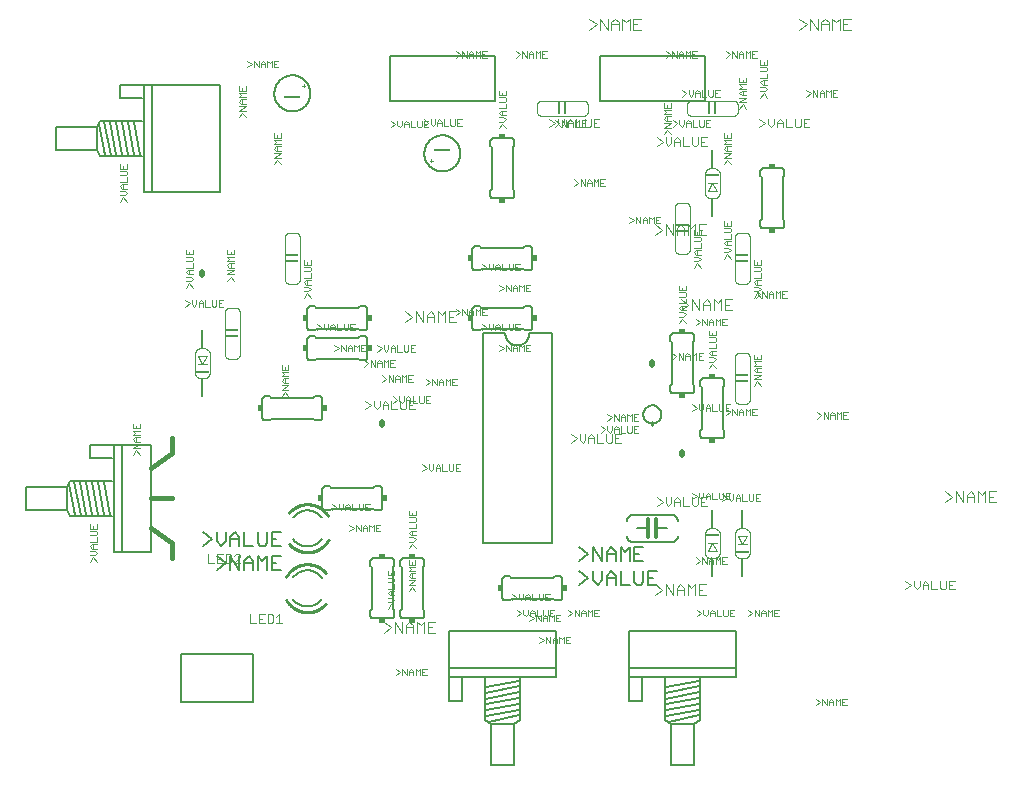
<source format=gto>
G75*
%MOIN*%
%OFA0B0*%
%FSLAX25Y25*%
%IPPOS*%
%LPD*%
%AMOC8*
5,1,8,0,0,1.08239X$1,22.5*
%
%ADD10C,0.00200*%
%ADD11C,0.00400*%
%ADD12R,0.04000X0.01000*%
%ADD13C,0.00300*%
%ADD14R,0.05000X0.01000*%
%ADD15R,0.00800X0.06100*%
%ADD16C,0.00600*%
%ADD17R,0.02000X0.01500*%
%ADD18C,0.02000*%
%ADD19R,0.01500X0.02000*%
%ADD20C,0.00500*%
%ADD21R,0.05400X0.00900*%
%ADD22R,0.01000X0.04000*%
%ADD23C,0.01000*%
%ADD24C,0.01200*%
%ADD25C,0.00800*%
%ADD26C,0.01600*%
D10*
X0030916Y0093507D02*
X0032017Y0094975D01*
X0033118Y0093507D01*
X0032384Y0095717D02*
X0033118Y0096451D01*
X0032384Y0097185D01*
X0030916Y0097185D01*
X0031650Y0097927D02*
X0030916Y0098661D01*
X0031650Y0099395D01*
X0033118Y0099395D01*
X0033118Y0100137D02*
X0033118Y0101605D01*
X0032751Y0102347D02*
X0033118Y0102714D01*
X0033118Y0103448D01*
X0032751Y0103815D01*
X0030916Y0103815D01*
X0030916Y0104557D02*
X0033118Y0104557D01*
X0033118Y0106024D01*
X0032017Y0105291D02*
X0032017Y0104557D01*
X0030916Y0104557D02*
X0030916Y0106024D01*
X0030916Y0102347D02*
X0032751Y0102347D01*
X0033118Y0100137D02*
X0030916Y0100137D01*
X0032017Y0099395D02*
X0032017Y0097927D01*
X0031650Y0097927D02*
X0033118Y0097927D01*
X0032384Y0095717D02*
X0030916Y0095717D01*
X0045216Y0129131D02*
X0046317Y0130599D01*
X0047418Y0129131D01*
X0047418Y0131341D02*
X0045216Y0131341D01*
X0047418Y0132809D01*
X0045216Y0132809D01*
X0045950Y0133551D02*
X0045216Y0134284D01*
X0045950Y0135018D01*
X0047418Y0135018D01*
X0047418Y0135760D02*
X0045216Y0135760D01*
X0045950Y0136494D01*
X0045216Y0137228D01*
X0047418Y0137228D01*
X0047418Y0137970D02*
X0047418Y0139438D01*
X0046317Y0138704D02*
X0046317Y0137970D01*
X0045216Y0137970D02*
X0047418Y0137970D01*
X0045216Y0137970D02*
X0045216Y0139438D01*
X0046317Y0135018D02*
X0046317Y0133551D01*
X0045950Y0133551D02*
X0047418Y0133551D01*
X0062658Y0178567D02*
X0064126Y0179668D01*
X0062658Y0180769D01*
X0064868Y0180769D02*
X0064868Y0179301D01*
X0065602Y0178567D01*
X0066336Y0179301D01*
X0066336Y0180769D01*
X0067078Y0180035D02*
X0067812Y0180769D01*
X0068546Y0180035D01*
X0068546Y0178567D01*
X0069288Y0178567D02*
X0070756Y0178567D01*
X0071498Y0178934D02*
X0071865Y0178567D01*
X0072599Y0178567D01*
X0072966Y0178934D01*
X0072966Y0180769D01*
X0073708Y0180769D02*
X0073708Y0178567D01*
X0075176Y0178567D01*
X0074442Y0179668D02*
X0073708Y0179668D01*
X0073708Y0180769D02*
X0075176Y0180769D01*
X0071498Y0180769D02*
X0071498Y0178934D01*
X0069288Y0178567D02*
X0069288Y0180769D01*
X0068546Y0179668D02*
X0067078Y0179668D01*
X0067078Y0180035D02*
X0067078Y0178567D01*
X0065118Y0184907D02*
X0064017Y0186375D01*
X0062916Y0184907D01*
X0064017Y0186375D01*
X0065118Y0184907D01*
X0064384Y0187117D02*
X0065118Y0187851D01*
X0064384Y0188585D01*
X0062916Y0188585D01*
X0064384Y0188585D01*
X0065118Y0187851D01*
X0064384Y0187117D01*
X0062916Y0187117D01*
X0064384Y0187117D01*
X0064017Y0189327D02*
X0064017Y0190795D01*
X0064017Y0189327D01*
X0063650Y0189327D02*
X0065118Y0189327D01*
X0063650Y0189327D01*
X0062916Y0190061D01*
X0063650Y0190795D01*
X0065118Y0190795D01*
X0063650Y0190795D01*
X0062916Y0190061D01*
X0063650Y0189327D01*
X0062916Y0191537D02*
X0065118Y0191537D01*
X0065118Y0193005D01*
X0065118Y0191537D01*
X0062916Y0191537D01*
X0062916Y0193747D02*
X0064751Y0193747D01*
X0065118Y0194114D01*
X0065118Y0194848D01*
X0064751Y0195215D01*
X0062916Y0195215D01*
X0064751Y0195215D01*
X0065118Y0194848D01*
X0065118Y0194114D01*
X0064751Y0193747D01*
X0062916Y0193747D01*
X0062916Y0195957D02*
X0065118Y0195957D01*
X0065118Y0197424D01*
X0065118Y0195957D01*
X0062916Y0195957D01*
X0062916Y0197424D01*
X0062916Y0195957D01*
X0064017Y0195957D02*
X0064017Y0196691D01*
X0064017Y0195957D01*
X0076616Y0195957D02*
X0078818Y0195957D01*
X0078818Y0197424D01*
X0078818Y0195957D01*
X0076616Y0195957D01*
X0076616Y0197424D01*
X0076616Y0195957D01*
X0076616Y0195215D02*
X0078818Y0195215D01*
X0076616Y0195215D01*
X0077350Y0194481D01*
X0076616Y0193747D01*
X0078818Y0193747D01*
X0076616Y0193747D01*
X0077350Y0194481D01*
X0076616Y0195215D01*
X0077717Y0195957D02*
X0077717Y0196691D01*
X0077717Y0195957D01*
X0077717Y0193005D02*
X0077717Y0191537D01*
X0077717Y0193005D01*
X0077350Y0193005D02*
X0078818Y0193005D01*
X0077350Y0193005D01*
X0076616Y0192271D01*
X0077350Y0191537D01*
X0078818Y0191537D01*
X0077350Y0191537D01*
X0076616Y0192271D01*
X0077350Y0193005D01*
X0076616Y0190795D02*
X0078818Y0190795D01*
X0076616Y0189327D01*
X0078818Y0189327D01*
X0076616Y0189327D01*
X0078818Y0190795D01*
X0076616Y0190795D01*
X0077717Y0188585D02*
X0078818Y0187117D01*
X0077717Y0188585D01*
X0076616Y0187117D01*
X0077717Y0188585D01*
X0102216Y0188137D02*
X0104418Y0188137D01*
X0104418Y0189605D01*
X0104051Y0190347D02*
X0104418Y0190714D01*
X0104418Y0191448D01*
X0104051Y0191815D01*
X0102216Y0191815D01*
X0102216Y0192557D02*
X0104418Y0192557D01*
X0104418Y0194024D01*
X0103317Y0193291D02*
X0103317Y0192557D01*
X0102216Y0192557D02*
X0102216Y0194024D01*
X0102216Y0190347D02*
X0104051Y0190347D01*
X0104418Y0187395D02*
X0102950Y0187395D01*
X0102216Y0186661D01*
X0102950Y0185927D01*
X0104418Y0185927D01*
X0103684Y0185185D02*
X0102216Y0185185D01*
X0103317Y0185927D02*
X0103317Y0187395D01*
X0103684Y0185185D02*
X0104418Y0184451D01*
X0103684Y0183717D01*
X0102216Y0183717D01*
X0103317Y0182975D02*
X0104418Y0181507D01*
X0103317Y0182975D02*
X0102216Y0181507D01*
X0106558Y0172869D02*
X0108026Y0171768D01*
X0106558Y0170667D01*
X0108026Y0171768D01*
X0106558Y0172869D01*
X0108768Y0172869D02*
X0108768Y0171401D01*
X0109502Y0170667D01*
X0110236Y0171401D01*
X0110236Y0172869D01*
X0110236Y0171401D01*
X0109502Y0170667D01*
X0108768Y0171401D01*
X0108768Y0172869D01*
X0110978Y0172135D02*
X0110978Y0170667D01*
X0110978Y0172135D01*
X0111712Y0172869D01*
X0112446Y0172135D01*
X0112446Y0170667D01*
X0112446Y0172135D01*
X0111712Y0172869D01*
X0110978Y0172135D01*
X0110978Y0171768D02*
X0112446Y0171768D01*
X0110978Y0171768D01*
X0113188Y0172869D02*
X0113188Y0170667D01*
X0114656Y0170667D01*
X0113188Y0170667D01*
X0113188Y0172869D01*
X0115398Y0172869D02*
X0115398Y0171034D01*
X0115765Y0170667D01*
X0116499Y0170667D01*
X0116866Y0171034D01*
X0116866Y0172869D01*
X0116866Y0171034D01*
X0116499Y0170667D01*
X0115765Y0170667D01*
X0115398Y0171034D01*
X0115398Y0172869D01*
X0117608Y0172869D02*
X0117608Y0170667D01*
X0119076Y0170667D01*
X0117608Y0170667D01*
X0117608Y0172869D01*
X0119076Y0172869D01*
X0117608Y0172869D01*
X0117608Y0171768D02*
X0118342Y0171768D01*
X0117608Y0171768D01*
X0117522Y0165869D02*
X0118256Y0165135D01*
X0118256Y0163667D01*
X0118256Y0165135D01*
X0117522Y0165869D01*
X0116788Y0165135D01*
X0116788Y0163667D01*
X0116788Y0165135D01*
X0117522Y0165869D01*
X0116788Y0164768D02*
X0118256Y0164768D01*
X0116788Y0164768D01*
X0116046Y0163667D02*
X0116046Y0165869D01*
X0116046Y0163667D01*
X0114578Y0165869D01*
X0114578Y0163667D01*
X0114578Y0165869D01*
X0116046Y0163667D01*
X0113836Y0164768D02*
X0112368Y0163667D01*
X0113836Y0164768D01*
X0112368Y0165869D01*
X0113836Y0164768D01*
X0118998Y0163667D02*
X0118998Y0165869D01*
X0119732Y0165135D01*
X0120466Y0165869D01*
X0120466Y0163667D01*
X0120466Y0165869D01*
X0119732Y0165135D01*
X0118998Y0165869D01*
X0118998Y0163667D01*
X0121208Y0163667D02*
X0122676Y0163667D01*
X0121208Y0163667D01*
X0121208Y0165869D01*
X0122676Y0165869D01*
X0121208Y0165869D01*
X0121208Y0163667D01*
X0121208Y0164768D02*
X0121942Y0164768D01*
X0121208Y0164768D01*
X0122196Y0160769D02*
X0123664Y0159668D01*
X0122196Y0158567D01*
X0124406Y0158567D02*
X0124406Y0160769D01*
X0125874Y0158567D01*
X0125874Y0160769D01*
X0126616Y0160035D02*
X0127349Y0160769D01*
X0128083Y0160035D01*
X0128083Y0158567D01*
X0128825Y0158567D02*
X0128825Y0160769D01*
X0129559Y0160035D01*
X0130293Y0160769D01*
X0130293Y0158567D01*
X0131035Y0158567D02*
X0132503Y0158567D01*
X0131769Y0159668D02*
X0131035Y0159668D01*
X0131035Y0160769D02*
X0131035Y0158567D01*
X0131035Y0160769D02*
X0132503Y0160769D01*
X0132565Y0163567D02*
X0132565Y0165035D01*
X0131831Y0165769D01*
X0131097Y0165035D01*
X0131097Y0163567D01*
X0130355Y0164301D02*
X0130355Y0165769D01*
X0131097Y0164668D02*
X0132565Y0164668D01*
X0133307Y0165769D02*
X0133307Y0163567D01*
X0134775Y0163567D01*
X0135517Y0163934D02*
X0135884Y0163567D01*
X0136618Y0163567D01*
X0136985Y0163934D01*
X0136985Y0165769D01*
X0137726Y0165769D02*
X0137726Y0163567D01*
X0139194Y0163567D01*
X0138460Y0164668D02*
X0137726Y0164668D01*
X0137726Y0165769D02*
X0139194Y0165769D01*
X0135517Y0165769D02*
X0135517Y0163934D01*
X0130355Y0164301D02*
X0129621Y0163567D01*
X0128887Y0164301D01*
X0128887Y0165769D01*
X0128145Y0164668D02*
X0126677Y0163567D01*
X0128145Y0164668D02*
X0126677Y0165769D01*
X0126616Y0160035D02*
X0126616Y0158567D01*
X0126616Y0159668D02*
X0128083Y0159668D01*
X0128196Y0155669D02*
X0129664Y0154568D01*
X0128196Y0153467D01*
X0129664Y0154568D01*
X0128196Y0155669D01*
X0130406Y0155669D02*
X0131874Y0153467D01*
X0131874Y0155669D01*
X0131874Y0153467D01*
X0130406Y0155669D01*
X0130406Y0153467D01*
X0130406Y0155669D01*
X0132616Y0154935D02*
X0133349Y0155669D01*
X0134083Y0154935D01*
X0134083Y0153467D01*
X0134083Y0154935D01*
X0133349Y0155669D01*
X0132616Y0154935D01*
X0132616Y0153467D01*
X0132616Y0154935D01*
X0132616Y0154568D02*
X0134083Y0154568D01*
X0132616Y0154568D01*
X0134825Y0155669D02*
X0135559Y0154935D01*
X0136293Y0155669D01*
X0136293Y0153467D01*
X0136293Y0155669D01*
X0135559Y0154935D01*
X0134825Y0155669D01*
X0134825Y0153467D01*
X0134825Y0155669D01*
X0137035Y0155669D02*
X0137035Y0153467D01*
X0138503Y0153467D01*
X0137035Y0153467D01*
X0137035Y0155669D01*
X0138503Y0155669D01*
X0137035Y0155669D01*
X0137035Y0154568D02*
X0137769Y0154568D01*
X0137035Y0154568D01*
X0142782Y0154569D02*
X0144250Y0153468D01*
X0142782Y0152367D01*
X0144992Y0152367D02*
X0144992Y0154569D01*
X0146460Y0152367D01*
X0146460Y0154569D01*
X0147202Y0153835D02*
X0147936Y0154569D01*
X0148670Y0153835D01*
X0148670Y0152367D01*
X0149412Y0152367D02*
X0149412Y0154569D01*
X0150146Y0153835D01*
X0150880Y0154569D01*
X0150880Y0152367D01*
X0151622Y0152367D02*
X0153089Y0152367D01*
X0152355Y0153468D02*
X0151622Y0153468D01*
X0151622Y0154569D02*
X0151622Y0152367D01*
X0151622Y0154569D02*
X0153089Y0154569D01*
X0148670Y0153468D02*
X0147202Y0153468D01*
X0147202Y0153835D02*
X0147202Y0152367D01*
X0144313Y0148669D02*
X0142845Y0148669D01*
X0142845Y0146467D01*
X0144313Y0146467D01*
X0142845Y0146467D01*
X0142845Y0148669D01*
X0144313Y0148669D01*
X0143579Y0147568D02*
X0142845Y0147568D01*
X0143579Y0147568D01*
X0142103Y0146834D02*
X0142103Y0148669D01*
X0142103Y0146834D01*
X0141736Y0146467D01*
X0141002Y0146467D01*
X0140635Y0146834D01*
X0140635Y0148669D01*
X0140635Y0146834D01*
X0141002Y0146467D01*
X0141736Y0146467D01*
X0142103Y0146834D01*
X0139893Y0146467D02*
X0138425Y0146467D01*
X0138425Y0148669D01*
X0138425Y0146467D01*
X0139893Y0146467D01*
X0137683Y0146467D02*
X0137683Y0147935D01*
X0136949Y0148669D01*
X0136216Y0147935D01*
X0136216Y0146467D01*
X0136216Y0147935D01*
X0136949Y0148669D01*
X0137683Y0147935D01*
X0137683Y0146467D01*
X0137683Y0147568D02*
X0136216Y0147568D01*
X0137683Y0147568D01*
X0135474Y0147201D02*
X0135474Y0148669D01*
X0135474Y0147201D01*
X0134740Y0146467D01*
X0134006Y0147201D01*
X0134006Y0148669D01*
X0134006Y0147201D01*
X0134740Y0146467D01*
X0135474Y0147201D01*
X0133264Y0147568D02*
X0131796Y0146467D01*
X0133264Y0147568D01*
X0131796Y0148669D01*
X0133264Y0147568D01*
X0141677Y0125969D02*
X0143145Y0124868D01*
X0141677Y0123767D01*
X0143887Y0124501D02*
X0144621Y0123767D01*
X0145355Y0124501D01*
X0145355Y0125969D01*
X0146097Y0125235D02*
X0146831Y0125969D01*
X0147565Y0125235D01*
X0147565Y0123767D01*
X0148307Y0123767D02*
X0149775Y0123767D01*
X0150517Y0124134D02*
X0150884Y0123767D01*
X0151618Y0123767D01*
X0151985Y0124134D01*
X0151985Y0125969D01*
X0152726Y0125969D02*
X0152726Y0123767D01*
X0154194Y0123767D01*
X0153460Y0124868D02*
X0152726Y0124868D01*
X0152726Y0125969D02*
X0154194Y0125969D01*
X0150517Y0125969D02*
X0150517Y0124134D01*
X0148307Y0123767D02*
X0148307Y0125969D01*
X0147565Y0124868D02*
X0146097Y0124868D01*
X0146097Y0125235D02*
X0146097Y0123767D01*
X0143887Y0124501D02*
X0143887Y0125969D01*
X0139418Y0110543D02*
X0139418Y0109075D01*
X0137216Y0109075D01*
X0137216Y0110543D01*
X0138317Y0109809D02*
X0138317Y0109075D01*
X0139051Y0108333D02*
X0137216Y0108333D01*
X0137216Y0106865D02*
X0139051Y0106865D01*
X0139418Y0107232D01*
X0139418Y0107966D01*
X0139051Y0108333D01*
X0139418Y0106123D02*
X0139418Y0104655D01*
X0137216Y0104655D01*
X0137950Y0103913D02*
X0139418Y0103913D01*
X0138317Y0103913D02*
X0138317Y0102446D01*
X0137950Y0102446D02*
X0137216Y0103180D01*
X0137950Y0103913D01*
X0137950Y0102446D02*
X0139418Y0102446D01*
X0138684Y0101704D02*
X0137216Y0101704D01*
X0138684Y0101704D02*
X0139418Y0100970D01*
X0138684Y0100236D01*
X0137216Y0100236D01*
X0138317Y0099494D02*
X0139418Y0098026D01*
X0138317Y0099494D02*
X0137216Y0098026D01*
X0137116Y0094024D02*
X0137116Y0092557D01*
X0139318Y0092557D01*
X0139318Y0094024D01*
X0139318Y0092557D01*
X0137116Y0092557D01*
X0137116Y0094024D01*
X0138217Y0093291D02*
X0138217Y0092557D01*
X0138217Y0093291D01*
X0137116Y0091815D02*
X0139318Y0091815D01*
X0137116Y0091815D01*
X0137850Y0091081D01*
X0137116Y0090347D01*
X0139318Y0090347D01*
X0137116Y0090347D01*
X0137850Y0091081D01*
X0137116Y0091815D01*
X0137850Y0089605D02*
X0137116Y0088871D01*
X0137850Y0088137D01*
X0139318Y0088137D01*
X0137850Y0088137D01*
X0137116Y0088871D01*
X0137850Y0089605D01*
X0139318Y0089605D01*
X0137850Y0089605D01*
X0138217Y0089605D02*
X0138217Y0088137D01*
X0138217Y0089605D01*
X0139318Y0087395D02*
X0137116Y0087395D01*
X0139318Y0087395D01*
X0137116Y0085927D01*
X0139318Y0085927D01*
X0137116Y0085927D01*
X0139318Y0087395D01*
X0138217Y0085185D02*
X0137116Y0083717D01*
X0138217Y0085185D01*
X0139318Y0083717D01*
X0138217Y0085185D01*
X0132318Y0084537D02*
X0132318Y0086005D01*
X0132318Y0084537D01*
X0130116Y0084537D01*
X0132318Y0084537D01*
X0132318Y0083795D02*
X0130850Y0083795D01*
X0130116Y0083061D01*
X0130850Y0082327D01*
X0132318Y0082327D01*
X0130850Y0082327D01*
X0130116Y0083061D01*
X0130850Y0083795D01*
X0132318Y0083795D01*
X0131217Y0083795D02*
X0131217Y0082327D01*
X0131217Y0083795D01*
X0131584Y0081585D02*
X0130116Y0081585D01*
X0131584Y0081585D01*
X0132318Y0080851D01*
X0131584Y0080117D01*
X0130116Y0080117D01*
X0131584Y0080117D01*
X0132318Y0080851D01*
X0131584Y0081585D01*
X0131217Y0079375D02*
X0132318Y0077907D01*
X0131217Y0079375D01*
X0130116Y0077907D01*
X0131217Y0079375D01*
X0131951Y0086747D02*
X0130116Y0086747D01*
X0131951Y0086747D01*
X0132318Y0087114D01*
X0132318Y0087848D01*
X0131951Y0088215D01*
X0130116Y0088215D01*
X0131951Y0088215D01*
X0132318Y0087848D01*
X0132318Y0087114D01*
X0131951Y0086747D01*
X0132318Y0088957D02*
X0130116Y0088957D01*
X0130116Y0090424D01*
X0130116Y0088957D01*
X0132318Y0088957D01*
X0132318Y0090424D01*
X0132318Y0088957D01*
X0131217Y0088957D02*
X0131217Y0089691D01*
X0131217Y0088957D01*
X0127676Y0103667D02*
X0126208Y0103667D01*
X0126208Y0105869D01*
X0127676Y0105869D01*
X0126208Y0105869D01*
X0126208Y0103667D01*
X0127676Y0103667D01*
X0126942Y0104768D02*
X0126208Y0104768D01*
X0126942Y0104768D01*
X0125466Y0105869D02*
X0125466Y0103667D01*
X0125466Y0105869D01*
X0124732Y0105135D01*
X0123998Y0105869D01*
X0123998Y0103667D01*
X0123998Y0105869D01*
X0124732Y0105135D01*
X0125466Y0105869D01*
X0123256Y0105135D02*
X0123256Y0103667D01*
X0123256Y0105135D01*
X0122522Y0105869D01*
X0121788Y0105135D01*
X0121788Y0103667D01*
X0121788Y0105135D01*
X0122522Y0105869D01*
X0123256Y0105135D01*
X0123256Y0104768D02*
X0121788Y0104768D01*
X0123256Y0104768D01*
X0121046Y0103667D02*
X0121046Y0105869D01*
X0121046Y0103667D01*
X0119578Y0105869D01*
X0119578Y0103667D01*
X0119578Y0105869D01*
X0121046Y0103667D01*
X0118836Y0104768D02*
X0117368Y0103667D01*
X0118836Y0104768D01*
X0117368Y0105869D01*
X0118836Y0104768D01*
X0118188Y0110667D02*
X0119656Y0110667D01*
X0118188Y0110667D01*
X0118188Y0112869D01*
X0118188Y0110667D01*
X0117446Y0110667D02*
X0117446Y0112135D01*
X0116712Y0112869D01*
X0115978Y0112135D01*
X0115978Y0110667D01*
X0115978Y0112135D01*
X0116712Y0112869D01*
X0117446Y0112135D01*
X0117446Y0110667D01*
X0117446Y0111768D02*
X0115978Y0111768D01*
X0117446Y0111768D01*
X0115236Y0111401D02*
X0114502Y0110667D01*
X0113768Y0111401D01*
X0113768Y0112869D01*
X0113768Y0111401D01*
X0114502Y0110667D01*
X0115236Y0111401D01*
X0115236Y0112869D01*
X0115236Y0111401D01*
X0113026Y0111768D02*
X0111558Y0110667D01*
X0113026Y0111768D01*
X0111558Y0112869D01*
X0113026Y0111768D01*
X0120398Y0111034D02*
X0120765Y0110667D01*
X0121499Y0110667D01*
X0121866Y0111034D01*
X0121866Y0112869D01*
X0121866Y0111034D01*
X0121499Y0110667D01*
X0120765Y0110667D01*
X0120398Y0111034D01*
X0120398Y0112869D01*
X0120398Y0111034D01*
X0122608Y0110667D02*
X0122608Y0112869D01*
X0124076Y0112869D01*
X0122608Y0112869D01*
X0122608Y0110667D01*
X0124076Y0110667D01*
X0122608Y0110667D01*
X0122608Y0111768D02*
X0123342Y0111768D01*
X0122608Y0111768D01*
X0097018Y0148717D02*
X0095917Y0150185D01*
X0094816Y0148717D01*
X0094816Y0150927D02*
X0097018Y0152395D01*
X0094816Y0152395D01*
X0095550Y0153137D02*
X0094816Y0153871D01*
X0095550Y0154605D01*
X0097018Y0154605D01*
X0097018Y0155347D02*
X0094816Y0155347D01*
X0095550Y0156081D01*
X0094816Y0156815D01*
X0097018Y0156815D01*
X0097018Y0157557D02*
X0097018Y0159024D01*
X0095917Y0158291D02*
X0095917Y0157557D01*
X0094816Y0157557D02*
X0097018Y0157557D01*
X0094816Y0157557D02*
X0094816Y0159024D01*
X0095917Y0154605D02*
X0095917Y0153137D01*
X0095550Y0153137D02*
X0097018Y0153137D01*
X0097018Y0150927D02*
X0094816Y0150927D01*
X0152782Y0175597D02*
X0154250Y0176698D01*
X0152782Y0177799D01*
X0154992Y0177799D02*
X0156460Y0175597D01*
X0156460Y0177799D01*
X0157202Y0177065D02*
X0157936Y0177799D01*
X0158670Y0177065D01*
X0158670Y0175597D01*
X0159412Y0175597D02*
X0159412Y0177799D01*
X0160146Y0177065D01*
X0160880Y0177799D01*
X0160880Y0175597D01*
X0161622Y0175597D02*
X0161622Y0177799D01*
X0163089Y0177799D01*
X0162355Y0176698D02*
X0161622Y0176698D01*
X0161622Y0175597D02*
X0163089Y0175597D01*
X0163768Y0172869D02*
X0163768Y0171401D01*
X0164502Y0170667D01*
X0165236Y0171401D01*
X0165236Y0172869D01*
X0165236Y0171401D01*
X0164502Y0170667D01*
X0163768Y0171401D01*
X0163768Y0172869D01*
X0163026Y0171768D02*
X0161558Y0170667D01*
X0163026Y0171768D01*
X0161558Y0172869D01*
X0163026Y0171768D01*
X0165978Y0171768D02*
X0167446Y0171768D01*
X0165978Y0171768D01*
X0165978Y0172135D02*
X0166712Y0172869D01*
X0167446Y0172135D01*
X0167446Y0170667D01*
X0167446Y0172135D01*
X0166712Y0172869D01*
X0165978Y0172135D01*
X0165978Y0170667D01*
X0165978Y0172135D01*
X0168188Y0172869D02*
X0168188Y0170667D01*
X0169656Y0170667D01*
X0168188Y0170667D01*
X0168188Y0172869D01*
X0170398Y0172869D02*
X0170398Y0171034D01*
X0170765Y0170667D01*
X0171499Y0170667D01*
X0171866Y0171034D01*
X0171866Y0172869D01*
X0171866Y0171034D01*
X0171499Y0170667D01*
X0170765Y0170667D01*
X0170398Y0171034D01*
X0170398Y0172869D01*
X0172608Y0172869D02*
X0172608Y0170667D01*
X0174076Y0170667D01*
X0172608Y0170667D01*
X0172608Y0172869D01*
X0174076Y0172869D01*
X0172608Y0172869D01*
X0172608Y0171768D02*
X0173342Y0171768D01*
X0172608Y0171768D01*
X0172522Y0165869D02*
X0173256Y0165135D01*
X0173256Y0163667D01*
X0173256Y0165135D01*
X0172522Y0165869D01*
X0171788Y0165135D01*
X0171788Y0163667D01*
X0171788Y0165135D01*
X0172522Y0165869D01*
X0171788Y0164768D02*
X0173256Y0164768D01*
X0171788Y0164768D01*
X0171046Y0163667D02*
X0171046Y0165869D01*
X0171046Y0163667D01*
X0169578Y0165869D01*
X0169578Y0163667D01*
X0169578Y0165869D01*
X0171046Y0163667D01*
X0168836Y0164768D02*
X0167368Y0163667D01*
X0168836Y0164768D01*
X0167368Y0165869D01*
X0168836Y0164768D01*
X0173998Y0163667D02*
X0173998Y0165869D01*
X0174732Y0165135D01*
X0175466Y0165869D01*
X0175466Y0163667D01*
X0175466Y0165869D01*
X0174732Y0165135D01*
X0173998Y0165869D01*
X0173998Y0163667D01*
X0176208Y0163667D02*
X0177676Y0163667D01*
X0176208Y0163667D01*
X0176208Y0165869D01*
X0177676Y0165869D01*
X0176208Y0165869D01*
X0176208Y0163667D01*
X0176208Y0164768D02*
X0176942Y0164768D01*
X0176208Y0164768D01*
X0158670Y0176698D02*
X0157202Y0176698D01*
X0157202Y0177065D02*
X0157202Y0175597D01*
X0154992Y0175597D02*
X0154992Y0177799D01*
X0167368Y0183667D02*
X0168836Y0184768D01*
X0167368Y0185869D01*
X0168836Y0184768D01*
X0167368Y0183667D01*
X0169578Y0183667D02*
X0169578Y0185869D01*
X0171046Y0183667D01*
X0171046Y0185869D01*
X0171046Y0183667D01*
X0169578Y0185869D01*
X0169578Y0183667D01*
X0171788Y0183667D02*
X0171788Y0185135D01*
X0172522Y0185869D01*
X0173256Y0185135D01*
X0173256Y0183667D01*
X0173256Y0185135D01*
X0172522Y0185869D01*
X0171788Y0185135D01*
X0171788Y0183667D01*
X0171788Y0184768D02*
X0173256Y0184768D01*
X0171788Y0184768D01*
X0173998Y0183667D02*
X0173998Y0185869D01*
X0174732Y0185135D01*
X0175466Y0185869D01*
X0175466Y0183667D01*
X0175466Y0185869D01*
X0174732Y0185135D01*
X0173998Y0185869D01*
X0173998Y0183667D01*
X0176208Y0183667D02*
X0177676Y0183667D01*
X0176208Y0183667D01*
X0176208Y0185869D01*
X0177676Y0185869D01*
X0176208Y0185869D01*
X0176208Y0183667D01*
X0176208Y0184768D02*
X0176942Y0184768D01*
X0176208Y0184768D01*
X0174076Y0190667D02*
X0172608Y0190667D01*
X0172608Y0192869D01*
X0174076Y0192869D01*
X0172608Y0192869D01*
X0172608Y0190667D01*
X0174076Y0190667D01*
X0173342Y0191768D02*
X0172608Y0191768D01*
X0173342Y0191768D01*
X0171866Y0191034D02*
X0171866Y0192869D01*
X0171866Y0191034D01*
X0171499Y0190667D01*
X0170765Y0190667D01*
X0170398Y0191034D01*
X0170398Y0192869D01*
X0170398Y0191034D01*
X0170765Y0190667D01*
X0171499Y0190667D01*
X0171866Y0191034D01*
X0169656Y0190667D02*
X0168188Y0190667D01*
X0168188Y0192869D01*
X0168188Y0190667D01*
X0169656Y0190667D01*
X0167446Y0190667D02*
X0167446Y0192135D01*
X0166712Y0192869D01*
X0165978Y0192135D01*
X0165978Y0190667D01*
X0165978Y0192135D01*
X0166712Y0192869D01*
X0167446Y0192135D01*
X0167446Y0190667D01*
X0167446Y0191768D02*
X0165978Y0191768D01*
X0167446Y0191768D01*
X0165236Y0191401D02*
X0165236Y0192869D01*
X0165236Y0191401D01*
X0164502Y0190667D01*
X0163768Y0191401D01*
X0163768Y0192869D01*
X0163768Y0191401D01*
X0164502Y0190667D01*
X0165236Y0191401D01*
X0163026Y0191768D02*
X0161558Y0190667D01*
X0163026Y0191768D01*
X0161558Y0192869D01*
X0163026Y0191768D01*
X0192196Y0218767D02*
X0193664Y0219868D01*
X0192196Y0220969D01*
X0194406Y0220969D02*
X0195874Y0218767D01*
X0195874Y0220969D01*
X0196616Y0220235D02*
X0197349Y0220969D01*
X0198083Y0220235D01*
X0198083Y0218767D01*
X0198825Y0218767D02*
X0198825Y0220969D01*
X0199559Y0220235D01*
X0200293Y0220969D01*
X0200293Y0218767D01*
X0201035Y0218767D02*
X0202503Y0218767D01*
X0201769Y0219868D02*
X0201035Y0219868D01*
X0201035Y0220969D02*
X0201035Y0218767D01*
X0201035Y0220969D02*
X0202503Y0220969D01*
X0198083Y0219868D02*
X0196616Y0219868D01*
X0196616Y0220235D02*
X0196616Y0218767D01*
X0194406Y0218767D02*
X0194406Y0220969D01*
X0194708Y0238567D02*
X0196176Y0238567D01*
X0195442Y0239668D02*
X0194708Y0239668D01*
X0194708Y0240769D02*
X0194708Y0238567D01*
X0193966Y0238567D02*
X0193966Y0240769D01*
X0193232Y0240035D01*
X0192498Y0240769D01*
X0192498Y0238567D01*
X0191756Y0238567D02*
X0191756Y0240035D01*
X0191022Y0240769D01*
X0190288Y0240035D01*
X0190288Y0238567D01*
X0189546Y0238567D02*
X0189546Y0240769D01*
X0190288Y0239668D02*
X0191756Y0239668D01*
X0189546Y0238567D02*
X0188078Y0240769D01*
X0188078Y0238567D01*
X0187336Y0239668D02*
X0185868Y0238567D01*
X0187336Y0239668D02*
X0185868Y0240769D01*
X0194708Y0240769D02*
X0196176Y0240769D01*
X0183089Y0261537D02*
X0181622Y0261537D01*
X0181622Y0263739D01*
X0183089Y0263739D01*
X0182355Y0262638D02*
X0181622Y0262638D01*
X0180880Y0263739D02*
X0180880Y0261537D01*
X0179412Y0261537D02*
X0179412Y0263739D01*
X0180146Y0263005D01*
X0180880Y0263739D01*
X0178670Y0263005D02*
X0178670Y0261537D01*
X0178670Y0262638D02*
X0177202Y0262638D01*
X0177202Y0263005D02*
X0177936Y0263739D01*
X0178670Y0263005D01*
X0177202Y0263005D02*
X0177202Y0261537D01*
X0176460Y0261537D02*
X0176460Y0263739D01*
X0174992Y0263739D02*
X0176460Y0261537D01*
X0174992Y0261537D02*
X0174992Y0263739D01*
X0174250Y0262638D02*
X0172782Y0261537D01*
X0174250Y0262638D02*
X0172782Y0263739D01*
X0163089Y0263739D02*
X0161622Y0263739D01*
X0161622Y0261537D01*
X0163089Y0261537D01*
X0162355Y0262638D02*
X0161622Y0262638D01*
X0160880Y0263739D02*
X0160880Y0261537D01*
X0159412Y0261537D02*
X0159412Y0263739D01*
X0160146Y0263005D01*
X0160880Y0263739D01*
X0158670Y0263005D02*
X0158670Y0261537D01*
X0158670Y0262638D02*
X0157202Y0262638D01*
X0157202Y0263005D02*
X0157936Y0263739D01*
X0158670Y0263005D01*
X0157202Y0263005D02*
X0157202Y0261537D01*
X0156460Y0261537D02*
X0156460Y0263739D01*
X0154992Y0263739D02*
X0154992Y0261537D01*
X0154250Y0262638D02*
X0152782Y0261537D01*
X0154250Y0262638D02*
X0152782Y0263739D01*
X0154992Y0263739D02*
X0156460Y0261537D01*
X0167216Y0250543D02*
X0167216Y0249075D01*
X0169418Y0249075D01*
X0169418Y0250543D01*
X0168317Y0249809D02*
X0168317Y0249075D01*
X0169051Y0248333D02*
X0167216Y0248333D01*
X0167216Y0246865D02*
X0169051Y0246865D01*
X0169418Y0247232D01*
X0169418Y0247966D01*
X0169051Y0248333D01*
X0169418Y0246123D02*
X0169418Y0244655D01*
X0167216Y0244655D01*
X0167950Y0243913D02*
X0167216Y0243180D01*
X0167950Y0242446D01*
X0169418Y0242446D01*
X0168684Y0241704D02*
X0167216Y0241704D01*
X0168317Y0242446D02*
X0168317Y0243913D01*
X0167950Y0243913D02*
X0169418Y0243913D01*
X0168684Y0241704D02*
X0169418Y0240970D01*
X0168684Y0240236D01*
X0167216Y0240236D01*
X0168317Y0239494D02*
X0167216Y0238026D01*
X0168317Y0239494D02*
X0169418Y0238026D01*
X0154713Y0238767D02*
X0153245Y0238767D01*
X0153245Y0240969D01*
X0154713Y0240969D01*
X0153979Y0239868D02*
X0153245Y0239868D01*
X0152503Y0239134D02*
X0152503Y0240969D01*
X0151035Y0240969D02*
X0151035Y0239134D01*
X0151402Y0238767D01*
X0152136Y0238767D01*
X0152503Y0239134D01*
X0150293Y0238767D02*
X0148825Y0238767D01*
X0148825Y0240969D01*
X0148083Y0240235D02*
X0148083Y0238767D01*
X0148083Y0239868D02*
X0146616Y0239868D01*
X0146616Y0240235D02*
X0147349Y0240969D01*
X0148083Y0240235D01*
X0146616Y0240235D02*
X0146616Y0238767D01*
X0145874Y0239501D02*
X0145874Y0240969D01*
X0145874Y0239501D02*
X0145140Y0238767D01*
X0144406Y0239501D01*
X0144406Y0240969D01*
X0143676Y0240569D02*
X0142208Y0240569D01*
X0142208Y0238367D01*
X0143676Y0238367D01*
X0142942Y0239468D02*
X0142208Y0239468D01*
X0142196Y0238767D02*
X0143664Y0239868D01*
X0142196Y0240969D01*
X0141466Y0240569D02*
X0141466Y0238734D01*
X0141099Y0238367D01*
X0140365Y0238367D01*
X0139998Y0238734D01*
X0139998Y0240569D01*
X0137788Y0240569D02*
X0137788Y0238367D01*
X0139256Y0238367D01*
X0137046Y0238367D02*
X0137046Y0239835D01*
X0136312Y0240569D01*
X0135578Y0239835D01*
X0135578Y0238367D01*
X0134836Y0239101D02*
X0134836Y0240569D01*
X0135578Y0239468D02*
X0137046Y0239468D01*
X0134836Y0239101D02*
X0134102Y0238367D01*
X0133368Y0239101D01*
X0133368Y0240569D01*
X0132626Y0239468D02*
X0131158Y0238367D01*
X0132626Y0239468D02*
X0131158Y0240569D01*
X0094418Y0236352D02*
X0094418Y0234884D01*
X0092216Y0234884D01*
X0092216Y0236352D01*
X0093317Y0235618D02*
X0093317Y0234884D01*
X0092216Y0234142D02*
X0094418Y0234142D01*
X0094418Y0232674D02*
X0092216Y0232674D01*
X0092950Y0233408D01*
X0092216Y0234142D01*
X0092950Y0231932D02*
X0094418Y0231932D01*
X0093317Y0231932D02*
X0093317Y0230464D01*
X0092950Y0230464D02*
X0092216Y0231198D01*
X0092950Y0231932D01*
X0092950Y0230464D02*
X0094418Y0230464D01*
X0094418Y0229722D02*
X0092216Y0229722D01*
X0092216Y0228254D02*
X0094418Y0229722D01*
X0094418Y0228254D02*
X0092216Y0228254D01*
X0093317Y0227512D02*
X0094418Y0226044D01*
X0093317Y0227512D02*
X0092216Y0226044D01*
X0082718Y0241717D02*
X0081617Y0243185D01*
X0080516Y0241717D01*
X0080516Y0243927D02*
X0082718Y0245395D01*
X0080516Y0245395D01*
X0081250Y0246137D02*
X0080516Y0246871D01*
X0081250Y0247605D01*
X0082718Y0247605D01*
X0082718Y0248347D02*
X0080516Y0248347D01*
X0081250Y0249081D01*
X0080516Y0249815D01*
X0082718Y0249815D01*
X0082718Y0250557D02*
X0082718Y0252024D01*
X0081617Y0251291D02*
X0081617Y0250557D01*
X0080516Y0250557D02*
X0082718Y0250557D01*
X0080516Y0250557D02*
X0080516Y0252024D01*
X0081617Y0247605D02*
X0081617Y0246137D01*
X0081250Y0246137D02*
X0082718Y0246137D01*
X0082718Y0243927D02*
X0080516Y0243927D01*
X0083368Y0258367D02*
X0084836Y0259468D01*
X0083368Y0260569D01*
X0085578Y0260569D02*
X0087046Y0258367D01*
X0087046Y0260569D01*
X0087788Y0259835D02*
X0088522Y0260569D01*
X0089256Y0259835D01*
X0089256Y0258367D01*
X0089998Y0258367D02*
X0089998Y0260569D01*
X0090732Y0259835D01*
X0091466Y0260569D01*
X0091466Y0258367D01*
X0092208Y0258367D02*
X0093676Y0258367D01*
X0092942Y0259468D02*
X0092208Y0259468D01*
X0092208Y0260569D02*
X0092208Y0258367D01*
X0092208Y0260569D02*
X0093676Y0260569D01*
X0089256Y0259468D02*
X0087788Y0259468D01*
X0087788Y0259835D02*
X0087788Y0258367D01*
X0085578Y0258367D02*
X0085578Y0260569D01*
X0043118Y0226024D02*
X0043118Y0224557D01*
X0040916Y0224557D01*
X0040916Y0226024D01*
X0042017Y0225291D02*
X0042017Y0224557D01*
X0042751Y0223815D02*
X0040916Y0223815D01*
X0040916Y0222347D02*
X0042751Y0222347D01*
X0043118Y0222714D01*
X0043118Y0223448D01*
X0042751Y0223815D01*
X0043118Y0221605D02*
X0043118Y0220137D01*
X0040916Y0220137D01*
X0041650Y0219395D02*
X0043118Y0219395D01*
X0042017Y0219395D02*
X0042017Y0217927D01*
X0041650Y0217927D02*
X0040916Y0218661D01*
X0041650Y0219395D01*
X0041650Y0217927D02*
X0043118Y0217927D01*
X0042384Y0217185D02*
X0043118Y0216451D01*
X0042384Y0215717D01*
X0040916Y0215717D01*
X0042017Y0214975D02*
X0043118Y0213507D01*
X0042017Y0214975D02*
X0040916Y0213507D01*
X0040916Y0217185D02*
X0042384Y0217185D01*
X0171558Y0082869D02*
X0173026Y0081768D01*
X0171558Y0080667D01*
X0173026Y0081768D01*
X0171558Y0082869D01*
X0173768Y0082869D02*
X0173768Y0081401D01*
X0174502Y0080667D01*
X0175236Y0081401D01*
X0175236Y0082869D01*
X0175236Y0081401D01*
X0174502Y0080667D01*
X0173768Y0081401D01*
X0173768Y0082869D01*
X0175978Y0082135D02*
X0176712Y0082869D01*
X0177446Y0082135D01*
X0177446Y0080667D01*
X0177446Y0082135D01*
X0176712Y0082869D01*
X0175978Y0082135D01*
X0175978Y0080667D01*
X0175978Y0082135D01*
X0175978Y0081768D02*
X0177446Y0081768D01*
X0175978Y0081768D01*
X0178188Y0082869D02*
X0178188Y0080667D01*
X0179656Y0080667D01*
X0178188Y0080667D01*
X0178188Y0082869D01*
X0180398Y0082869D02*
X0180398Y0081034D01*
X0180765Y0080667D01*
X0181499Y0080667D01*
X0181866Y0081034D01*
X0181866Y0082869D01*
X0181866Y0081034D01*
X0181499Y0080667D01*
X0180765Y0080667D01*
X0180398Y0081034D01*
X0180398Y0082869D01*
X0182608Y0082869D02*
X0182608Y0080667D01*
X0184076Y0080667D01*
X0182608Y0080667D01*
X0182608Y0082869D01*
X0184076Y0082869D01*
X0182608Y0082869D01*
X0182608Y0081768D02*
X0183342Y0081768D01*
X0182608Y0081768D01*
X0181998Y0077569D02*
X0181998Y0075734D01*
X0182365Y0075367D01*
X0183099Y0075367D01*
X0183466Y0075734D01*
X0183466Y0077569D01*
X0184208Y0077569D02*
X0184208Y0075367D01*
X0185676Y0075367D01*
X0185466Y0075869D02*
X0185466Y0073667D01*
X0185466Y0075869D01*
X0184732Y0075135D01*
X0183998Y0075869D01*
X0183998Y0073667D01*
X0183998Y0075869D01*
X0184732Y0075135D01*
X0185466Y0075869D01*
X0186208Y0075869D02*
X0186208Y0073667D01*
X0187676Y0073667D01*
X0186208Y0073667D01*
X0186208Y0075869D01*
X0187676Y0075869D01*
X0186208Y0075869D01*
X0186208Y0074768D02*
X0186942Y0074768D01*
X0186208Y0074768D01*
X0184942Y0076468D02*
X0184208Y0076468D01*
X0184208Y0077569D02*
X0185676Y0077569D01*
X0183256Y0075135D02*
X0182522Y0075869D01*
X0181788Y0075135D01*
X0181788Y0073667D01*
X0181788Y0075135D01*
X0182522Y0075869D01*
X0183256Y0075135D01*
X0183256Y0073667D01*
X0183256Y0075135D01*
X0183256Y0074768D02*
X0181788Y0074768D01*
X0183256Y0074768D01*
X0181256Y0075367D02*
X0179788Y0075367D01*
X0179788Y0077569D01*
X0179046Y0076835D02*
X0179046Y0075367D01*
X0178836Y0074768D02*
X0177368Y0073667D01*
X0178836Y0074768D01*
X0177368Y0075869D01*
X0178836Y0074768D01*
X0179578Y0075869D02*
X0181046Y0073667D01*
X0181046Y0075869D01*
X0181046Y0073667D01*
X0179578Y0075869D01*
X0179578Y0073667D01*
X0179578Y0075869D01*
X0179046Y0076468D02*
X0177578Y0076468D01*
X0177578Y0076835D02*
X0178312Y0077569D01*
X0179046Y0076835D01*
X0177578Y0076835D02*
X0177578Y0075367D01*
X0176836Y0076101D02*
X0176836Y0077569D01*
X0175368Y0077569D02*
X0175368Y0076101D01*
X0176102Y0075367D01*
X0176836Y0076101D01*
X0174626Y0076468D02*
X0173158Y0075367D01*
X0174626Y0076468D02*
X0173158Y0077569D01*
X0180696Y0068469D02*
X0182164Y0067368D01*
X0180696Y0066267D01*
X0182906Y0066267D02*
X0182906Y0068469D01*
X0184374Y0066267D01*
X0184374Y0068469D01*
X0185116Y0067735D02*
X0185849Y0068469D01*
X0186583Y0067735D01*
X0186583Y0066267D01*
X0187325Y0066267D02*
X0187325Y0068469D01*
X0188059Y0067735D01*
X0188793Y0068469D01*
X0188793Y0066267D01*
X0189535Y0066267D02*
X0189535Y0068469D01*
X0191003Y0068469D01*
X0190269Y0067368D02*
X0189535Y0067368D01*
X0189535Y0066267D02*
X0191003Y0066267D01*
X0186583Y0067368D02*
X0185116Y0067368D01*
X0185116Y0067735D02*
X0185116Y0066267D01*
X0190196Y0075367D02*
X0191664Y0076468D01*
X0190196Y0077569D01*
X0192406Y0077569D02*
X0193874Y0075367D01*
X0193874Y0077569D01*
X0194616Y0076835D02*
X0195349Y0077569D01*
X0196083Y0076835D01*
X0196083Y0075367D01*
X0196825Y0075367D02*
X0196825Y0077569D01*
X0197559Y0076835D01*
X0198293Y0077569D01*
X0198293Y0075367D01*
X0199035Y0075367D02*
X0200503Y0075367D01*
X0199769Y0076468D02*
X0199035Y0076468D01*
X0199035Y0077569D02*
X0199035Y0075367D01*
X0199035Y0077569D02*
X0200503Y0077569D01*
X0196083Y0076468D02*
X0194616Y0076468D01*
X0194616Y0076835D02*
X0194616Y0075367D01*
X0192406Y0075367D02*
X0192406Y0077569D01*
X0233158Y0077569D02*
X0234626Y0076468D01*
X0233158Y0075367D01*
X0235368Y0076101D02*
X0235368Y0077569D01*
X0236836Y0077569D02*
X0236836Y0076101D01*
X0236102Y0075367D01*
X0235368Y0076101D01*
X0237578Y0076468D02*
X0239046Y0076468D01*
X0239046Y0076835D02*
X0239046Y0075367D01*
X0239788Y0075367D02*
X0241256Y0075367D01*
X0241998Y0075734D02*
X0242365Y0075367D01*
X0243099Y0075367D01*
X0243466Y0075734D01*
X0243466Y0077569D01*
X0244208Y0077569D02*
X0244208Y0075367D01*
X0245676Y0075367D01*
X0244942Y0076468D02*
X0244208Y0076468D01*
X0244208Y0077569D02*
X0245676Y0077569D01*
X0241998Y0077569D02*
X0241998Y0075734D01*
X0239788Y0075367D02*
X0239788Y0077569D01*
X0239046Y0076835D02*
X0238312Y0077569D01*
X0237578Y0076835D01*
X0237578Y0075367D01*
X0250196Y0075367D02*
X0251664Y0076468D01*
X0250196Y0077569D01*
X0252406Y0077569D02*
X0253874Y0075367D01*
X0253874Y0077569D01*
X0254616Y0076835D02*
X0255349Y0077569D01*
X0256083Y0076835D01*
X0256083Y0075367D01*
X0256825Y0075367D02*
X0256825Y0077569D01*
X0257559Y0076835D01*
X0258293Y0077569D01*
X0258293Y0075367D01*
X0259035Y0075367D02*
X0260503Y0075367D01*
X0259769Y0076468D02*
X0259035Y0076468D01*
X0259035Y0077569D02*
X0259035Y0075367D01*
X0259035Y0077569D02*
X0260503Y0077569D01*
X0256083Y0076468D02*
X0254616Y0076468D01*
X0254616Y0076835D02*
X0254616Y0075367D01*
X0252406Y0075367D02*
X0252406Y0077569D01*
X0243089Y0092767D02*
X0241622Y0092767D01*
X0241622Y0094969D01*
X0243089Y0094969D01*
X0242355Y0093868D02*
X0241622Y0093868D01*
X0240880Y0094969D02*
X0240880Y0092767D01*
X0239412Y0092767D02*
X0239412Y0094969D01*
X0240146Y0094235D01*
X0240880Y0094969D01*
X0238670Y0094235D02*
X0238670Y0092767D01*
X0238670Y0093868D02*
X0237202Y0093868D01*
X0237202Y0094235D02*
X0237936Y0094969D01*
X0238670Y0094235D01*
X0237202Y0094235D02*
X0237202Y0092767D01*
X0236460Y0092767D02*
X0236460Y0094969D01*
X0234992Y0094969D02*
X0236460Y0092767D01*
X0234992Y0092767D02*
X0234992Y0094969D01*
X0234250Y0093868D02*
X0232782Y0092767D01*
X0234250Y0093868D02*
X0232782Y0094969D01*
X0241677Y0113767D02*
X0243145Y0114868D01*
X0241677Y0115969D01*
X0241985Y0116569D02*
X0241985Y0114734D01*
X0241618Y0114367D01*
X0240884Y0114367D01*
X0240517Y0114734D01*
X0240517Y0116569D01*
X0242726Y0116569D02*
X0242726Y0114367D01*
X0244194Y0114367D01*
X0243887Y0114501D02*
X0244621Y0113767D01*
X0245355Y0114501D01*
X0245355Y0115969D01*
X0246097Y0115235D02*
X0246831Y0115969D01*
X0247565Y0115235D01*
X0247565Y0113767D01*
X0248307Y0113767D02*
X0249775Y0113767D01*
X0250517Y0114134D02*
X0250517Y0115969D01*
X0251985Y0115969D02*
X0251985Y0114134D01*
X0251618Y0113767D01*
X0250884Y0113767D01*
X0250517Y0114134D01*
X0252726Y0113767D02*
X0254194Y0113767D01*
X0253460Y0114868D02*
X0252726Y0114868D01*
X0252726Y0115969D02*
X0252726Y0113767D01*
X0252726Y0115969D02*
X0254194Y0115969D01*
X0248307Y0115969D02*
X0248307Y0113767D01*
X0247565Y0114868D02*
X0246097Y0114868D01*
X0246097Y0115235D02*
X0246097Y0113767D01*
X0243887Y0114501D02*
X0243887Y0115969D01*
X0243460Y0115468D02*
X0242726Y0115468D01*
X0242726Y0116569D02*
X0244194Y0116569D01*
X0239775Y0114367D02*
X0238307Y0114367D01*
X0238307Y0116569D01*
X0237565Y0115835D02*
X0237565Y0114367D01*
X0237565Y0115468D02*
X0236097Y0115468D01*
X0236097Y0115835D02*
X0236831Y0116569D01*
X0237565Y0115835D01*
X0236097Y0115835D02*
X0236097Y0114367D01*
X0235355Y0115101D02*
X0235355Y0116569D01*
X0233887Y0116569D02*
X0233887Y0115101D01*
X0234621Y0114367D01*
X0235355Y0115101D01*
X0233145Y0115468D02*
X0231677Y0114367D01*
X0233145Y0115468D02*
X0231677Y0116569D01*
X0213676Y0136567D02*
X0212208Y0136567D01*
X0212208Y0138769D01*
X0213676Y0138769D01*
X0212942Y0137668D02*
X0212208Y0137668D01*
X0211466Y0136934D02*
X0211466Y0138769D01*
X0209998Y0138769D02*
X0209998Y0136934D01*
X0210365Y0136567D01*
X0211099Y0136567D01*
X0211466Y0136934D01*
X0209256Y0136567D02*
X0207788Y0136567D01*
X0207788Y0138769D01*
X0207046Y0138035D02*
X0207046Y0136567D01*
X0207046Y0137668D02*
X0205578Y0137668D01*
X0205578Y0138035D02*
X0206312Y0138769D01*
X0207046Y0138035D01*
X0205578Y0138035D02*
X0205578Y0136567D01*
X0204836Y0137301D02*
X0204836Y0138769D01*
X0203368Y0138769D02*
X0203368Y0137301D01*
X0204102Y0136567D01*
X0204836Y0137301D01*
X0202626Y0137668D02*
X0201158Y0136567D01*
X0202626Y0137668D02*
X0201158Y0138769D01*
X0203368Y0140567D02*
X0204836Y0141668D01*
X0203368Y0142769D01*
X0205578Y0142769D02*
X0207046Y0140567D01*
X0207046Y0142769D01*
X0207788Y0142035D02*
X0208522Y0142769D01*
X0209256Y0142035D01*
X0209256Y0140567D01*
X0209998Y0140567D02*
X0209998Y0142769D01*
X0210732Y0142035D01*
X0211466Y0142769D01*
X0211466Y0140567D01*
X0212208Y0140567D02*
X0213676Y0140567D01*
X0212942Y0141668D02*
X0212208Y0141668D01*
X0212208Y0142769D02*
X0212208Y0140567D01*
X0212208Y0142769D02*
X0213676Y0142769D01*
X0209256Y0141668D02*
X0207788Y0141668D01*
X0207788Y0142035D02*
X0207788Y0140567D01*
X0205578Y0140567D02*
X0205578Y0142769D01*
X0224868Y0160867D02*
X0226336Y0161968D01*
X0224868Y0163069D01*
X0227078Y0163069D02*
X0228546Y0160867D01*
X0228546Y0163069D01*
X0229288Y0162335D02*
X0229288Y0160867D01*
X0229288Y0161968D02*
X0230756Y0161968D01*
X0230756Y0162335D02*
X0230756Y0160867D01*
X0231498Y0160867D02*
X0231498Y0163069D01*
X0232232Y0162335D01*
X0232966Y0163069D01*
X0232966Y0160867D01*
X0233708Y0160867D02*
X0235176Y0160867D01*
X0234442Y0161968D02*
X0233708Y0161968D01*
X0233708Y0163069D02*
X0233708Y0160867D01*
X0233708Y0163069D02*
X0235176Y0163069D01*
X0237216Y0163180D02*
X0237950Y0163913D01*
X0239418Y0163913D01*
X0239418Y0164655D02*
X0239418Y0166123D01*
X0239051Y0166865D02*
X0239418Y0167232D01*
X0239418Y0167966D01*
X0239051Y0168333D01*
X0237216Y0168333D01*
X0237216Y0169075D02*
X0239418Y0169075D01*
X0239418Y0170543D01*
X0238317Y0169809D02*
X0238317Y0169075D01*
X0237216Y0169075D02*
X0237216Y0170543D01*
X0237202Y0172367D02*
X0237202Y0173835D01*
X0237936Y0174569D01*
X0238670Y0173835D01*
X0238670Y0172367D01*
X0239412Y0172367D02*
X0239412Y0174569D01*
X0240146Y0173835D01*
X0240880Y0174569D01*
X0240880Y0172367D01*
X0241622Y0172367D02*
X0243089Y0172367D01*
X0242355Y0173468D02*
X0241622Y0173468D01*
X0241622Y0174569D02*
X0241622Y0172367D01*
X0241622Y0174569D02*
X0243089Y0174569D01*
X0238670Y0173468D02*
X0237202Y0173468D01*
X0236460Y0172367D02*
X0236460Y0174569D01*
X0234992Y0174569D02*
X0236460Y0172367D01*
X0234992Y0172367D02*
X0234992Y0174569D01*
X0234250Y0173468D02*
X0232782Y0172367D01*
X0234250Y0173468D02*
X0232782Y0174569D01*
X0229418Y0175970D02*
X0228684Y0176704D01*
X0227216Y0176704D01*
X0227950Y0177446D02*
X0227216Y0178180D01*
X0227950Y0178913D01*
X0229418Y0178913D01*
X0229418Y0179655D02*
X0229418Y0181123D01*
X0229051Y0181865D02*
X0229418Y0182232D01*
X0229418Y0182966D01*
X0229051Y0183333D01*
X0227216Y0183333D01*
X0227216Y0184075D02*
X0229418Y0184075D01*
X0229418Y0185543D01*
X0228317Y0184809D02*
X0228317Y0184075D01*
X0227216Y0184075D02*
X0227216Y0185543D01*
X0227216Y0181865D02*
X0229051Y0181865D01*
X0229418Y0179655D02*
X0227216Y0179655D01*
X0228317Y0178913D02*
X0228317Y0177446D01*
X0227950Y0177446D02*
X0229418Y0177446D01*
X0229418Y0175970D02*
X0228684Y0175236D01*
X0227216Y0175236D01*
X0228317Y0174494D02*
X0229418Y0173026D01*
X0228317Y0174494D02*
X0227216Y0173026D01*
X0227078Y0163069D02*
X0227078Y0160867D01*
X0229288Y0162335D02*
X0230022Y0163069D01*
X0230756Y0162335D01*
X0237216Y0161704D02*
X0238684Y0161704D01*
X0239418Y0160970D01*
X0238684Y0160236D01*
X0237216Y0160236D01*
X0238317Y0159494D02*
X0237216Y0158026D01*
X0238317Y0159494D02*
X0239418Y0158026D01*
X0239418Y0162446D02*
X0237950Y0162446D01*
X0237216Y0163180D01*
X0238317Y0163913D02*
X0238317Y0162446D01*
X0237216Y0164655D02*
X0239418Y0164655D01*
X0239051Y0166865D02*
X0237216Y0166865D01*
X0252216Y0162524D02*
X0252216Y0161057D01*
X0254418Y0161057D01*
X0254418Y0162524D01*
X0253317Y0161791D02*
X0253317Y0161057D01*
X0252216Y0160315D02*
X0254418Y0160315D01*
X0254418Y0158847D02*
X0252216Y0158847D01*
X0252950Y0159581D01*
X0252216Y0160315D01*
X0252950Y0158105D02*
X0254418Y0158105D01*
X0253317Y0158105D02*
X0253317Y0156637D01*
X0252950Y0156637D02*
X0254418Y0156637D01*
X0254418Y0155895D02*
X0252216Y0155895D01*
X0252950Y0156637D02*
X0252216Y0157371D01*
X0252950Y0158105D01*
X0254418Y0155895D02*
X0252216Y0154427D01*
X0254418Y0154427D01*
X0253317Y0153685D02*
X0254418Y0152217D01*
X0253317Y0153685D02*
X0252216Y0152217D01*
X0251622Y0144569D02*
X0251622Y0142367D01*
X0253089Y0142367D01*
X0252355Y0143468D02*
X0251622Y0143468D01*
X0251622Y0144569D02*
X0253089Y0144569D01*
X0250880Y0144569D02*
X0250880Y0142367D01*
X0249412Y0142367D02*
X0249412Y0144569D01*
X0250146Y0143835D01*
X0250880Y0144569D01*
X0248670Y0143835D02*
X0248670Y0142367D01*
X0248670Y0143468D02*
X0247202Y0143468D01*
X0247202Y0143835D02*
X0247936Y0144569D01*
X0248670Y0143835D01*
X0247202Y0143835D02*
X0247202Y0142367D01*
X0246460Y0142367D02*
X0246460Y0144569D01*
X0244992Y0144569D02*
X0246460Y0142367D01*
X0244992Y0142367D02*
X0244992Y0144569D01*
X0244194Y0143767D02*
X0242726Y0143767D01*
X0242726Y0145969D01*
X0244194Y0145969D01*
X0243460Y0144868D02*
X0242726Y0144868D01*
X0242782Y0144569D02*
X0244250Y0143468D01*
X0242782Y0142367D01*
X0241618Y0143767D02*
X0241985Y0144134D01*
X0241985Y0145969D01*
X0240517Y0145969D02*
X0240517Y0144134D01*
X0240884Y0143767D01*
X0241618Y0143767D01*
X0239775Y0143767D02*
X0238307Y0143767D01*
X0238307Y0145969D01*
X0237565Y0145235D02*
X0237565Y0143767D01*
X0237565Y0144868D02*
X0236097Y0144868D01*
X0236097Y0145235D02*
X0236831Y0145969D01*
X0237565Y0145235D01*
X0236097Y0145235D02*
X0236097Y0143767D01*
X0235355Y0144501D02*
X0235355Y0145969D01*
X0233887Y0145969D02*
X0233887Y0144501D01*
X0234621Y0143767D01*
X0235355Y0144501D01*
X0233145Y0144868D02*
X0231677Y0145969D01*
X0233145Y0144868D02*
X0231677Y0143767D01*
X0252216Y0181507D02*
X0253317Y0182975D01*
X0254418Y0181507D01*
X0254992Y0181537D02*
X0254992Y0183739D01*
X0256460Y0181537D01*
X0256460Y0183739D01*
X0257202Y0183005D02*
X0257936Y0183739D01*
X0258670Y0183005D01*
X0258670Y0181537D01*
X0259412Y0181537D02*
X0259412Y0183739D01*
X0260146Y0183005D01*
X0260880Y0183739D01*
X0260880Y0181537D01*
X0261622Y0181537D02*
X0263089Y0181537D01*
X0262355Y0182638D02*
X0261622Y0182638D01*
X0261622Y0183739D02*
X0261622Y0181537D01*
X0261622Y0183739D02*
X0263089Y0183739D01*
X0258670Y0182638D02*
X0257202Y0182638D01*
X0257202Y0183005D02*
X0257202Y0181537D01*
X0254250Y0182638D02*
X0252782Y0181537D01*
X0254250Y0182638D02*
X0252782Y0183739D01*
X0252216Y0183717D02*
X0253684Y0183717D01*
X0254418Y0184451D01*
X0253684Y0185185D01*
X0252216Y0185185D01*
X0252950Y0185927D02*
X0252216Y0186661D01*
X0252950Y0187395D01*
X0254418Y0187395D01*
X0254418Y0188137D02*
X0254418Y0189605D01*
X0254051Y0190347D02*
X0254418Y0190714D01*
X0254418Y0191448D01*
X0254051Y0191815D01*
X0252216Y0191815D01*
X0252216Y0192557D02*
X0254418Y0192557D01*
X0254418Y0194024D01*
X0253317Y0193291D02*
X0253317Y0192557D01*
X0252216Y0192557D02*
X0252216Y0194024D01*
X0252216Y0190347D02*
X0254051Y0190347D01*
X0254418Y0188137D02*
X0252216Y0188137D01*
X0253317Y0187395D02*
X0253317Y0185927D01*
X0252950Y0185927D02*
X0254418Y0185927D01*
X0244418Y0194544D02*
X0243317Y0196012D01*
X0242216Y0194544D01*
X0242216Y0196754D02*
X0243684Y0196754D01*
X0244418Y0197488D01*
X0243684Y0198222D01*
X0242216Y0198222D01*
X0242950Y0198964D02*
X0242216Y0199698D01*
X0242950Y0200432D01*
X0244418Y0200432D01*
X0244418Y0201174D02*
X0244418Y0202642D01*
X0244051Y0203384D02*
X0242216Y0203384D01*
X0242216Y0204852D02*
X0244051Y0204852D01*
X0244418Y0204485D01*
X0244418Y0203751D01*
X0244051Y0203384D01*
X0244418Y0205594D02*
X0244418Y0207062D01*
X0243317Y0206328D02*
X0243317Y0205594D01*
X0242216Y0205594D02*
X0244418Y0205594D01*
X0242216Y0205594D02*
X0242216Y0207062D01*
X0242216Y0201174D02*
X0244418Y0201174D01*
X0243317Y0200432D02*
X0243317Y0198964D01*
X0242950Y0198964D02*
X0244418Y0198964D01*
X0234418Y0199605D02*
X0234418Y0198137D01*
X0232216Y0198137D01*
X0232950Y0197395D02*
X0234418Y0197395D01*
X0233317Y0197395D02*
X0233317Y0195927D01*
X0232950Y0195927D02*
X0232216Y0196661D01*
X0232950Y0197395D01*
X0232950Y0195927D02*
X0234418Y0195927D01*
X0233684Y0195185D02*
X0232216Y0195185D01*
X0233684Y0195185D02*
X0234418Y0194451D01*
X0233684Y0193717D01*
X0232216Y0193717D01*
X0233317Y0192975D02*
X0234418Y0191507D01*
X0233317Y0192975D02*
X0232216Y0191507D01*
X0232216Y0200347D02*
X0234051Y0200347D01*
X0234418Y0200714D01*
X0234418Y0201448D01*
X0234051Y0201815D01*
X0232216Y0201815D01*
X0232216Y0202557D02*
X0234418Y0202557D01*
X0234418Y0204024D01*
X0233317Y0203291D02*
X0233317Y0202557D01*
X0232216Y0202557D02*
X0232216Y0204024D01*
X0221003Y0206267D02*
X0219535Y0206267D01*
X0219535Y0208469D01*
X0221003Y0208469D01*
X0220269Y0207368D02*
X0219535Y0207368D01*
X0218793Y0208469D02*
X0218793Y0206267D01*
X0217325Y0206267D02*
X0217325Y0208469D01*
X0218059Y0207735D01*
X0218793Y0208469D01*
X0216583Y0207735D02*
X0216583Y0206267D01*
X0216583Y0207368D02*
X0215116Y0207368D01*
X0215116Y0207735D02*
X0215849Y0208469D01*
X0216583Y0207735D01*
X0215116Y0207735D02*
X0215116Y0206267D01*
X0214374Y0206267D02*
X0214374Y0208469D01*
X0212906Y0208469D02*
X0214374Y0206267D01*
X0212906Y0206267D02*
X0212906Y0208469D01*
X0212164Y0207368D02*
X0210696Y0206267D01*
X0212164Y0207368D02*
X0210696Y0208469D01*
X0222216Y0236044D02*
X0223317Y0237512D01*
X0224418Y0236044D01*
X0224418Y0238254D02*
X0222216Y0238254D01*
X0224418Y0239722D01*
X0222216Y0239722D01*
X0222950Y0240464D02*
X0222216Y0241198D01*
X0222950Y0241932D01*
X0224418Y0241932D01*
X0224418Y0242674D02*
X0222216Y0242674D01*
X0222950Y0243408D01*
X0222216Y0244142D01*
X0224418Y0244142D01*
X0224418Y0244884D02*
X0222216Y0244884D01*
X0222216Y0246352D01*
X0223317Y0245618D02*
X0223317Y0244884D01*
X0224418Y0244884D02*
X0224418Y0246352D01*
X0228196Y0248567D02*
X0229664Y0249668D01*
X0228196Y0250769D01*
X0230406Y0250769D02*
X0230406Y0249301D01*
X0231140Y0248567D01*
X0231874Y0249301D01*
X0231874Y0250769D01*
X0232616Y0250035D02*
X0233349Y0250769D01*
X0234083Y0250035D01*
X0234083Y0248567D01*
X0234825Y0248567D02*
X0234825Y0250769D01*
X0234083Y0249668D02*
X0232616Y0249668D01*
X0232616Y0250035D02*
X0232616Y0248567D01*
X0234825Y0248567D02*
X0236293Y0248567D01*
X0237035Y0248934D02*
X0237402Y0248567D01*
X0238136Y0248567D01*
X0238503Y0248934D01*
X0238503Y0250769D01*
X0239245Y0250769D02*
X0239245Y0248567D01*
X0240713Y0248567D01*
X0239979Y0249668D02*
X0239245Y0249668D01*
X0239245Y0250769D02*
X0240713Y0250769D01*
X0237035Y0250769D02*
X0237035Y0248934D01*
X0237676Y0240769D02*
X0236208Y0240769D01*
X0236208Y0238567D01*
X0237676Y0238567D01*
X0236942Y0239668D02*
X0236208Y0239668D01*
X0235466Y0238934D02*
X0235466Y0240769D01*
X0233998Y0240769D02*
X0233998Y0238934D01*
X0234365Y0238567D01*
X0235099Y0238567D01*
X0235466Y0238934D01*
X0233256Y0238567D02*
X0231788Y0238567D01*
X0231788Y0240769D01*
X0231046Y0240035D02*
X0231046Y0238567D01*
X0231046Y0239668D02*
X0229578Y0239668D01*
X0229578Y0240035D02*
X0230312Y0240769D01*
X0231046Y0240035D01*
X0229578Y0240035D02*
X0229578Y0238567D01*
X0228836Y0239301D02*
X0228836Y0240769D01*
X0227368Y0240769D02*
X0227368Y0239301D01*
X0228102Y0238567D01*
X0228836Y0239301D01*
X0226626Y0239668D02*
X0225158Y0238567D01*
X0226626Y0239668D02*
X0225158Y0240769D01*
X0224418Y0240464D02*
X0222950Y0240464D01*
X0223317Y0240464D02*
X0223317Y0241932D01*
X0222782Y0261537D02*
X0224250Y0262638D01*
X0222782Y0263739D01*
X0224992Y0263739D02*
X0226460Y0261537D01*
X0226460Y0263739D01*
X0227202Y0263005D02*
X0227936Y0263739D01*
X0228670Y0263005D01*
X0228670Y0261537D01*
X0229412Y0261537D02*
X0229412Y0263739D01*
X0230146Y0263005D01*
X0230880Y0263739D01*
X0230880Y0261537D01*
X0231622Y0261537D02*
X0233089Y0261537D01*
X0232355Y0262638D02*
X0231622Y0262638D01*
X0231622Y0263739D02*
X0231622Y0261537D01*
X0231622Y0263739D02*
X0233089Y0263739D01*
X0228670Y0262638D02*
X0227202Y0262638D01*
X0227202Y0263005D02*
X0227202Y0261537D01*
X0224992Y0261537D02*
X0224992Y0263739D01*
X0242782Y0263739D02*
X0244250Y0262638D01*
X0242782Y0261537D01*
X0244992Y0261537D02*
X0244992Y0263739D01*
X0246460Y0261537D01*
X0246460Y0263739D01*
X0247202Y0263005D02*
X0247936Y0263739D01*
X0248670Y0263005D01*
X0248670Y0261537D01*
X0249412Y0261537D02*
X0249412Y0263739D01*
X0250146Y0263005D01*
X0250880Y0263739D01*
X0250880Y0261537D01*
X0251622Y0261537D02*
X0253089Y0261537D01*
X0252355Y0262638D02*
X0251622Y0262638D01*
X0251622Y0263739D02*
X0251622Y0261537D01*
X0251622Y0263739D02*
X0253089Y0263739D01*
X0254316Y0260662D02*
X0254316Y0259194D01*
X0256518Y0259194D01*
X0256518Y0260662D01*
X0256518Y0259194D01*
X0254316Y0259194D01*
X0254316Y0260662D01*
X0255417Y0259928D02*
X0255417Y0259194D01*
X0255417Y0259928D01*
X0256151Y0258452D02*
X0254316Y0258452D01*
X0256151Y0258452D01*
X0256518Y0258085D01*
X0256518Y0257351D01*
X0256151Y0256984D01*
X0254316Y0256984D01*
X0256151Y0256984D01*
X0256518Y0257351D01*
X0256518Y0258085D01*
X0256151Y0258452D01*
X0256518Y0256242D02*
X0256518Y0254774D01*
X0254316Y0254774D01*
X0256518Y0254774D01*
X0256518Y0256242D01*
X0256518Y0254032D02*
X0255050Y0254032D01*
X0254316Y0253298D01*
X0255050Y0252564D01*
X0256518Y0252564D01*
X0255050Y0252564D01*
X0254316Y0253298D01*
X0255050Y0254032D01*
X0256518Y0254032D01*
X0255417Y0254032D02*
X0255417Y0252564D01*
X0255417Y0254032D01*
X0255784Y0251822D02*
X0254316Y0251822D01*
X0255784Y0251822D01*
X0256518Y0251088D01*
X0255784Y0250354D01*
X0254316Y0250354D01*
X0255784Y0250354D01*
X0256518Y0251088D01*
X0255784Y0251822D01*
X0255417Y0249612D02*
X0256518Y0248144D01*
X0255417Y0249612D01*
X0254316Y0248144D01*
X0255417Y0249612D01*
X0249518Y0248964D02*
X0248050Y0248964D01*
X0247316Y0249698D01*
X0248050Y0250432D01*
X0249518Y0250432D01*
X0248050Y0250432D01*
X0247316Y0249698D01*
X0248050Y0248964D01*
X0249518Y0248964D01*
X0249518Y0248222D02*
X0247316Y0248222D01*
X0249518Y0248222D01*
X0247316Y0246754D01*
X0249518Y0246754D01*
X0247316Y0246754D01*
X0249518Y0248222D01*
X0248417Y0248964D02*
X0248417Y0250432D01*
X0248417Y0248964D01*
X0249518Y0251174D02*
X0247316Y0251174D01*
X0248050Y0251908D01*
X0247316Y0252642D01*
X0249518Y0252642D01*
X0247316Y0252642D01*
X0248050Y0251908D01*
X0247316Y0251174D01*
X0249518Y0251174D01*
X0249518Y0253384D02*
X0249518Y0254852D01*
X0249518Y0253384D01*
X0247316Y0253384D01*
X0247316Y0254852D01*
X0247316Y0253384D01*
X0249518Y0253384D01*
X0248417Y0253384D02*
X0248417Y0254118D01*
X0248417Y0253384D01*
X0248417Y0246012D02*
X0249518Y0244544D01*
X0248417Y0246012D01*
X0247316Y0244544D01*
X0248417Y0246012D01*
X0244418Y0236352D02*
X0244418Y0234884D01*
X0242216Y0234884D01*
X0242216Y0236352D01*
X0243317Y0235618D02*
X0243317Y0234884D01*
X0242216Y0234142D02*
X0244418Y0234142D01*
X0244418Y0232674D02*
X0242216Y0232674D01*
X0242950Y0233408D01*
X0242216Y0234142D01*
X0242950Y0231932D02*
X0244418Y0231932D01*
X0243317Y0231932D02*
X0243317Y0230464D01*
X0242950Y0230464D02*
X0242216Y0231198D01*
X0242950Y0231932D01*
X0242950Y0230464D02*
X0244418Y0230464D01*
X0244418Y0229722D02*
X0242216Y0229722D01*
X0242216Y0228254D02*
X0244418Y0229722D01*
X0244418Y0228254D02*
X0242216Y0228254D01*
X0243317Y0227512D02*
X0244418Y0226044D01*
X0243317Y0227512D02*
X0242216Y0226044D01*
X0269696Y0248567D02*
X0271164Y0249668D01*
X0269696Y0250769D01*
X0271906Y0250769D02*
X0273374Y0248567D01*
X0273374Y0250769D01*
X0274116Y0250035D02*
X0274849Y0250769D01*
X0275583Y0250035D01*
X0275583Y0248567D01*
X0276325Y0248567D02*
X0276325Y0250769D01*
X0277059Y0250035D01*
X0277793Y0250769D01*
X0277793Y0248567D01*
X0278535Y0248567D02*
X0280003Y0248567D01*
X0279269Y0249668D02*
X0278535Y0249668D01*
X0278535Y0250769D02*
X0278535Y0248567D01*
X0278535Y0250769D02*
X0280003Y0250769D01*
X0275583Y0249668D02*
X0274116Y0249668D01*
X0274116Y0250035D02*
X0274116Y0248567D01*
X0271906Y0248567D02*
X0271906Y0250769D01*
X0248670Y0262638D02*
X0247202Y0262638D01*
X0247202Y0263005D02*
X0247202Y0261537D01*
X0273196Y0143369D02*
X0274664Y0142268D01*
X0273196Y0141167D01*
X0275406Y0141167D02*
X0275406Y0143369D01*
X0276874Y0141167D01*
X0276874Y0143369D01*
X0277616Y0142635D02*
X0278349Y0143369D01*
X0279083Y0142635D01*
X0279083Y0141167D01*
X0279825Y0141167D02*
X0279825Y0143369D01*
X0280559Y0142635D01*
X0281293Y0143369D01*
X0281293Y0141167D01*
X0282035Y0141167D02*
X0283503Y0141167D01*
X0282769Y0142268D02*
X0282035Y0142268D01*
X0282035Y0143369D02*
X0282035Y0141167D01*
X0282035Y0143369D02*
X0283503Y0143369D01*
X0279083Y0142268D02*
X0277616Y0142268D01*
X0277616Y0142635D02*
X0277616Y0141167D01*
X0277936Y0047799D02*
X0278670Y0047065D01*
X0278670Y0045597D01*
X0279412Y0045597D02*
X0279412Y0047799D01*
X0280146Y0047065D01*
X0280880Y0047799D01*
X0280880Y0045597D01*
X0281622Y0045597D02*
X0283089Y0045597D01*
X0282355Y0046698D02*
X0281622Y0046698D01*
X0281622Y0047799D02*
X0281622Y0045597D01*
X0281622Y0047799D02*
X0283089Y0047799D01*
X0278670Y0046698D02*
X0277202Y0046698D01*
X0277202Y0047065D02*
X0277936Y0047799D01*
X0277202Y0047065D02*
X0277202Y0045597D01*
X0276460Y0045597D02*
X0276460Y0047799D01*
X0274992Y0047799D02*
X0276460Y0045597D01*
X0274992Y0045597D02*
X0274992Y0047799D01*
X0274250Y0046698D02*
X0272782Y0045597D01*
X0274250Y0046698D02*
X0272782Y0047799D01*
X0143089Y0055597D02*
X0141622Y0055597D01*
X0141622Y0057799D01*
X0143089Y0057799D01*
X0142355Y0056698D02*
X0141622Y0056698D01*
X0140880Y0057799D02*
X0140880Y0055597D01*
X0139412Y0055597D02*
X0139412Y0057799D01*
X0140146Y0057065D01*
X0140880Y0057799D01*
X0138670Y0057065D02*
X0138670Y0055597D01*
X0138670Y0056698D02*
X0137202Y0056698D01*
X0137202Y0057065D02*
X0137936Y0057799D01*
X0138670Y0057065D01*
X0137202Y0057065D02*
X0137202Y0055597D01*
X0136460Y0055597D02*
X0136460Y0057799D01*
X0134992Y0057799D02*
X0136460Y0055597D01*
X0134992Y0055597D02*
X0134992Y0057799D01*
X0134250Y0056698D02*
X0132782Y0055597D01*
X0134250Y0056698D02*
X0132782Y0057799D01*
D11*
X0219102Y0082367D02*
X0221504Y0084168D01*
X0219102Y0085970D01*
X0222785Y0085970D02*
X0225187Y0082367D01*
X0225187Y0085970D01*
X0226468Y0084769D02*
X0227669Y0085970D01*
X0228870Y0084769D01*
X0228870Y0082367D01*
X0230152Y0082367D02*
X0230152Y0085970D01*
X0231353Y0084769D01*
X0232554Y0085970D01*
X0232554Y0082367D01*
X0233835Y0082367D02*
X0236237Y0082367D01*
X0235036Y0084168D02*
X0233835Y0084168D01*
X0233835Y0082367D02*
X0233835Y0085970D01*
X0236237Y0085970D01*
X0228870Y0084168D02*
X0226468Y0084168D01*
X0226468Y0084769D02*
X0226468Y0082367D01*
X0222785Y0082367D02*
X0222785Y0085970D01*
X0235818Y0096667D02*
X0235818Y0102667D01*
X0235820Y0102754D01*
X0235826Y0102841D01*
X0235835Y0102928D01*
X0235848Y0103014D01*
X0235865Y0103100D01*
X0235886Y0103185D01*
X0235911Y0103268D01*
X0235939Y0103351D01*
X0235970Y0103432D01*
X0236005Y0103512D01*
X0236044Y0103590D01*
X0236086Y0103667D01*
X0236131Y0103742D01*
X0236180Y0103814D01*
X0236231Y0103885D01*
X0236286Y0103953D01*
X0236343Y0104018D01*
X0236404Y0104081D01*
X0236467Y0104142D01*
X0236532Y0104199D01*
X0236600Y0104254D01*
X0236671Y0104305D01*
X0236743Y0104354D01*
X0236818Y0104399D01*
X0236895Y0104441D01*
X0236973Y0104480D01*
X0237053Y0104515D01*
X0237134Y0104546D01*
X0237217Y0104574D01*
X0237300Y0104599D01*
X0237385Y0104620D01*
X0237471Y0104637D01*
X0237557Y0104650D01*
X0237644Y0104659D01*
X0237731Y0104665D01*
X0237818Y0104667D01*
X0238818Y0104667D01*
X0238905Y0104665D01*
X0238992Y0104659D01*
X0239079Y0104650D01*
X0239165Y0104637D01*
X0239251Y0104620D01*
X0239336Y0104599D01*
X0239419Y0104574D01*
X0239502Y0104546D01*
X0239583Y0104515D01*
X0239663Y0104480D01*
X0239741Y0104441D01*
X0239818Y0104399D01*
X0239893Y0104354D01*
X0239965Y0104305D01*
X0240036Y0104254D01*
X0240104Y0104199D01*
X0240169Y0104142D01*
X0240232Y0104081D01*
X0240293Y0104018D01*
X0240350Y0103953D01*
X0240405Y0103885D01*
X0240456Y0103814D01*
X0240505Y0103742D01*
X0240550Y0103667D01*
X0240592Y0103590D01*
X0240631Y0103512D01*
X0240666Y0103432D01*
X0240697Y0103351D01*
X0240725Y0103268D01*
X0240750Y0103185D01*
X0240771Y0103100D01*
X0240788Y0103014D01*
X0240801Y0102928D01*
X0240810Y0102841D01*
X0240816Y0102754D01*
X0240818Y0102667D01*
X0240818Y0096667D01*
X0240816Y0096580D01*
X0240810Y0096493D01*
X0240801Y0096406D01*
X0240788Y0096320D01*
X0240771Y0096234D01*
X0240750Y0096149D01*
X0240725Y0096066D01*
X0240697Y0095983D01*
X0240666Y0095902D01*
X0240631Y0095822D01*
X0240592Y0095744D01*
X0240550Y0095667D01*
X0240505Y0095592D01*
X0240456Y0095520D01*
X0240405Y0095449D01*
X0240350Y0095381D01*
X0240293Y0095316D01*
X0240232Y0095253D01*
X0240169Y0095192D01*
X0240104Y0095135D01*
X0240036Y0095080D01*
X0239965Y0095029D01*
X0239893Y0094980D01*
X0239818Y0094935D01*
X0239741Y0094893D01*
X0239663Y0094854D01*
X0239583Y0094819D01*
X0239502Y0094788D01*
X0239419Y0094760D01*
X0239336Y0094735D01*
X0239251Y0094714D01*
X0239165Y0094697D01*
X0239079Y0094684D01*
X0238992Y0094675D01*
X0238905Y0094669D01*
X0238818Y0094667D01*
X0237818Y0094667D01*
X0237731Y0094669D01*
X0237644Y0094675D01*
X0237557Y0094684D01*
X0237471Y0094697D01*
X0237385Y0094714D01*
X0237300Y0094735D01*
X0237217Y0094760D01*
X0237134Y0094788D01*
X0237053Y0094819D01*
X0236973Y0094854D01*
X0236895Y0094893D01*
X0236818Y0094935D01*
X0236743Y0094980D01*
X0236671Y0095029D01*
X0236600Y0095080D01*
X0236532Y0095135D01*
X0236467Y0095192D01*
X0236404Y0095253D01*
X0236343Y0095316D01*
X0236286Y0095381D01*
X0236231Y0095449D01*
X0236180Y0095520D01*
X0236131Y0095592D01*
X0236086Y0095667D01*
X0236044Y0095744D01*
X0236005Y0095822D01*
X0235970Y0095902D01*
X0235939Y0095983D01*
X0235911Y0096066D01*
X0235886Y0096149D01*
X0235865Y0096234D01*
X0235848Y0096320D01*
X0235835Y0096406D01*
X0235826Y0096493D01*
X0235820Y0096580D01*
X0235818Y0096667D01*
X0245818Y0096667D02*
X0245818Y0102667D01*
X0245820Y0102754D01*
X0245826Y0102841D01*
X0245835Y0102928D01*
X0245848Y0103014D01*
X0245865Y0103100D01*
X0245886Y0103185D01*
X0245911Y0103268D01*
X0245939Y0103351D01*
X0245970Y0103432D01*
X0246005Y0103512D01*
X0246044Y0103590D01*
X0246086Y0103667D01*
X0246131Y0103742D01*
X0246180Y0103814D01*
X0246231Y0103885D01*
X0246286Y0103953D01*
X0246343Y0104018D01*
X0246404Y0104081D01*
X0246467Y0104142D01*
X0246532Y0104199D01*
X0246600Y0104254D01*
X0246671Y0104305D01*
X0246743Y0104354D01*
X0246818Y0104399D01*
X0246895Y0104441D01*
X0246973Y0104480D01*
X0247053Y0104515D01*
X0247134Y0104546D01*
X0247217Y0104574D01*
X0247300Y0104599D01*
X0247385Y0104620D01*
X0247471Y0104637D01*
X0247557Y0104650D01*
X0247644Y0104659D01*
X0247731Y0104665D01*
X0247818Y0104667D01*
X0248818Y0104667D01*
X0248905Y0104665D01*
X0248992Y0104659D01*
X0249079Y0104650D01*
X0249165Y0104637D01*
X0249251Y0104620D01*
X0249336Y0104599D01*
X0249419Y0104574D01*
X0249502Y0104546D01*
X0249583Y0104515D01*
X0249663Y0104480D01*
X0249741Y0104441D01*
X0249818Y0104399D01*
X0249893Y0104354D01*
X0249965Y0104305D01*
X0250036Y0104254D01*
X0250104Y0104199D01*
X0250169Y0104142D01*
X0250232Y0104081D01*
X0250293Y0104018D01*
X0250350Y0103953D01*
X0250405Y0103885D01*
X0250456Y0103814D01*
X0250505Y0103742D01*
X0250550Y0103667D01*
X0250592Y0103590D01*
X0250631Y0103512D01*
X0250666Y0103432D01*
X0250697Y0103351D01*
X0250725Y0103268D01*
X0250750Y0103185D01*
X0250771Y0103100D01*
X0250788Y0103014D01*
X0250801Y0102928D01*
X0250810Y0102841D01*
X0250816Y0102754D01*
X0250818Y0102667D01*
X0250818Y0096667D01*
X0250816Y0096580D01*
X0250810Y0096493D01*
X0250801Y0096406D01*
X0250788Y0096320D01*
X0250771Y0096234D01*
X0250750Y0096149D01*
X0250725Y0096066D01*
X0250697Y0095983D01*
X0250666Y0095902D01*
X0250631Y0095822D01*
X0250592Y0095744D01*
X0250550Y0095667D01*
X0250505Y0095592D01*
X0250456Y0095520D01*
X0250405Y0095449D01*
X0250350Y0095381D01*
X0250293Y0095316D01*
X0250232Y0095253D01*
X0250169Y0095192D01*
X0250104Y0095135D01*
X0250036Y0095080D01*
X0249965Y0095029D01*
X0249893Y0094980D01*
X0249818Y0094935D01*
X0249741Y0094893D01*
X0249663Y0094854D01*
X0249583Y0094819D01*
X0249502Y0094788D01*
X0249419Y0094760D01*
X0249336Y0094735D01*
X0249251Y0094714D01*
X0249165Y0094697D01*
X0249079Y0094684D01*
X0248992Y0094675D01*
X0248905Y0094669D01*
X0248818Y0094667D01*
X0247818Y0094667D01*
X0247731Y0094669D01*
X0247644Y0094675D01*
X0247557Y0094684D01*
X0247471Y0094697D01*
X0247385Y0094714D01*
X0247300Y0094735D01*
X0247217Y0094760D01*
X0247134Y0094788D01*
X0247053Y0094819D01*
X0246973Y0094854D01*
X0246895Y0094893D01*
X0246818Y0094935D01*
X0246743Y0094980D01*
X0246671Y0095029D01*
X0246600Y0095080D01*
X0246532Y0095135D01*
X0246467Y0095192D01*
X0246404Y0095253D01*
X0246343Y0095316D01*
X0246286Y0095381D01*
X0246231Y0095449D01*
X0246180Y0095520D01*
X0246131Y0095592D01*
X0246086Y0095667D01*
X0246044Y0095744D01*
X0246005Y0095822D01*
X0245970Y0095902D01*
X0245939Y0095983D01*
X0245911Y0096066D01*
X0245886Y0096149D01*
X0245865Y0096234D01*
X0245848Y0096320D01*
X0245835Y0096406D01*
X0245826Y0096493D01*
X0245820Y0096580D01*
X0245818Y0096667D01*
X0247318Y0146167D02*
X0249318Y0146167D01*
X0249394Y0146169D01*
X0249470Y0146175D01*
X0249545Y0146184D01*
X0249620Y0146198D01*
X0249694Y0146215D01*
X0249767Y0146236D01*
X0249839Y0146260D01*
X0249910Y0146289D01*
X0249979Y0146320D01*
X0250046Y0146355D01*
X0250111Y0146394D01*
X0250175Y0146436D01*
X0250236Y0146481D01*
X0250295Y0146529D01*
X0250351Y0146580D01*
X0250405Y0146634D01*
X0250456Y0146690D01*
X0250504Y0146749D01*
X0250549Y0146810D01*
X0250591Y0146874D01*
X0250630Y0146939D01*
X0250665Y0147006D01*
X0250696Y0147075D01*
X0250725Y0147146D01*
X0250749Y0147218D01*
X0250770Y0147291D01*
X0250787Y0147365D01*
X0250801Y0147440D01*
X0250810Y0147515D01*
X0250816Y0147591D01*
X0250818Y0147667D01*
X0250818Y0161667D01*
X0250816Y0161743D01*
X0250810Y0161819D01*
X0250801Y0161894D01*
X0250787Y0161969D01*
X0250770Y0162043D01*
X0250749Y0162116D01*
X0250725Y0162188D01*
X0250696Y0162259D01*
X0250665Y0162328D01*
X0250630Y0162395D01*
X0250591Y0162460D01*
X0250549Y0162524D01*
X0250504Y0162585D01*
X0250456Y0162644D01*
X0250405Y0162700D01*
X0250351Y0162754D01*
X0250295Y0162805D01*
X0250236Y0162853D01*
X0250175Y0162898D01*
X0250111Y0162940D01*
X0250046Y0162979D01*
X0249979Y0163014D01*
X0249910Y0163045D01*
X0249839Y0163074D01*
X0249767Y0163098D01*
X0249694Y0163119D01*
X0249620Y0163136D01*
X0249545Y0163150D01*
X0249470Y0163159D01*
X0249394Y0163165D01*
X0249318Y0163167D01*
X0247318Y0163167D01*
X0247242Y0163165D01*
X0247166Y0163159D01*
X0247091Y0163150D01*
X0247016Y0163136D01*
X0246942Y0163119D01*
X0246869Y0163098D01*
X0246797Y0163074D01*
X0246726Y0163045D01*
X0246657Y0163014D01*
X0246590Y0162979D01*
X0246525Y0162940D01*
X0246461Y0162898D01*
X0246400Y0162853D01*
X0246341Y0162805D01*
X0246285Y0162754D01*
X0246231Y0162700D01*
X0246180Y0162644D01*
X0246132Y0162585D01*
X0246087Y0162524D01*
X0246045Y0162460D01*
X0246006Y0162395D01*
X0245971Y0162328D01*
X0245940Y0162259D01*
X0245911Y0162188D01*
X0245887Y0162116D01*
X0245866Y0162043D01*
X0245849Y0161969D01*
X0245835Y0161894D01*
X0245826Y0161819D01*
X0245820Y0161743D01*
X0245818Y0161667D01*
X0245818Y0147667D01*
X0245820Y0147591D01*
X0245826Y0147515D01*
X0245835Y0147440D01*
X0245849Y0147365D01*
X0245866Y0147291D01*
X0245887Y0147218D01*
X0245911Y0147146D01*
X0245940Y0147075D01*
X0245971Y0147006D01*
X0246006Y0146939D01*
X0246045Y0146874D01*
X0246087Y0146810D01*
X0246132Y0146749D01*
X0246180Y0146690D01*
X0246231Y0146634D01*
X0246285Y0146580D01*
X0246341Y0146529D01*
X0246400Y0146481D01*
X0246461Y0146436D01*
X0246525Y0146394D01*
X0246590Y0146355D01*
X0246657Y0146320D01*
X0246726Y0146289D01*
X0246797Y0146260D01*
X0246869Y0146236D01*
X0246942Y0146215D01*
X0247016Y0146198D01*
X0247091Y0146184D01*
X0247166Y0146175D01*
X0247242Y0146169D01*
X0247318Y0146167D01*
X0244949Y0177367D02*
X0242547Y0177367D01*
X0242547Y0180970D01*
X0244949Y0180970D01*
X0243748Y0179168D02*
X0242547Y0179168D01*
X0241266Y0180970D02*
X0241266Y0177367D01*
X0238864Y0177367D02*
X0238864Y0180970D01*
X0240065Y0179769D01*
X0241266Y0180970D01*
X0237583Y0179769D02*
X0237583Y0177367D01*
X0237583Y0179168D02*
X0235181Y0179168D01*
X0235181Y0179769D02*
X0236382Y0180970D01*
X0237583Y0179769D01*
X0235181Y0179769D02*
X0235181Y0177367D01*
X0233900Y0177367D02*
X0233900Y0180970D01*
X0231498Y0180970D02*
X0233900Y0177367D01*
X0231498Y0177367D02*
X0231498Y0180970D01*
X0230217Y0179168D02*
X0227815Y0177367D01*
X0230217Y0179168D02*
X0227815Y0180970D01*
X0227318Y0196167D02*
X0229318Y0196167D01*
X0229394Y0196169D01*
X0229470Y0196175D01*
X0229545Y0196184D01*
X0229620Y0196198D01*
X0229694Y0196215D01*
X0229767Y0196236D01*
X0229839Y0196260D01*
X0229910Y0196289D01*
X0229979Y0196320D01*
X0230046Y0196355D01*
X0230111Y0196394D01*
X0230175Y0196436D01*
X0230236Y0196481D01*
X0230295Y0196529D01*
X0230351Y0196580D01*
X0230405Y0196634D01*
X0230456Y0196690D01*
X0230504Y0196749D01*
X0230549Y0196810D01*
X0230591Y0196874D01*
X0230630Y0196939D01*
X0230665Y0197006D01*
X0230696Y0197075D01*
X0230725Y0197146D01*
X0230749Y0197218D01*
X0230770Y0197291D01*
X0230787Y0197365D01*
X0230801Y0197440D01*
X0230810Y0197515D01*
X0230816Y0197591D01*
X0230818Y0197667D01*
X0230818Y0211667D01*
X0230816Y0211743D01*
X0230810Y0211819D01*
X0230801Y0211894D01*
X0230787Y0211969D01*
X0230770Y0212043D01*
X0230749Y0212116D01*
X0230725Y0212188D01*
X0230696Y0212259D01*
X0230665Y0212328D01*
X0230630Y0212395D01*
X0230591Y0212460D01*
X0230549Y0212524D01*
X0230504Y0212585D01*
X0230456Y0212644D01*
X0230405Y0212700D01*
X0230351Y0212754D01*
X0230295Y0212805D01*
X0230236Y0212853D01*
X0230175Y0212898D01*
X0230111Y0212940D01*
X0230046Y0212979D01*
X0229979Y0213014D01*
X0229910Y0213045D01*
X0229839Y0213074D01*
X0229767Y0213098D01*
X0229694Y0213119D01*
X0229620Y0213136D01*
X0229545Y0213150D01*
X0229470Y0213159D01*
X0229394Y0213165D01*
X0229318Y0213167D01*
X0227318Y0213167D01*
X0227242Y0213165D01*
X0227166Y0213159D01*
X0227091Y0213150D01*
X0227016Y0213136D01*
X0226942Y0213119D01*
X0226869Y0213098D01*
X0226797Y0213074D01*
X0226726Y0213045D01*
X0226657Y0213014D01*
X0226590Y0212979D01*
X0226525Y0212940D01*
X0226461Y0212898D01*
X0226400Y0212853D01*
X0226341Y0212805D01*
X0226285Y0212754D01*
X0226231Y0212700D01*
X0226180Y0212644D01*
X0226132Y0212585D01*
X0226087Y0212524D01*
X0226045Y0212460D01*
X0226006Y0212395D01*
X0225971Y0212328D01*
X0225940Y0212259D01*
X0225911Y0212188D01*
X0225887Y0212116D01*
X0225866Y0212043D01*
X0225849Y0211969D01*
X0225835Y0211894D01*
X0225826Y0211819D01*
X0225820Y0211743D01*
X0225818Y0211667D01*
X0225818Y0197667D01*
X0225820Y0197591D01*
X0225826Y0197515D01*
X0225835Y0197440D01*
X0225849Y0197365D01*
X0225866Y0197291D01*
X0225887Y0197218D01*
X0225911Y0197146D01*
X0225940Y0197075D01*
X0225971Y0197006D01*
X0226006Y0196939D01*
X0226045Y0196874D01*
X0226087Y0196810D01*
X0226132Y0196749D01*
X0226180Y0196690D01*
X0226231Y0196634D01*
X0226285Y0196580D01*
X0226341Y0196529D01*
X0226400Y0196481D01*
X0226461Y0196436D01*
X0226525Y0196394D01*
X0226590Y0196355D01*
X0226657Y0196320D01*
X0226726Y0196289D01*
X0226797Y0196260D01*
X0226869Y0196236D01*
X0226942Y0196215D01*
X0227016Y0196198D01*
X0227091Y0196184D01*
X0227166Y0196175D01*
X0227242Y0196169D01*
X0227318Y0196167D01*
X0226468Y0202367D02*
X0226468Y0204769D01*
X0227669Y0205970D01*
X0228870Y0204769D01*
X0228870Y0202367D01*
X0230152Y0202367D02*
X0230152Y0205970D01*
X0231353Y0204769D01*
X0232554Y0205970D01*
X0232554Y0202367D01*
X0233835Y0202367D02*
X0236237Y0202367D01*
X0235036Y0204168D02*
X0233835Y0204168D01*
X0233835Y0202367D02*
X0233835Y0205970D01*
X0236237Y0205970D01*
X0228870Y0204168D02*
X0226468Y0204168D01*
X0225187Y0202367D02*
X0225187Y0205970D01*
X0222785Y0205970D02*
X0225187Y0202367D01*
X0222785Y0202367D02*
X0222785Y0205970D01*
X0221504Y0204168D02*
X0219102Y0202367D01*
X0221504Y0204168D02*
X0219102Y0205970D01*
X0235818Y0216667D02*
X0235818Y0222667D01*
X0235820Y0222754D01*
X0235826Y0222841D01*
X0235835Y0222928D01*
X0235848Y0223014D01*
X0235865Y0223100D01*
X0235886Y0223185D01*
X0235911Y0223268D01*
X0235939Y0223351D01*
X0235970Y0223432D01*
X0236005Y0223512D01*
X0236044Y0223590D01*
X0236086Y0223667D01*
X0236131Y0223742D01*
X0236180Y0223814D01*
X0236231Y0223885D01*
X0236286Y0223953D01*
X0236343Y0224018D01*
X0236404Y0224081D01*
X0236467Y0224142D01*
X0236532Y0224199D01*
X0236600Y0224254D01*
X0236671Y0224305D01*
X0236743Y0224354D01*
X0236818Y0224399D01*
X0236895Y0224441D01*
X0236973Y0224480D01*
X0237053Y0224515D01*
X0237134Y0224546D01*
X0237217Y0224574D01*
X0237300Y0224599D01*
X0237385Y0224620D01*
X0237471Y0224637D01*
X0237557Y0224650D01*
X0237644Y0224659D01*
X0237731Y0224665D01*
X0237818Y0224667D01*
X0238818Y0224667D01*
X0238905Y0224665D01*
X0238992Y0224659D01*
X0239079Y0224650D01*
X0239165Y0224637D01*
X0239251Y0224620D01*
X0239336Y0224599D01*
X0239419Y0224574D01*
X0239502Y0224546D01*
X0239583Y0224515D01*
X0239663Y0224480D01*
X0239741Y0224441D01*
X0239818Y0224399D01*
X0239893Y0224354D01*
X0239965Y0224305D01*
X0240036Y0224254D01*
X0240104Y0224199D01*
X0240169Y0224142D01*
X0240232Y0224081D01*
X0240293Y0224018D01*
X0240350Y0223953D01*
X0240405Y0223885D01*
X0240456Y0223814D01*
X0240505Y0223742D01*
X0240550Y0223667D01*
X0240592Y0223590D01*
X0240631Y0223512D01*
X0240666Y0223432D01*
X0240697Y0223351D01*
X0240725Y0223268D01*
X0240750Y0223185D01*
X0240771Y0223100D01*
X0240788Y0223014D01*
X0240801Y0222928D01*
X0240810Y0222841D01*
X0240816Y0222754D01*
X0240818Y0222667D01*
X0240818Y0216667D01*
X0240816Y0216580D01*
X0240810Y0216493D01*
X0240801Y0216406D01*
X0240788Y0216320D01*
X0240771Y0216234D01*
X0240750Y0216149D01*
X0240725Y0216066D01*
X0240697Y0215983D01*
X0240666Y0215902D01*
X0240631Y0215822D01*
X0240592Y0215744D01*
X0240550Y0215667D01*
X0240505Y0215592D01*
X0240456Y0215520D01*
X0240405Y0215449D01*
X0240350Y0215381D01*
X0240293Y0215316D01*
X0240232Y0215253D01*
X0240169Y0215192D01*
X0240104Y0215135D01*
X0240036Y0215080D01*
X0239965Y0215029D01*
X0239893Y0214980D01*
X0239818Y0214935D01*
X0239741Y0214893D01*
X0239663Y0214854D01*
X0239583Y0214819D01*
X0239502Y0214788D01*
X0239419Y0214760D01*
X0239336Y0214735D01*
X0239251Y0214714D01*
X0239165Y0214697D01*
X0239079Y0214684D01*
X0238992Y0214675D01*
X0238905Y0214669D01*
X0238818Y0214667D01*
X0237818Y0214667D01*
X0237731Y0214669D01*
X0237644Y0214675D01*
X0237557Y0214684D01*
X0237471Y0214697D01*
X0237385Y0214714D01*
X0237300Y0214735D01*
X0237217Y0214760D01*
X0237134Y0214788D01*
X0237053Y0214819D01*
X0236973Y0214854D01*
X0236895Y0214893D01*
X0236818Y0214935D01*
X0236743Y0214980D01*
X0236671Y0215029D01*
X0236600Y0215080D01*
X0236532Y0215135D01*
X0236467Y0215192D01*
X0236404Y0215253D01*
X0236343Y0215316D01*
X0236286Y0215381D01*
X0236231Y0215449D01*
X0236180Y0215520D01*
X0236131Y0215592D01*
X0236086Y0215667D01*
X0236044Y0215744D01*
X0236005Y0215822D01*
X0235970Y0215902D01*
X0235939Y0215983D01*
X0235911Y0216066D01*
X0235886Y0216149D01*
X0235865Y0216234D01*
X0235848Y0216320D01*
X0235835Y0216406D01*
X0235826Y0216493D01*
X0235820Y0216580D01*
X0235818Y0216667D01*
X0247318Y0203167D02*
X0249318Y0203167D01*
X0249394Y0203165D01*
X0249470Y0203159D01*
X0249545Y0203150D01*
X0249620Y0203136D01*
X0249694Y0203119D01*
X0249767Y0203098D01*
X0249839Y0203074D01*
X0249910Y0203045D01*
X0249979Y0203014D01*
X0250046Y0202979D01*
X0250111Y0202940D01*
X0250175Y0202898D01*
X0250236Y0202853D01*
X0250295Y0202805D01*
X0250351Y0202754D01*
X0250405Y0202700D01*
X0250456Y0202644D01*
X0250504Y0202585D01*
X0250549Y0202524D01*
X0250591Y0202460D01*
X0250630Y0202395D01*
X0250665Y0202328D01*
X0250696Y0202259D01*
X0250725Y0202188D01*
X0250749Y0202116D01*
X0250770Y0202043D01*
X0250787Y0201969D01*
X0250801Y0201894D01*
X0250810Y0201819D01*
X0250816Y0201743D01*
X0250818Y0201667D01*
X0250818Y0187667D01*
X0250816Y0187591D01*
X0250810Y0187515D01*
X0250801Y0187440D01*
X0250787Y0187365D01*
X0250770Y0187291D01*
X0250749Y0187218D01*
X0250725Y0187146D01*
X0250696Y0187075D01*
X0250665Y0187006D01*
X0250630Y0186939D01*
X0250591Y0186874D01*
X0250549Y0186810D01*
X0250504Y0186749D01*
X0250456Y0186690D01*
X0250405Y0186634D01*
X0250351Y0186580D01*
X0250295Y0186529D01*
X0250236Y0186481D01*
X0250175Y0186436D01*
X0250111Y0186394D01*
X0250046Y0186355D01*
X0249979Y0186320D01*
X0249910Y0186289D01*
X0249839Y0186260D01*
X0249767Y0186236D01*
X0249694Y0186215D01*
X0249620Y0186198D01*
X0249545Y0186184D01*
X0249470Y0186175D01*
X0249394Y0186169D01*
X0249318Y0186167D01*
X0247318Y0186167D01*
X0247242Y0186169D01*
X0247166Y0186175D01*
X0247091Y0186184D01*
X0247016Y0186198D01*
X0246942Y0186215D01*
X0246869Y0186236D01*
X0246797Y0186260D01*
X0246726Y0186289D01*
X0246657Y0186320D01*
X0246590Y0186355D01*
X0246525Y0186394D01*
X0246461Y0186436D01*
X0246400Y0186481D01*
X0246341Y0186529D01*
X0246285Y0186580D01*
X0246231Y0186634D01*
X0246180Y0186690D01*
X0246132Y0186749D01*
X0246087Y0186810D01*
X0246045Y0186874D01*
X0246006Y0186939D01*
X0245971Y0187006D01*
X0245940Y0187075D01*
X0245911Y0187146D01*
X0245887Y0187218D01*
X0245866Y0187291D01*
X0245849Y0187365D01*
X0245835Y0187440D01*
X0245826Y0187515D01*
X0245820Y0187591D01*
X0245818Y0187667D01*
X0245818Y0201667D01*
X0245820Y0201743D01*
X0245826Y0201819D01*
X0245835Y0201894D01*
X0245849Y0201969D01*
X0245866Y0202043D01*
X0245887Y0202116D01*
X0245911Y0202188D01*
X0245940Y0202259D01*
X0245971Y0202328D01*
X0246006Y0202395D01*
X0246045Y0202460D01*
X0246087Y0202524D01*
X0246132Y0202585D01*
X0246180Y0202644D01*
X0246231Y0202700D01*
X0246285Y0202754D01*
X0246341Y0202805D01*
X0246400Y0202853D01*
X0246461Y0202898D01*
X0246525Y0202940D01*
X0246590Y0202979D01*
X0246657Y0203014D01*
X0246726Y0203045D01*
X0246797Y0203074D01*
X0246869Y0203098D01*
X0246942Y0203119D01*
X0247016Y0203136D01*
X0247091Y0203150D01*
X0247166Y0203159D01*
X0247242Y0203165D01*
X0247318Y0203167D01*
X0245318Y0242167D02*
X0231318Y0242167D01*
X0231242Y0242169D01*
X0231166Y0242175D01*
X0231091Y0242184D01*
X0231016Y0242198D01*
X0230942Y0242215D01*
X0230869Y0242236D01*
X0230797Y0242260D01*
X0230726Y0242289D01*
X0230657Y0242320D01*
X0230590Y0242355D01*
X0230525Y0242394D01*
X0230461Y0242436D01*
X0230400Y0242481D01*
X0230341Y0242529D01*
X0230285Y0242580D01*
X0230231Y0242634D01*
X0230180Y0242690D01*
X0230132Y0242749D01*
X0230087Y0242810D01*
X0230045Y0242874D01*
X0230006Y0242939D01*
X0229971Y0243006D01*
X0229940Y0243075D01*
X0229911Y0243146D01*
X0229887Y0243218D01*
X0229866Y0243291D01*
X0229849Y0243365D01*
X0229835Y0243440D01*
X0229826Y0243515D01*
X0229820Y0243591D01*
X0229818Y0243667D01*
X0229818Y0245667D01*
X0229820Y0245743D01*
X0229826Y0245819D01*
X0229835Y0245894D01*
X0229849Y0245969D01*
X0229866Y0246043D01*
X0229887Y0246116D01*
X0229911Y0246188D01*
X0229940Y0246259D01*
X0229971Y0246328D01*
X0230006Y0246395D01*
X0230045Y0246460D01*
X0230087Y0246524D01*
X0230132Y0246585D01*
X0230180Y0246644D01*
X0230231Y0246700D01*
X0230285Y0246754D01*
X0230341Y0246805D01*
X0230400Y0246853D01*
X0230461Y0246898D01*
X0230525Y0246940D01*
X0230590Y0246979D01*
X0230657Y0247014D01*
X0230726Y0247045D01*
X0230797Y0247074D01*
X0230869Y0247098D01*
X0230942Y0247119D01*
X0231016Y0247136D01*
X0231091Y0247150D01*
X0231166Y0247159D01*
X0231242Y0247165D01*
X0231318Y0247167D01*
X0245318Y0247167D01*
X0245394Y0247165D01*
X0245470Y0247159D01*
X0245545Y0247150D01*
X0245620Y0247136D01*
X0245694Y0247119D01*
X0245767Y0247098D01*
X0245839Y0247074D01*
X0245910Y0247045D01*
X0245979Y0247014D01*
X0246046Y0246979D01*
X0246111Y0246940D01*
X0246175Y0246898D01*
X0246236Y0246853D01*
X0246295Y0246805D01*
X0246351Y0246754D01*
X0246405Y0246700D01*
X0246456Y0246644D01*
X0246504Y0246585D01*
X0246549Y0246524D01*
X0246591Y0246460D01*
X0246630Y0246395D01*
X0246665Y0246328D01*
X0246696Y0246259D01*
X0246725Y0246188D01*
X0246749Y0246116D01*
X0246770Y0246043D01*
X0246787Y0245969D01*
X0246801Y0245894D01*
X0246810Y0245819D01*
X0246816Y0245743D01*
X0246818Y0245667D01*
X0246818Y0243667D01*
X0246816Y0243591D01*
X0246810Y0243515D01*
X0246801Y0243440D01*
X0246787Y0243365D01*
X0246770Y0243291D01*
X0246749Y0243218D01*
X0246725Y0243146D01*
X0246696Y0243075D01*
X0246665Y0243006D01*
X0246630Y0242939D01*
X0246591Y0242874D01*
X0246549Y0242810D01*
X0246504Y0242749D01*
X0246456Y0242690D01*
X0246405Y0242634D01*
X0246351Y0242580D01*
X0246295Y0242529D01*
X0246236Y0242481D01*
X0246175Y0242436D01*
X0246111Y0242394D01*
X0246046Y0242355D01*
X0245979Y0242320D01*
X0245910Y0242289D01*
X0245839Y0242260D01*
X0245767Y0242236D01*
X0245694Y0242215D01*
X0245620Y0242198D01*
X0245545Y0242184D01*
X0245470Y0242175D01*
X0245394Y0242169D01*
X0245318Y0242167D01*
X0196818Y0243667D02*
X0196818Y0245667D01*
X0196816Y0245743D01*
X0196810Y0245819D01*
X0196801Y0245894D01*
X0196787Y0245969D01*
X0196770Y0246043D01*
X0196749Y0246116D01*
X0196725Y0246188D01*
X0196696Y0246259D01*
X0196665Y0246328D01*
X0196630Y0246395D01*
X0196591Y0246460D01*
X0196549Y0246524D01*
X0196504Y0246585D01*
X0196456Y0246644D01*
X0196405Y0246700D01*
X0196351Y0246754D01*
X0196295Y0246805D01*
X0196236Y0246853D01*
X0196175Y0246898D01*
X0196111Y0246940D01*
X0196046Y0246979D01*
X0195979Y0247014D01*
X0195910Y0247045D01*
X0195839Y0247074D01*
X0195767Y0247098D01*
X0195694Y0247119D01*
X0195620Y0247136D01*
X0195545Y0247150D01*
X0195470Y0247159D01*
X0195394Y0247165D01*
X0195318Y0247167D01*
X0181318Y0247167D01*
X0181242Y0247165D01*
X0181166Y0247159D01*
X0181091Y0247150D01*
X0181016Y0247136D01*
X0180942Y0247119D01*
X0180869Y0247098D01*
X0180797Y0247074D01*
X0180726Y0247045D01*
X0180657Y0247014D01*
X0180590Y0246979D01*
X0180525Y0246940D01*
X0180461Y0246898D01*
X0180400Y0246853D01*
X0180341Y0246805D01*
X0180285Y0246754D01*
X0180231Y0246700D01*
X0180180Y0246644D01*
X0180132Y0246585D01*
X0180087Y0246524D01*
X0180045Y0246460D01*
X0180006Y0246395D01*
X0179971Y0246328D01*
X0179940Y0246259D01*
X0179911Y0246188D01*
X0179887Y0246116D01*
X0179866Y0246043D01*
X0179849Y0245969D01*
X0179835Y0245894D01*
X0179826Y0245819D01*
X0179820Y0245743D01*
X0179818Y0245667D01*
X0179818Y0243667D01*
X0179820Y0243591D01*
X0179826Y0243515D01*
X0179835Y0243440D01*
X0179849Y0243365D01*
X0179866Y0243291D01*
X0179887Y0243218D01*
X0179911Y0243146D01*
X0179940Y0243075D01*
X0179971Y0243006D01*
X0180006Y0242939D01*
X0180045Y0242874D01*
X0180087Y0242810D01*
X0180132Y0242749D01*
X0180180Y0242690D01*
X0180231Y0242634D01*
X0180285Y0242580D01*
X0180341Y0242529D01*
X0180400Y0242481D01*
X0180461Y0242436D01*
X0180525Y0242394D01*
X0180590Y0242355D01*
X0180657Y0242320D01*
X0180726Y0242289D01*
X0180797Y0242260D01*
X0180869Y0242236D01*
X0180942Y0242215D01*
X0181016Y0242198D01*
X0181091Y0242184D01*
X0181166Y0242175D01*
X0181242Y0242169D01*
X0181318Y0242167D01*
X0195318Y0242167D01*
X0195394Y0242169D01*
X0195470Y0242175D01*
X0195545Y0242184D01*
X0195620Y0242198D01*
X0195694Y0242215D01*
X0195767Y0242236D01*
X0195839Y0242260D01*
X0195910Y0242289D01*
X0195979Y0242320D01*
X0196046Y0242355D01*
X0196111Y0242394D01*
X0196175Y0242436D01*
X0196236Y0242481D01*
X0196295Y0242529D01*
X0196351Y0242580D01*
X0196405Y0242634D01*
X0196456Y0242690D01*
X0196504Y0242749D01*
X0196549Y0242810D01*
X0196591Y0242874D01*
X0196630Y0242939D01*
X0196665Y0243006D01*
X0196696Y0243075D01*
X0196725Y0243146D01*
X0196749Y0243218D01*
X0196770Y0243291D01*
X0196787Y0243365D01*
X0196801Y0243440D01*
X0196810Y0243515D01*
X0196816Y0243591D01*
X0196818Y0243667D01*
X0152949Y0176970D02*
X0150547Y0176970D01*
X0150547Y0173367D01*
X0152949Y0173367D01*
X0151748Y0175168D02*
X0150547Y0175168D01*
X0149266Y0176970D02*
X0149266Y0173367D01*
X0146864Y0173367D02*
X0146864Y0176970D01*
X0148065Y0175769D01*
X0149266Y0176970D01*
X0145583Y0175769D02*
X0145583Y0173367D01*
X0145583Y0175168D02*
X0143181Y0175168D01*
X0143181Y0175769D02*
X0144382Y0176970D01*
X0145583Y0175769D01*
X0143181Y0175769D02*
X0143181Y0173367D01*
X0141900Y0173367D02*
X0141900Y0176970D01*
X0139498Y0176970D02*
X0139498Y0173367D01*
X0138217Y0175168D02*
X0135815Y0176970D01*
X0138217Y0175168D02*
X0135815Y0173367D01*
X0139498Y0176970D02*
X0141900Y0173367D01*
X0100818Y0187667D02*
X0100818Y0201667D01*
X0100816Y0201743D01*
X0100810Y0201819D01*
X0100801Y0201894D01*
X0100787Y0201969D01*
X0100770Y0202043D01*
X0100749Y0202116D01*
X0100725Y0202188D01*
X0100696Y0202259D01*
X0100665Y0202328D01*
X0100630Y0202395D01*
X0100591Y0202460D01*
X0100549Y0202524D01*
X0100504Y0202585D01*
X0100456Y0202644D01*
X0100405Y0202700D01*
X0100351Y0202754D01*
X0100295Y0202805D01*
X0100236Y0202853D01*
X0100175Y0202898D01*
X0100111Y0202940D01*
X0100046Y0202979D01*
X0099979Y0203014D01*
X0099910Y0203045D01*
X0099839Y0203074D01*
X0099767Y0203098D01*
X0099694Y0203119D01*
X0099620Y0203136D01*
X0099545Y0203150D01*
X0099470Y0203159D01*
X0099394Y0203165D01*
X0099318Y0203167D01*
X0097318Y0203167D01*
X0097242Y0203165D01*
X0097166Y0203159D01*
X0097091Y0203150D01*
X0097016Y0203136D01*
X0096942Y0203119D01*
X0096869Y0203098D01*
X0096797Y0203074D01*
X0096726Y0203045D01*
X0096657Y0203014D01*
X0096590Y0202979D01*
X0096525Y0202940D01*
X0096461Y0202898D01*
X0096400Y0202853D01*
X0096341Y0202805D01*
X0096285Y0202754D01*
X0096231Y0202700D01*
X0096180Y0202644D01*
X0096132Y0202585D01*
X0096087Y0202524D01*
X0096045Y0202460D01*
X0096006Y0202395D01*
X0095971Y0202328D01*
X0095940Y0202259D01*
X0095911Y0202188D01*
X0095887Y0202116D01*
X0095866Y0202043D01*
X0095849Y0201969D01*
X0095835Y0201894D01*
X0095826Y0201819D01*
X0095820Y0201743D01*
X0095818Y0201667D01*
X0095818Y0187667D01*
X0095820Y0187591D01*
X0095826Y0187515D01*
X0095835Y0187440D01*
X0095849Y0187365D01*
X0095866Y0187291D01*
X0095887Y0187218D01*
X0095911Y0187146D01*
X0095940Y0187075D01*
X0095971Y0187006D01*
X0096006Y0186939D01*
X0096045Y0186874D01*
X0096087Y0186810D01*
X0096132Y0186749D01*
X0096180Y0186690D01*
X0096231Y0186634D01*
X0096285Y0186580D01*
X0096341Y0186529D01*
X0096400Y0186481D01*
X0096461Y0186436D01*
X0096525Y0186394D01*
X0096590Y0186355D01*
X0096657Y0186320D01*
X0096726Y0186289D01*
X0096797Y0186260D01*
X0096869Y0186236D01*
X0096942Y0186215D01*
X0097016Y0186198D01*
X0097091Y0186184D01*
X0097166Y0186175D01*
X0097242Y0186169D01*
X0097318Y0186167D01*
X0099318Y0186167D01*
X0099394Y0186169D01*
X0099470Y0186175D01*
X0099545Y0186184D01*
X0099620Y0186198D01*
X0099694Y0186215D01*
X0099767Y0186236D01*
X0099839Y0186260D01*
X0099910Y0186289D01*
X0099979Y0186320D01*
X0100046Y0186355D01*
X0100111Y0186394D01*
X0100175Y0186436D01*
X0100236Y0186481D01*
X0100295Y0186529D01*
X0100351Y0186580D01*
X0100405Y0186634D01*
X0100456Y0186690D01*
X0100504Y0186749D01*
X0100549Y0186810D01*
X0100591Y0186874D01*
X0100630Y0186939D01*
X0100665Y0187006D01*
X0100696Y0187075D01*
X0100725Y0187146D01*
X0100749Y0187218D01*
X0100770Y0187291D01*
X0100787Y0187365D01*
X0100801Y0187440D01*
X0100810Y0187515D01*
X0100816Y0187591D01*
X0100818Y0187667D01*
X0080818Y0176667D02*
X0080818Y0162667D01*
X0080816Y0162591D01*
X0080810Y0162515D01*
X0080801Y0162440D01*
X0080787Y0162365D01*
X0080770Y0162291D01*
X0080749Y0162218D01*
X0080725Y0162146D01*
X0080696Y0162075D01*
X0080665Y0162006D01*
X0080630Y0161939D01*
X0080591Y0161874D01*
X0080549Y0161810D01*
X0080504Y0161749D01*
X0080456Y0161690D01*
X0080405Y0161634D01*
X0080351Y0161580D01*
X0080295Y0161529D01*
X0080236Y0161481D01*
X0080175Y0161436D01*
X0080111Y0161394D01*
X0080046Y0161355D01*
X0079979Y0161320D01*
X0079910Y0161289D01*
X0079839Y0161260D01*
X0079767Y0161236D01*
X0079694Y0161215D01*
X0079620Y0161198D01*
X0079545Y0161184D01*
X0079470Y0161175D01*
X0079394Y0161169D01*
X0079318Y0161167D01*
X0077318Y0161167D01*
X0077242Y0161169D01*
X0077166Y0161175D01*
X0077091Y0161184D01*
X0077016Y0161198D01*
X0076942Y0161215D01*
X0076869Y0161236D01*
X0076797Y0161260D01*
X0076726Y0161289D01*
X0076657Y0161320D01*
X0076590Y0161355D01*
X0076525Y0161394D01*
X0076461Y0161436D01*
X0076400Y0161481D01*
X0076341Y0161529D01*
X0076285Y0161580D01*
X0076231Y0161634D01*
X0076180Y0161690D01*
X0076132Y0161749D01*
X0076087Y0161810D01*
X0076045Y0161874D01*
X0076006Y0161939D01*
X0075971Y0162006D01*
X0075940Y0162075D01*
X0075911Y0162146D01*
X0075887Y0162218D01*
X0075866Y0162291D01*
X0075849Y0162365D01*
X0075835Y0162440D01*
X0075826Y0162515D01*
X0075820Y0162591D01*
X0075818Y0162667D01*
X0075818Y0176667D01*
X0075820Y0176743D01*
X0075826Y0176819D01*
X0075835Y0176894D01*
X0075849Y0176969D01*
X0075866Y0177043D01*
X0075887Y0177116D01*
X0075911Y0177188D01*
X0075940Y0177259D01*
X0075971Y0177328D01*
X0076006Y0177395D01*
X0076045Y0177460D01*
X0076087Y0177524D01*
X0076132Y0177585D01*
X0076180Y0177644D01*
X0076231Y0177700D01*
X0076285Y0177754D01*
X0076341Y0177805D01*
X0076400Y0177853D01*
X0076461Y0177898D01*
X0076525Y0177940D01*
X0076590Y0177979D01*
X0076657Y0178014D01*
X0076726Y0178045D01*
X0076797Y0178074D01*
X0076869Y0178098D01*
X0076942Y0178119D01*
X0077016Y0178136D01*
X0077091Y0178150D01*
X0077166Y0178159D01*
X0077242Y0178165D01*
X0077318Y0178167D01*
X0079318Y0178167D01*
X0079394Y0178165D01*
X0079470Y0178159D01*
X0079545Y0178150D01*
X0079620Y0178136D01*
X0079694Y0178119D01*
X0079767Y0178098D01*
X0079839Y0178074D01*
X0079910Y0178045D01*
X0079979Y0178014D01*
X0080046Y0177979D01*
X0080111Y0177940D01*
X0080175Y0177898D01*
X0080236Y0177853D01*
X0080295Y0177805D01*
X0080351Y0177754D01*
X0080405Y0177700D01*
X0080456Y0177644D01*
X0080504Y0177585D01*
X0080549Y0177524D01*
X0080591Y0177460D01*
X0080630Y0177395D01*
X0080665Y0177328D01*
X0080696Y0177259D01*
X0080725Y0177188D01*
X0080749Y0177116D01*
X0080770Y0177043D01*
X0080787Y0176969D01*
X0080801Y0176894D01*
X0080810Y0176819D01*
X0080816Y0176743D01*
X0080818Y0176667D01*
X0068818Y0164667D02*
X0067818Y0164667D01*
X0067731Y0164665D01*
X0067644Y0164659D01*
X0067557Y0164650D01*
X0067471Y0164637D01*
X0067385Y0164620D01*
X0067300Y0164599D01*
X0067217Y0164574D01*
X0067134Y0164546D01*
X0067053Y0164515D01*
X0066973Y0164480D01*
X0066895Y0164441D01*
X0066818Y0164399D01*
X0066743Y0164354D01*
X0066671Y0164305D01*
X0066600Y0164254D01*
X0066532Y0164199D01*
X0066467Y0164142D01*
X0066404Y0164081D01*
X0066343Y0164018D01*
X0066286Y0163953D01*
X0066231Y0163885D01*
X0066180Y0163814D01*
X0066131Y0163742D01*
X0066086Y0163667D01*
X0066044Y0163590D01*
X0066005Y0163512D01*
X0065970Y0163432D01*
X0065939Y0163351D01*
X0065911Y0163268D01*
X0065886Y0163185D01*
X0065865Y0163100D01*
X0065848Y0163014D01*
X0065835Y0162928D01*
X0065826Y0162841D01*
X0065820Y0162754D01*
X0065818Y0162667D01*
X0065818Y0156667D01*
X0065820Y0156580D01*
X0065826Y0156493D01*
X0065835Y0156406D01*
X0065848Y0156320D01*
X0065865Y0156234D01*
X0065886Y0156149D01*
X0065911Y0156066D01*
X0065939Y0155983D01*
X0065970Y0155902D01*
X0066005Y0155822D01*
X0066044Y0155744D01*
X0066086Y0155667D01*
X0066131Y0155592D01*
X0066180Y0155520D01*
X0066231Y0155449D01*
X0066286Y0155381D01*
X0066343Y0155316D01*
X0066404Y0155253D01*
X0066467Y0155192D01*
X0066532Y0155135D01*
X0066600Y0155080D01*
X0066671Y0155029D01*
X0066743Y0154980D01*
X0066818Y0154935D01*
X0066895Y0154893D01*
X0066973Y0154854D01*
X0067053Y0154819D01*
X0067134Y0154788D01*
X0067217Y0154760D01*
X0067300Y0154735D01*
X0067385Y0154714D01*
X0067471Y0154697D01*
X0067557Y0154684D01*
X0067644Y0154675D01*
X0067731Y0154669D01*
X0067818Y0154667D01*
X0068818Y0154667D01*
X0068905Y0154669D01*
X0068992Y0154675D01*
X0069079Y0154684D01*
X0069165Y0154697D01*
X0069251Y0154714D01*
X0069336Y0154735D01*
X0069419Y0154760D01*
X0069502Y0154788D01*
X0069583Y0154819D01*
X0069663Y0154854D01*
X0069741Y0154893D01*
X0069818Y0154935D01*
X0069893Y0154980D01*
X0069965Y0155029D01*
X0070036Y0155080D01*
X0070104Y0155135D01*
X0070169Y0155192D01*
X0070232Y0155253D01*
X0070293Y0155316D01*
X0070350Y0155381D01*
X0070405Y0155449D01*
X0070456Y0155520D01*
X0070505Y0155592D01*
X0070550Y0155667D01*
X0070592Y0155744D01*
X0070631Y0155822D01*
X0070666Y0155902D01*
X0070697Y0155983D01*
X0070725Y0156066D01*
X0070750Y0156149D01*
X0070771Y0156234D01*
X0070788Y0156320D01*
X0070801Y0156406D01*
X0070810Y0156493D01*
X0070816Y0156580D01*
X0070818Y0156667D01*
X0070818Y0162667D01*
X0070816Y0162754D01*
X0070810Y0162841D01*
X0070801Y0162928D01*
X0070788Y0163014D01*
X0070771Y0163100D01*
X0070750Y0163185D01*
X0070725Y0163268D01*
X0070697Y0163351D01*
X0070666Y0163432D01*
X0070631Y0163512D01*
X0070592Y0163590D01*
X0070550Y0163667D01*
X0070505Y0163742D01*
X0070456Y0163814D01*
X0070405Y0163885D01*
X0070350Y0163953D01*
X0070293Y0164018D01*
X0070232Y0164081D01*
X0070169Y0164142D01*
X0070104Y0164199D01*
X0070036Y0164254D01*
X0069965Y0164305D01*
X0069893Y0164354D01*
X0069818Y0164399D01*
X0069741Y0164441D01*
X0069663Y0164480D01*
X0069583Y0164515D01*
X0069502Y0164546D01*
X0069419Y0164574D01*
X0069336Y0164599D01*
X0069251Y0164620D01*
X0069165Y0164637D01*
X0069079Y0164650D01*
X0068992Y0164659D01*
X0068905Y0164665D01*
X0068818Y0164667D01*
X0315815Y0116970D02*
X0318217Y0115168D01*
X0315815Y0113367D01*
X0319498Y0113367D02*
X0319498Y0116970D01*
X0321900Y0113367D01*
X0321900Y0116970D01*
X0323181Y0115769D02*
X0324382Y0116970D01*
X0325583Y0115769D01*
X0325583Y0113367D01*
X0326864Y0113367D02*
X0326864Y0116970D01*
X0328065Y0115769D01*
X0329266Y0116970D01*
X0329266Y0113367D01*
X0330547Y0113367D02*
X0332949Y0113367D01*
X0331748Y0115168D02*
X0330547Y0115168D01*
X0330547Y0113367D02*
X0330547Y0116970D01*
X0332949Y0116970D01*
X0325583Y0115168D02*
X0323181Y0115168D01*
X0323181Y0115769D02*
X0323181Y0113367D01*
D12*
X0248318Y0153667D03*
X0248318Y0155667D03*
X0248318Y0193667D03*
X0248318Y0195667D03*
X0228318Y0203667D03*
X0228318Y0205667D03*
X0098318Y0195667D03*
X0098318Y0193667D03*
X0078318Y0170667D03*
X0078318Y0168667D03*
D13*
X0069818Y0162167D02*
X0068318Y0159417D01*
X0069818Y0159417D01*
X0068318Y0159417D02*
X0066818Y0159417D01*
X0068318Y0159417D02*
X0066818Y0162167D01*
X0069818Y0162167D01*
X0122505Y0147219D02*
X0124440Y0145768D01*
X0122505Y0144317D01*
X0125452Y0145284D02*
X0125452Y0147219D01*
X0127387Y0147219D02*
X0127387Y0145284D01*
X0126419Y0144317D01*
X0125452Y0145284D01*
X0128398Y0145768D02*
X0130333Y0145768D01*
X0130333Y0146252D02*
X0130333Y0144317D01*
X0131345Y0144317D02*
X0131345Y0147219D01*
X0130333Y0146252D02*
X0129366Y0147219D01*
X0128398Y0146252D01*
X0128398Y0144317D01*
X0131345Y0144317D02*
X0133280Y0144317D01*
X0134291Y0144800D02*
X0134291Y0147219D01*
X0136226Y0147219D02*
X0136226Y0144800D01*
X0135743Y0144317D01*
X0134775Y0144317D01*
X0134291Y0144800D01*
X0137238Y0144317D02*
X0137238Y0147219D01*
X0139173Y0147219D01*
X0138205Y0145768D02*
X0137238Y0145768D01*
X0137238Y0144317D02*
X0139173Y0144317D01*
X0191147Y0136119D02*
X0193082Y0134668D01*
X0191147Y0133217D01*
X0194094Y0134184D02*
X0195061Y0133217D01*
X0196029Y0134184D01*
X0196029Y0136119D01*
X0197040Y0135152D02*
X0198008Y0136119D01*
X0198975Y0135152D01*
X0198975Y0133217D01*
X0199987Y0133217D02*
X0201922Y0133217D01*
X0202933Y0133700D02*
X0203417Y0133217D01*
X0204384Y0133217D01*
X0204868Y0133700D01*
X0204868Y0136119D01*
X0205880Y0136119D02*
X0205880Y0133217D01*
X0207815Y0133217D01*
X0206847Y0134668D02*
X0205880Y0134668D01*
X0205880Y0136119D02*
X0207815Y0136119D01*
X0202933Y0136119D02*
X0202933Y0133700D01*
X0199987Y0133217D02*
X0199987Y0136119D01*
X0198975Y0134668D02*
X0197040Y0134668D01*
X0197040Y0135152D02*
X0197040Y0133217D01*
X0194094Y0134184D02*
X0194094Y0136119D01*
X0219789Y0115019D02*
X0221724Y0113568D01*
X0219789Y0112117D01*
X0222735Y0113084D02*
X0222735Y0115019D01*
X0222735Y0113084D02*
X0223703Y0112117D01*
X0224670Y0113084D01*
X0224670Y0115019D01*
X0225682Y0114052D02*
X0226649Y0115019D01*
X0227617Y0114052D01*
X0227617Y0112117D01*
X0228628Y0112117D02*
X0228628Y0115019D01*
X0227617Y0113568D02*
X0225682Y0113568D01*
X0225682Y0114052D02*
X0225682Y0112117D01*
X0228628Y0112117D02*
X0230563Y0112117D01*
X0231575Y0112600D02*
X0232059Y0112117D01*
X0233026Y0112117D01*
X0233510Y0112600D01*
X0233510Y0115019D01*
X0234521Y0115019D02*
X0234521Y0112117D01*
X0236456Y0112117D01*
X0235489Y0113568D02*
X0234521Y0113568D01*
X0234521Y0115019D02*
X0236456Y0115019D01*
X0231575Y0115019D02*
X0231575Y0112600D01*
X0236818Y0099917D02*
X0238318Y0099917D01*
X0239818Y0099917D01*
X0238318Y0099917D02*
X0239818Y0097167D01*
X0236818Y0097167D01*
X0238318Y0099917D01*
X0246818Y0099417D02*
X0248318Y0099417D01*
X0249818Y0099417D01*
X0248318Y0099417D02*
X0246818Y0102167D01*
X0249818Y0102167D01*
X0248318Y0099417D01*
X0302505Y0087219D02*
X0304440Y0085768D01*
X0302505Y0084317D01*
X0305452Y0085284D02*
X0306419Y0084317D01*
X0307387Y0085284D01*
X0307387Y0087219D01*
X0308398Y0086252D02*
X0309366Y0087219D01*
X0310333Y0086252D01*
X0310333Y0084317D01*
X0311345Y0084317D02*
X0313280Y0084317D01*
X0314291Y0084800D02*
X0314775Y0084317D01*
X0315743Y0084317D01*
X0316226Y0084800D01*
X0316226Y0087219D01*
X0317238Y0087219D02*
X0317238Y0084317D01*
X0319173Y0084317D01*
X0318205Y0085768D02*
X0317238Y0085768D01*
X0317238Y0087219D02*
X0319173Y0087219D01*
X0314291Y0087219D02*
X0314291Y0084800D01*
X0311345Y0084317D02*
X0311345Y0087219D01*
X0310333Y0085768D02*
X0308398Y0085768D01*
X0308398Y0086252D02*
X0308398Y0084317D01*
X0305452Y0085284D02*
X0305452Y0087219D01*
X0239818Y0217167D02*
X0236818Y0217167D01*
X0238318Y0219917D01*
X0236818Y0219917D01*
X0238318Y0219917D02*
X0239818Y0217167D01*
X0239818Y0219917D02*
X0238318Y0219917D01*
X0236456Y0232117D02*
X0234521Y0232117D01*
X0234521Y0235019D01*
X0236456Y0235019D01*
X0235489Y0233568D02*
X0234521Y0233568D01*
X0233510Y0232600D02*
X0233510Y0235019D01*
X0231575Y0235019D02*
X0231575Y0232600D01*
X0232059Y0232117D01*
X0233026Y0232117D01*
X0233510Y0232600D01*
X0230563Y0232117D02*
X0228628Y0232117D01*
X0228628Y0235019D01*
X0227617Y0234052D02*
X0227617Y0232117D01*
X0227617Y0233568D02*
X0225682Y0233568D01*
X0225682Y0234052D02*
X0226649Y0235019D01*
X0227617Y0234052D01*
X0225682Y0234052D02*
X0225682Y0232117D01*
X0224670Y0233084D02*
X0224670Y0235019D01*
X0222735Y0235019D02*
X0222735Y0233084D01*
X0223703Y0232117D01*
X0224670Y0233084D01*
X0221724Y0233568D02*
X0219789Y0235019D01*
X0221724Y0233568D02*
X0219789Y0232117D01*
X0200673Y0238317D02*
X0198738Y0238317D01*
X0198738Y0241219D01*
X0200673Y0241219D01*
X0199705Y0239768D02*
X0198738Y0239768D01*
X0197726Y0238800D02*
X0197726Y0241219D01*
X0195791Y0241219D02*
X0195791Y0238800D01*
X0196275Y0238317D01*
X0197243Y0238317D01*
X0197726Y0238800D01*
X0194780Y0238317D02*
X0192845Y0238317D01*
X0192845Y0241219D01*
X0191833Y0240252D02*
X0191833Y0238317D01*
X0191833Y0239768D02*
X0189898Y0239768D01*
X0189898Y0240252D02*
X0190866Y0241219D01*
X0191833Y0240252D01*
X0189898Y0240252D02*
X0189898Y0238317D01*
X0188887Y0239284D02*
X0188887Y0241219D01*
X0188887Y0239284D02*
X0187919Y0238317D01*
X0186952Y0239284D01*
X0186952Y0241219D01*
X0185940Y0239768D02*
X0184005Y0238317D01*
X0185940Y0239768D02*
X0184005Y0241219D01*
X0197265Y0270817D02*
X0199733Y0272668D01*
X0197265Y0274520D01*
X0200948Y0274520D02*
X0200948Y0270817D01*
X0203416Y0270817D02*
X0200948Y0274520D01*
X0203416Y0274520D02*
X0203416Y0270817D01*
X0204631Y0270817D02*
X0204631Y0273285D01*
X0205865Y0274520D01*
X0207100Y0273285D01*
X0207100Y0270817D01*
X0208314Y0270817D02*
X0208314Y0274520D01*
X0209548Y0273285D01*
X0210783Y0274520D01*
X0210783Y0270817D01*
X0211997Y0270817D02*
X0214466Y0270817D01*
X0213231Y0272668D02*
X0211997Y0272668D01*
X0211997Y0270817D02*
X0211997Y0274520D01*
X0214466Y0274520D01*
X0207100Y0272668D02*
X0204631Y0272668D01*
X0254005Y0241219D02*
X0255940Y0239768D01*
X0254005Y0238317D01*
X0256952Y0239284D02*
X0256952Y0241219D01*
X0258887Y0241219D02*
X0258887Y0239284D01*
X0257919Y0238317D01*
X0256952Y0239284D01*
X0259898Y0239768D02*
X0261833Y0239768D01*
X0261833Y0240252D02*
X0261833Y0238317D01*
X0262845Y0238317D02*
X0262845Y0241219D01*
X0261833Y0240252D02*
X0260866Y0241219D01*
X0259898Y0240252D01*
X0259898Y0238317D01*
X0262845Y0238317D02*
X0264780Y0238317D01*
X0265791Y0238800D02*
X0265791Y0241219D01*
X0267726Y0241219D02*
X0267726Y0238800D01*
X0267243Y0238317D01*
X0266275Y0238317D01*
X0265791Y0238800D01*
X0268738Y0238317D02*
X0268738Y0241219D01*
X0270673Y0241219D01*
X0269705Y0239768D02*
X0268738Y0239768D01*
X0268738Y0238317D02*
X0270673Y0238317D01*
X0270948Y0270817D02*
X0270948Y0274520D01*
X0273416Y0270817D01*
X0273416Y0274520D01*
X0274631Y0273285D02*
X0274631Y0270817D01*
X0274631Y0272668D02*
X0277100Y0272668D01*
X0277100Y0273285D02*
X0277100Y0270817D01*
X0278314Y0270817D02*
X0278314Y0274520D01*
X0279548Y0273285D01*
X0280783Y0274520D01*
X0280783Y0270817D01*
X0281997Y0270817D02*
X0284466Y0270817D01*
X0283231Y0272668D02*
X0281997Y0272668D01*
X0281997Y0270817D02*
X0281997Y0274520D01*
X0284466Y0274520D01*
X0277100Y0273285D02*
X0275865Y0274520D01*
X0274631Y0273285D01*
X0269733Y0272668D02*
X0267265Y0270817D01*
X0269733Y0272668D02*
X0267265Y0274520D01*
X0145068Y0227167D02*
X0144568Y0227167D01*
X0144068Y0227167D01*
X0144568Y0227167D02*
X0144568Y0227667D01*
X0144568Y0227167D02*
X0144568Y0226667D01*
X0102568Y0252167D02*
X0102068Y0252167D01*
X0102068Y0251667D01*
X0102068Y0252167D02*
X0101568Y0252167D01*
X0102068Y0252167D02*
X0102068Y0252667D01*
X0080473Y0096019D02*
X0079505Y0096019D01*
X0079021Y0095535D01*
X0078010Y0095535D02*
X0077526Y0096019D01*
X0076075Y0096019D01*
X0076075Y0093117D01*
X0077526Y0093117D01*
X0078010Y0093600D01*
X0078010Y0095535D01*
X0080473Y0096019D02*
X0080956Y0095535D01*
X0080956Y0095052D01*
X0079021Y0093117D01*
X0080956Y0093117D01*
X0075063Y0093117D02*
X0073128Y0093117D01*
X0073128Y0096019D01*
X0075063Y0096019D01*
X0074096Y0094568D02*
X0073128Y0094568D01*
X0072117Y0093117D02*
X0070182Y0093117D01*
X0070182Y0096019D01*
X0084182Y0076019D02*
X0084182Y0073117D01*
X0086117Y0073117D01*
X0087128Y0073117D02*
X0089063Y0073117D01*
X0090075Y0073117D02*
X0091526Y0073117D01*
X0092010Y0073600D01*
X0092010Y0075535D01*
X0091526Y0076019D01*
X0090075Y0076019D01*
X0090075Y0073117D01*
X0088096Y0074568D02*
X0087128Y0074568D01*
X0087128Y0076019D02*
X0087128Y0073117D01*
X0087128Y0076019D02*
X0089063Y0076019D01*
X0093021Y0075052D02*
X0093989Y0076019D01*
X0093989Y0073117D01*
X0094956Y0073117D02*
X0093021Y0073117D01*
X0128765Y0073520D02*
X0131233Y0071668D01*
X0128765Y0069817D01*
X0132448Y0069817D02*
X0132448Y0073520D01*
X0134916Y0069817D01*
X0134916Y0073520D01*
X0136131Y0072285D02*
X0137365Y0073520D01*
X0138600Y0072285D01*
X0138600Y0069817D01*
X0139814Y0069817D02*
X0139814Y0073520D01*
X0141048Y0072285D01*
X0142283Y0073520D01*
X0142283Y0069817D01*
X0143497Y0069817D02*
X0143497Y0073520D01*
X0145966Y0073520D01*
X0144731Y0071668D02*
X0143497Y0071668D01*
X0143497Y0069817D02*
X0145966Y0069817D01*
X0138600Y0071668D02*
X0136131Y0071668D01*
X0136131Y0072285D02*
X0136131Y0069817D01*
D14*
X0068318Y0156917D03*
X0238318Y0102417D03*
X0248318Y0096917D03*
X0238318Y0222417D03*
D15*
X0238318Y0227917D03*
X0238318Y0211417D03*
X0238318Y0107917D03*
X0248318Y0107917D03*
X0248318Y0091417D03*
X0238318Y0091417D03*
X0068318Y0151417D03*
X0068318Y0167917D03*
D16*
X0088318Y0147667D02*
X0088318Y0141667D01*
X0088320Y0141607D01*
X0088325Y0141546D01*
X0088334Y0141487D01*
X0088347Y0141428D01*
X0088363Y0141369D01*
X0088383Y0141312D01*
X0088406Y0141257D01*
X0088433Y0141202D01*
X0088462Y0141150D01*
X0088495Y0141099D01*
X0088531Y0141050D01*
X0088569Y0141004D01*
X0088611Y0140960D01*
X0088655Y0140918D01*
X0088701Y0140880D01*
X0088750Y0140844D01*
X0088801Y0140811D01*
X0088853Y0140782D01*
X0088908Y0140755D01*
X0088963Y0140732D01*
X0089020Y0140712D01*
X0089079Y0140696D01*
X0089138Y0140683D01*
X0089197Y0140674D01*
X0089258Y0140669D01*
X0089318Y0140667D01*
X0090818Y0140667D01*
X0091318Y0141167D01*
X0105318Y0141167D01*
X0105818Y0140667D01*
X0107318Y0140667D01*
X0107378Y0140669D01*
X0107439Y0140674D01*
X0107498Y0140683D01*
X0107557Y0140696D01*
X0107616Y0140712D01*
X0107673Y0140732D01*
X0107728Y0140755D01*
X0107783Y0140782D01*
X0107835Y0140811D01*
X0107886Y0140844D01*
X0107935Y0140880D01*
X0107981Y0140918D01*
X0108025Y0140960D01*
X0108067Y0141004D01*
X0108105Y0141050D01*
X0108141Y0141099D01*
X0108174Y0141150D01*
X0108203Y0141202D01*
X0108230Y0141257D01*
X0108253Y0141312D01*
X0108273Y0141369D01*
X0108289Y0141428D01*
X0108302Y0141487D01*
X0108311Y0141546D01*
X0108316Y0141607D01*
X0108318Y0141667D01*
X0108318Y0147667D01*
X0108316Y0147727D01*
X0108311Y0147788D01*
X0108302Y0147847D01*
X0108289Y0147906D01*
X0108273Y0147965D01*
X0108253Y0148022D01*
X0108230Y0148077D01*
X0108203Y0148132D01*
X0108174Y0148184D01*
X0108141Y0148235D01*
X0108105Y0148284D01*
X0108067Y0148330D01*
X0108025Y0148374D01*
X0107981Y0148416D01*
X0107935Y0148454D01*
X0107886Y0148490D01*
X0107835Y0148523D01*
X0107783Y0148552D01*
X0107728Y0148579D01*
X0107673Y0148602D01*
X0107616Y0148622D01*
X0107557Y0148638D01*
X0107498Y0148651D01*
X0107439Y0148660D01*
X0107378Y0148665D01*
X0107318Y0148667D01*
X0105818Y0148667D01*
X0105318Y0148167D01*
X0091318Y0148167D01*
X0090818Y0148667D01*
X0089318Y0148667D01*
X0089258Y0148665D01*
X0089197Y0148660D01*
X0089138Y0148651D01*
X0089079Y0148638D01*
X0089020Y0148622D01*
X0088963Y0148602D01*
X0088908Y0148579D01*
X0088853Y0148552D01*
X0088801Y0148523D01*
X0088750Y0148490D01*
X0088701Y0148454D01*
X0088655Y0148416D01*
X0088611Y0148374D01*
X0088569Y0148330D01*
X0088531Y0148284D01*
X0088495Y0148235D01*
X0088462Y0148184D01*
X0088433Y0148132D01*
X0088406Y0148077D01*
X0088383Y0148022D01*
X0088363Y0147965D01*
X0088347Y0147906D01*
X0088334Y0147847D01*
X0088325Y0147788D01*
X0088320Y0147727D01*
X0088318Y0147667D01*
X0088320Y0147727D01*
X0088325Y0147788D01*
X0088334Y0147847D01*
X0088347Y0147906D01*
X0088363Y0147965D01*
X0088383Y0148022D01*
X0088406Y0148077D01*
X0088433Y0148132D01*
X0088462Y0148184D01*
X0088495Y0148235D01*
X0088531Y0148284D01*
X0088569Y0148330D01*
X0088611Y0148374D01*
X0088655Y0148416D01*
X0088701Y0148454D01*
X0088750Y0148490D01*
X0088801Y0148523D01*
X0088853Y0148552D01*
X0088908Y0148579D01*
X0088963Y0148602D01*
X0089020Y0148622D01*
X0089079Y0148638D01*
X0089138Y0148651D01*
X0089197Y0148660D01*
X0089258Y0148665D01*
X0089318Y0148667D01*
X0088318Y0141667D02*
X0088320Y0141607D01*
X0088325Y0141546D01*
X0088334Y0141487D01*
X0088347Y0141428D01*
X0088363Y0141369D01*
X0088383Y0141312D01*
X0088406Y0141257D01*
X0088433Y0141202D01*
X0088462Y0141150D01*
X0088495Y0141099D01*
X0088531Y0141050D01*
X0088569Y0141004D01*
X0088611Y0140960D01*
X0088655Y0140918D01*
X0088701Y0140880D01*
X0088750Y0140844D01*
X0088801Y0140811D01*
X0088853Y0140782D01*
X0088908Y0140755D01*
X0088963Y0140732D01*
X0089020Y0140712D01*
X0089079Y0140696D01*
X0089138Y0140683D01*
X0089197Y0140674D01*
X0089258Y0140669D01*
X0089318Y0140667D01*
X0107318Y0140667D02*
X0107378Y0140669D01*
X0107439Y0140674D01*
X0107498Y0140683D01*
X0107557Y0140696D01*
X0107616Y0140712D01*
X0107673Y0140732D01*
X0107728Y0140755D01*
X0107783Y0140782D01*
X0107835Y0140811D01*
X0107886Y0140844D01*
X0107935Y0140880D01*
X0107981Y0140918D01*
X0108025Y0140960D01*
X0108067Y0141004D01*
X0108105Y0141050D01*
X0108141Y0141099D01*
X0108174Y0141150D01*
X0108203Y0141202D01*
X0108230Y0141257D01*
X0108253Y0141312D01*
X0108273Y0141369D01*
X0108289Y0141428D01*
X0108302Y0141487D01*
X0108311Y0141546D01*
X0108316Y0141607D01*
X0108318Y0141667D01*
X0108318Y0147667D02*
X0108316Y0147727D01*
X0108311Y0147788D01*
X0108302Y0147847D01*
X0108289Y0147906D01*
X0108273Y0147965D01*
X0108253Y0148022D01*
X0108230Y0148077D01*
X0108203Y0148132D01*
X0108174Y0148184D01*
X0108141Y0148235D01*
X0108105Y0148284D01*
X0108067Y0148330D01*
X0108025Y0148374D01*
X0107981Y0148416D01*
X0107935Y0148454D01*
X0107886Y0148490D01*
X0107835Y0148523D01*
X0107783Y0148552D01*
X0107728Y0148579D01*
X0107673Y0148602D01*
X0107616Y0148622D01*
X0107557Y0148638D01*
X0107498Y0148651D01*
X0107439Y0148660D01*
X0107378Y0148665D01*
X0107318Y0148667D01*
X0105818Y0160667D02*
X0106318Y0161167D01*
X0120318Y0161167D01*
X0120818Y0160667D01*
X0122318Y0160667D01*
X0122378Y0160669D01*
X0122439Y0160674D01*
X0122498Y0160683D01*
X0122557Y0160696D01*
X0122616Y0160712D01*
X0122673Y0160732D01*
X0122728Y0160755D01*
X0122783Y0160782D01*
X0122835Y0160811D01*
X0122886Y0160844D01*
X0122935Y0160880D01*
X0122981Y0160918D01*
X0123025Y0160960D01*
X0123067Y0161004D01*
X0123105Y0161050D01*
X0123141Y0161099D01*
X0123174Y0161150D01*
X0123203Y0161202D01*
X0123230Y0161257D01*
X0123253Y0161312D01*
X0123273Y0161369D01*
X0123289Y0161428D01*
X0123302Y0161487D01*
X0123311Y0161546D01*
X0123316Y0161607D01*
X0123318Y0161667D01*
X0123318Y0167667D01*
X0123316Y0167727D01*
X0123311Y0167788D01*
X0123302Y0167847D01*
X0123289Y0167906D01*
X0123273Y0167965D01*
X0123253Y0168022D01*
X0123230Y0168077D01*
X0123203Y0168132D01*
X0123174Y0168184D01*
X0123141Y0168235D01*
X0123105Y0168284D01*
X0123067Y0168330D01*
X0123025Y0168374D01*
X0122981Y0168416D01*
X0122935Y0168454D01*
X0122886Y0168490D01*
X0122835Y0168523D01*
X0122783Y0168552D01*
X0122728Y0168579D01*
X0122673Y0168602D01*
X0122616Y0168622D01*
X0122557Y0168638D01*
X0122498Y0168651D01*
X0122439Y0168660D01*
X0122378Y0168665D01*
X0122318Y0168667D01*
X0120818Y0168667D01*
X0120318Y0168167D01*
X0106318Y0168167D01*
X0105818Y0168667D01*
X0104318Y0168667D01*
X0104258Y0168665D01*
X0104197Y0168660D01*
X0104138Y0168651D01*
X0104079Y0168638D01*
X0104020Y0168622D01*
X0103963Y0168602D01*
X0103908Y0168579D01*
X0103853Y0168552D01*
X0103801Y0168523D01*
X0103750Y0168490D01*
X0103701Y0168454D01*
X0103655Y0168416D01*
X0103611Y0168374D01*
X0103569Y0168330D01*
X0103531Y0168284D01*
X0103495Y0168235D01*
X0103462Y0168184D01*
X0103433Y0168132D01*
X0103406Y0168077D01*
X0103383Y0168022D01*
X0103363Y0167965D01*
X0103347Y0167906D01*
X0103334Y0167847D01*
X0103325Y0167788D01*
X0103320Y0167727D01*
X0103318Y0167667D01*
X0103318Y0161667D01*
X0103320Y0161607D01*
X0103325Y0161546D01*
X0103334Y0161487D01*
X0103347Y0161428D01*
X0103363Y0161369D01*
X0103383Y0161312D01*
X0103406Y0161257D01*
X0103433Y0161202D01*
X0103462Y0161150D01*
X0103495Y0161099D01*
X0103531Y0161050D01*
X0103569Y0161004D01*
X0103611Y0160960D01*
X0103655Y0160918D01*
X0103701Y0160880D01*
X0103750Y0160844D01*
X0103801Y0160811D01*
X0103853Y0160782D01*
X0103908Y0160755D01*
X0103963Y0160732D01*
X0104020Y0160712D01*
X0104079Y0160696D01*
X0104138Y0160683D01*
X0104197Y0160674D01*
X0104258Y0160669D01*
X0104318Y0160667D01*
X0105818Y0160667D01*
X0104318Y0160667D02*
X0104258Y0160669D01*
X0104197Y0160674D01*
X0104138Y0160683D01*
X0104079Y0160696D01*
X0104020Y0160712D01*
X0103963Y0160732D01*
X0103908Y0160755D01*
X0103853Y0160782D01*
X0103801Y0160811D01*
X0103750Y0160844D01*
X0103701Y0160880D01*
X0103655Y0160918D01*
X0103611Y0160960D01*
X0103569Y0161004D01*
X0103531Y0161050D01*
X0103495Y0161099D01*
X0103462Y0161150D01*
X0103433Y0161202D01*
X0103406Y0161257D01*
X0103383Y0161312D01*
X0103363Y0161369D01*
X0103347Y0161428D01*
X0103334Y0161487D01*
X0103325Y0161546D01*
X0103320Y0161607D01*
X0103318Y0161667D01*
X0103318Y0167667D02*
X0103320Y0167727D01*
X0103325Y0167788D01*
X0103334Y0167847D01*
X0103347Y0167906D01*
X0103363Y0167965D01*
X0103383Y0168022D01*
X0103406Y0168077D01*
X0103433Y0168132D01*
X0103462Y0168184D01*
X0103495Y0168235D01*
X0103531Y0168284D01*
X0103569Y0168330D01*
X0103611Y0168374D01*
X0103655Y0168416D01*
X0103701Y0168454D01*
X0103750Y0168490D01*
X0103801Y0168523D01*
X0103853Y0168552D01*
X0103908Y0168579D01*
X0103963Y0168602D01*
X0104020Y0168622D01*
X0104079Y0168638D01*
X0104138Y0168651D01*
X0104197Y0168660D01*
X0104258Y0168665D01*
X0104318Y0168667D01*
X0104318Y0170667D02*
X0105818Y0170667D01*
X0106318Y0171167D01*
X0120318Y0171167D01*
X0120818Y0170667D01*
X0122318Y0170667D01*
X0122378Y0170669D01*
X0122439Y0170674D01*
X0122498Y0170683D01*
X0122557Y0170696D01*
X0122616Y0170712D01*
X0122673Y0170732D01*
X0122728Y0170755D01*
X0122783Y0170782D01*
X0122835Y0170811D01*
X0122886Y0170844D01*
X0122935Y0170880D01*
X0122981Y0170918D01*
X0123025Y0170960D01*
X0123067Y0171004D01*
X0123105Y0171050D01*
X0123141Y0171099D01*
X0123174Y0171150D01*
X0123203Y0171202D01*
X0123230Y0171257D01*
X0123253Y0171312D01*
X0123273Y0171369D01*
X0123289Y0171428D01*
X0123302Y0171487D01*
X0123311Y0171546D01*
X0123316Y0171607D01*
X0123318Y0171667D01*
X0123318Y0177667D01*
X0123316Y0177727D01*
X0123311Y0177788D01*
X0123302Y0177847D01*
X0123289Y0177906D01*
X0123273Y0177965D01*
X0123253Y0178022D01*
X0123230Y0178077D01*
X0123203Y0178132D01*
X0123174Y0178184D01*
X0123141Y0178235D01*
X0123105Y0178284D01*
X0123067Y0178330D01*
X0123025Y0178374D01*
X0122981Y0178416D01*
X0122935Y0178454D01*
X0122886Y0178490D01*
X0122835Y0178523D01*
X0122783Y0178552D01*
X0122728Y0178579D01*
X0122673Y0178602D01*
X0122616Y0178622D01*
X0122557Y0178638D01*
X0122498Y0178651D01*
X0122439Y0178660D01*
X0122378Y0178665D01*
X0122318Y0178667D01*
X0120818Y0178667D01*
X0120318Y0178167D01*
X0106318Y0178167D01*
X0105818Y0178667D01*
X0104318Y0178667D01*
X0104258Y0178665D01*
X0104197Y0178660D01*
X0104138Y0178651D01*
X0104079Y0178638D01*
X0104020Y0178622D01*
X0103963Y0178602D01*
X0103908Y0178579D01*
X0103853Y0178552D01*
X0103801Y0178523D01*
X0103750Y0178490D01*
X0103701Y0178454D01*
X0103655Y0178416D01*
X0103611Y0178374D01*
X0103569Y0178330D01*
X0103531Y0178284D01*
X0103495Y0178235D01*
X0103462Y0178184D01*
X0103433Y0178132D01*
X0103406Y0178077D01*
X0103383Y0178022D01*
X0103363Y0177965D01*
X0103347Y0177906D01*
X0103334Y0177847D01*
X0103325Y0177788D01*
X0103320Y0177727D01*
X0103318Y0177667D01*
X0103318Y0171667D01*
X0103320Y0171607D01*
X0103325Y0171546D01*
X0103334Y0171487D01*
X0103347Y0171428D01*
X0103363Y0171369D01*
X0103383Y0171312D01*
X0103406Y0171257D01*
X0103433Y0171202D01*
X0103462Y0171150D01*
X0103495Y0171099D01*
X0103531Y0171050D01*
X0103569Y0171004D01*
X0103611Y0170960D01*
X0103655Y0170918D01*
X0103701Y0170880D01*
X0103750Y0170844D01*
X0103801Y0170811D01*
X0103853Y0170782D01*
X0103908Y0170755D01*
X0103963Y0170732D01*
X0104020Y0170712D01*
X0104079Y0170696D01*
X0104138Y0170683D01*
X0104197Y0170674D01*
X0104258Y0170669D01*
X0104318Y0170667D01*
X0104258Y0170669D01*
X0104197Y0170674D01*
X0104138Y0170683D01*
X0104079Y0170696D01*
X0104020Y0170712D01*
X0103963Y0170732D01*
X0103908Y0170755D01*
X0103853Y0170782D01*
X0103801Y0170811D01*
X0103750Y0170844D01*
X0103701Y0170880D01*
X0103655Y0170918D01*
X0103611Y0170960D01*
X0103569Y0171004D01*
X0103531Y0171050D01*
X0103495Y0171099D01*
X0103462Y0171150D01*
X0103433Y0171202D01*
X0103406Y0171257D01*
X0103383Y0171312D01*
X0103363Y0171369D01*
X0103347Y0171428D01*
X0103334Y0171487D01*
X0103325Y0171546D01*
X0103320Y0171607D01*
X0103318Y0171667D01*
X0103318Y0177667D02*
X0103320Y0177727D01*
X0103325Y0177788D01*
X0103334Y0177847D01*
X0103347Y0177906D01*
X0103363Y0177965D01*
X0103383Y0178022D01*
X0103406Y0178077D01*
X0103433Y0178132D01*
X0103462Y0178184D01*
X0103495Y0178235D01*
X0103531Y0178284D01*
X0103569Y0178330D01*
X0103611Y0178374D01*
X0103655Y0178416D01*
X0103701Y0178454D01*
X0103750Y0178490D01*
X0103801Y0178523D01*
X0103853Y0178552D01*
X0103908Y0178579D01*
X0103963Y0178602D01*
X0104020Y0178622D01*
X0104079Y0178638D01*
X0104138Y0178651D01*
X0104197Y0178660D01*
X0104258Y0178665D01*
X0104318Y0178667D01*
X0122318Y0178667D02*
X0122378Y0178665D01*
X0122439Y0178660D01*
X0122498Y0178651D01*
X0122557Y0178638D01*
X0122616Y0178622D01*
X0122673Y0178602D01*
X0122728Y0178579D01*
X0122783Y0178552D01*
X0122835Y0178523D01*
X0122886Y0178490D01*
X0122935Y0178454D01*
X0122981Y0178416D01*
X0123025Y0178374D01*
X0123067Y0178330D01*
X0123105Y0178284D01*
X0123141Y0178235D01*
X0123174Y0178184D01*
X0123203Y0178132D01*
X0123230Y0178077D01*
X0123253Y0178022D01*
X0123273Y0177965D01*
X0123289Y0177906D01*
X0123302Y0177847D01*
X0123311Y0177788D01*
X0123316Y0177727D01*
X0123318Y0177667D01*
X0123318Y0171667D02*
X0123316Y0171607D01*
X0123311Y0171546D01*
X0123302Y0171487D01*
X0123289Y0171428D01*
X0123273Y0171369D01*
X0123253Y0171312D01*
X0123230Y0171257D01*
X0123203Y0171202D01*
X0123174Y0171150D01*
X0123141Y0171099D01*
X0123105Y0171050D01*
X0123067Y0171004D01*
X0123025Y0170960D01*
X0122981Y0170918D01*
X0122935Y0170880D01*
X0122886Y0170844D01*
X0122835Y0170811D01*
X0122783Y0170782D01*
X0122728Y0170755D01*
X0122673Y0170732D01*
X0122616Y0170712D01*
X0122557Y0170696D01*
X0122498Y0170683D01*
X0122439Y0170674D01*
X0122378Y0170669D01*
X0122318Y0170667D01*
X0122318Y0168667D02*
X0122378Y0168665D01*
X0122439Y0168660D01*
X0122498Y0168651D01*
X0122557Y0168638D01*
X0122616Y0168622D01*
X0122673Y0168602D01*
X0122728Y0168579D01*
X0122783Y0168552D01*
X0122835Y0168523D01*
X0122886Y0168490D01*
X0122935Y0168454D01*
X0122981Y0168416D01*
X0123025Y0168374D01*
X0123067Y0168330D01*
X0123105Y0168284D01*
X0123141Y0168235D01*
X0123174Y0168184D01*
X0123203Y0168132D01*
X0123230Y0168077D01*
X0123253Y0168022D01*
X0123273Y0167965D01*
X0123289Y0167906D01*
X0123302Y0167847D01*
X0123311Y0167788D01*
X0123316Y0167727D01*
X0123318Y0167667D01*
X0123318Y0161667D02*
X0123316Y0161607D01*
X0123311Y0161546D01*
X0123302Y0161487D01*
X0123289Y0161428D01*
X0123273Y0161369D01*
X0123253Y0161312D01*
X0123230Y0161257D01*
X0123203Y0161202D01*
X0123174Y0161150D01*
X0123141Y0161099D01*
X0123105Y0161050D01*
X0123067Y0161004D01*
X0123025Y0160960D01*
X0122981Y0160918D01*
X0122935Y0160880D01*
X0122886Y0160844D01*
X0122835Y0160811D01*
X0122783Y0160782D01*
X0122728Y0160755D01*
X0122673Y0160732D01*
X0122616Y0160712D01*
X0122557Y0160696D01*
X0122498Y0160683D01*
X0122439Y0160674D01*
X0122378Y0160669D01*
X0122318Y0160667D01*
X0158318Y0171667D02*
X0158318Y0177667D01*
X0158320Y0177727D01*
X0158325Y0177788D01*
X0158334Y0177847D01*
X0158347Y0177906D01*
X0158363Y0177965D01*
X0158383Y0178022D01*
X0158406Y0178077D01*
X0158433Y0178132D01*
X0158462Y0178184D01*
X0158495Y0178235D01*
X0158531Y0178284D01*
X0158569Y0178330D01*
X0158611Y0178374D01*
X0158655Y0178416D01*
X0158701Y0178454D01*
X0158750Y0178490D01*
X0158801Y0178523D01*
X0158853Y0178552D01*
X0158908Y0178579D01*
X0158963Y0178602D01*
X0159020Y0178622D01*
X0159079Y0178638D01*
X0159138Y0178651D01*
X0159197Y0178660D01*
X0159258Y0178665D01*
X0159318Y0178667D01*
X0160818Y0178667D01*
X0161318Y0178167D01*
X0175318Y0178167D01*
X0175818Y0178667D01*
X0177318Y0178667D01*
X0177378Y0178665D01*
X0177439Y0178660D01*
X0177498Y0178651D01*
X0177557Y0178638D01*
X0177616Y0178622D01*
X0177673Y0178602D01*
X0177728Y0178579D01*
X0177783Y0178552D01*
X0177835Y0178523D01*
X0177886Y0178490D01*
X0177935Y0178454D01*
X0177981Y0178416D01*
X0178025Y0178374D01*
X0178067Y0178330D01*
X0178105Y0178284D01*
X0178141Y0178235D01*
X0178174Y0178184D01*
X0178203Y0178132D01*
X0178230Y0178077D01*
X0178253Y0178022D01*
X0178273Y0177965D01*
X0178289Y0177906D01*
X0178302Y0177847D01*
X0178311Y0177788D01*
X0178316Y0177727D01*
X0178318Y0177667D01*
X0178318Y0171667D01*
X0178316Y0171607D01*
X0178311Y0171546D01*
X0178302Y0171487D01*
X0178289Y0171428D01*
X0178273Y0171369D01*
X0178253Y0171312D01*
X0178230Y0171257D01*
X0178203Y0171202D01*
X0178174Y0171150D01*
X0178141Y0171099D01*
X0178105Y0171050D01*
X0178067Y0171004D01*
X0178025Y0170960D01*
X0177981Y0170918D01*
X0177935Y0170880D01*
X0177886Y0170844D01*
X0177835Y0170811D01*
X0177783Y0170782D01*
X0177728Y0170755D01*
X0177673Y0170732D01*
X0177616Y0170712D01*
X0177557Y0170696D01*
X0177498Y0170683D01*
X0177439Y0170674D01*
X0177378Y0170669D01*
X0177318Y0170667D01*
X0175818Y0170667D01*
X0175318Y0171167D01*
X0161318Y0171167D01*
X0160818Y0170667D01*
X0159318Y0170667D01*
X0159258Y0170669D01*
X0159197Y0170674D01*
X0159138Y0170683D01*
X0159079Y0170696D01*
X0159020Y0170712D01*
X0158963Y0170732D01*
X0158908Y0170755D01*
X0158853Y0170782D01*
X0158801Y0170811D01*
X0158750Y0170844D01*
X0158701Y0170880D01*
X0158655Y0170918D01*
X0158611Y0170960D01*
X0158569Y0171004D01*
X0158531Y0171050D01*
X0158495Y0171099D01*
X0158462Y0171150D01*
X0158433Y0171202D01*
X0158406Y0171257D01*
X0158383Y0171312D01*
X0158363Y0171369D01*
X0158347Y0171428D01*
X0158334Y0171487D01*
X0158325Y0171546D01*
X0158320Y0171607D01*
X0158318Y0171667D01*
X0158320Y0171607D01*
X0158325Y0171546D01*
X0158334Y0171487D01*
X0158347Y0171428D01*
X0158363Y0171369D01*
X0158383Y0171312D01*
X0158406Y0171257D01*
X0158433Y0171202D01*
X0158462Y0171150D01*
X0158495Y0171099D01*
X0158531Y0171050D01*
X0158569Y0171004D01*
X0158611Y0170960D01*
X0158655Y0170918D01*
X0158701Y0170880D01*
X0158750Y0170844D01*
X0158801Y0170811D01*
X0158853Y0170782D01*
X0158908Y0170755D01*
X0158963Y0170732D01*
X0159020Y0170712D01*
X0159079Y0170696D01*
X0159138Y0170683D01*
X0159197Y0170674D01*
X0159258Y0170669D01*
X0159318Y0170667D01*
X0161818Y0169667D02*
X0169318Y0169667D01*
X0169320Y0169541D01*
X0169326Y0169416D01*
X0169336Y0169291D01*
X0169350Y0169166D01*
X0169367Y0169041D01*
X0169389Y0168917D01*
X0169414Y0168794D01*
X0169444Y0168672D01*
X0169477Y0168551D01*
X0169514Y0168431D01*
X0169554Y0168312D01*
X0169599Y0168195D01*
X0169647Y0168078D01*
X0169699Y0167964D01*
X0169754Y0167851D01*
X0169813Y0167740D01*
X0169875Y0167631D01*
X0169941Y0167524D01*
X0170010Y0167419D01*
X0170082Y0167316D01*
X0170157Y0167215D01*
X0170236Y0167117D01*
X0170318Y0167022D01*
X0170402Y0166929D01*
X0170490Y0166839D01*
X0170580Y0166751D01*
X0170673Y0166667D01*
X0170768Y0166585D01*
X0170866Y0166506D01*
X0170967Y0166431D01*
X0171070Y0166359D01*
X0171175Y0166290D01*
X0171282Y0166224D01*
X0171391Y0166162D01*
X0171502Y0166103D01*
X0171615Y0166048D01*
X0171729Y0165996D01*
X0171846Y0165948D01*
X0171963Y0165903D01*
X0172082Y0165863D01*
X0172202Y0165826D01*
X0172323Y0165793D01*
X0172445Y0165763D01*
X0172568Y0165738D01*
X0172692Y0165716D01*
X0172817Y0165699D01*
X0172942Y0165685D01*
X0173067Y0165675D01*
X0173192Y0165669D01*
X0173318Y0165667D01*
X0173444Y0165669D01*
X0173569Y0165675D01*
X0173694Y0165685D01*
X0173819Y0165699D01*
X0173944Y0165716D01*
X0174068Y0165738D01*
X0174191Y0165763D01*
X0174313Y0165793D01*
X0174434Y0165826D01*
X0174554Y0165863D01*
X0174673Y0165903D01*
X0174790Y0165948D01*
X0174907Y0165996D01*
X0175021Y0166048D01*
X0175134Y0166103D01*
X0175245Y0166162D01*
X0175354Y0166224D01*
X0175461Y0166290D01*
X0175566Y0166359D01*
X0175669Y0166431D01*
X0175770Y0166506D01*
X0175868Y0166585D01*
X0175963Y0166667D01*
X0176056Y0166751D01*
X0176146Y0166839D01*
X0176234Y0166929D01*
X0176318Y0167022D01*
X0176400Y0167117D01*
X0176479Y0167215D01*
X0176554Y0167316D01*
X0176626Y0167419D01*
X0176695Y0167524D01*
X0176761Y0167631D01*
X0176823Y0167740D01*
X0176882Y0167851D01*
X0176937Y0167964D01*
X0176989Y0168078D01*
X0177037Y0168195D01*
X0177082Y0168312D01*
X0177122Y0168431D01*
X0177159Y0168551D01*
X0177192Y0168672D01*
X0177222Y0168794D01*
X0177247Y0168917D01*
X0177269Y0169041D01*
X0177286Y0169166D01*
X0177300Y0169291D01*
X0177310Y0169416D01*
X0177316Y0169541D01*
X0177318Y0169667D01*
X0184818Y0169667D01*
X0184818Y0099667D01*
X0161818Y0099667D01*
X0161818Y0169667D01*
X0158318Y0177667D02*
X0158320Y0177727D01*
X0158325Y0177788D01*
X0158334Y0177847D01*
X0158347Y0177906D01*
X0158363Y0177965D01*
X0158383Y0178022D01*
X0158406Y0178077D01*
X0158433Y0178132D01*
X0158462Y0178184D01*
X0158495Y0178235D01*
X0158531Y0178284D01*
X0158569Y0178330D01*
X0158611Y0178374D01*
X0158655Y0178416D01*
X0158701Y0178454D01*
X0158750Y0178490D01*
X0158801Y0178523D01*
X0158853Y0178552D01*
X0158908Y0178579D01*
X0158963Y0178602D01*
X0159020Y0178622D01*
X0159079Y0178638D01*
X0159138Y0178651D01*
X0159197Y0178660D01*
X0159258Y0178665D01*
X0159318Y0178667D01*
X0159318Y0190667D02*
X0160818Y0190667D01*
X0161318Y0191167D01*
X0175318Y0191167D01*
X0175818Y0190667D01*
X0177318Y0190667D01*
X0177378Y0190669D01*
X0177439Y0190674D01*
X0177498Y0190683D01*
X0177557Y0190696D01*
X0177616Y0190712D01*
X0177673Y0190732D01*
X0177728Y0190755D01*
X0177783Y0190782D01*
X0177835Y0190811D01*
X0177886Y0190844D01*
X0177935Y0190880D01*
X0177981Y0190918D01*
X0178025Y0190960D01*
X0178067Y0191004D01*
X0178105Y0191050D01*
X0178141Y0191099D01*
X0178174Y0191150D01*
X0178203Y0191202D01*
X0178230Y0191257D01*
X0178253Y0191312D01*
X0178273Y0191369D01*
X0178289Y0191428D01*
X0178302Y0191487D01*
X0178311Y0191546D01*
X0178316Y0191607D01*
X0178318Y0191667D01*
X0178318Y0197667D01*
X0178316Y0197727D01*
X0178311Y0197788D01*
X0178302Y0197847D01*
X0178289Y0197906D01*
X0178273Y0197965D01*
X0178253Y0198022D01*
X0178230Y0198077D01*
X0178203Y0198132D01*
X0178174Y0198184D01*
X0178141Y0198235D01*
X0178105Y0198284D01*
X0178067Y0198330D01*
X0178025Y0198374D01*
X0177981Y0198416D01*
X0177935Y0198454D01*
X0177886Y0198490D01*
X0177835Y0198523D01*
X0177783Y0198552D01*
X0177728Y0198579D01*
X0177673Y0198602D01*
X0177616Y0198622D01*
X0177557Y0198638D01*
X0177498Y0198651D01*
X0177439Y0198660D01*
X0177378Y0198665D01*
X0177318Y0198667D01*
X0175818Y0198667D01*
X0175318Y0198167D01*
X0161318Y0198167D01*
X0160818Y0198667D01*
X0159318Y0198667D01*
X0159258Y0198665D01*
X0159197Y0198660D01*
X0159138Y0198651D01*
X0159079Y0198638D01*
X0159020Y0198622D01*
X0158963Y0198602D01*
X0158908Y0198579D01*
X0158853Y0198552D01*
X0158801Y0198523D01*
X0158750Y0198490D01*
X0158701Y0198454D01*
X0158655Y0198416D01*
X0158611Y0198374D01*
X0158569Y0198330D01*
X0158531Y0198284D01*
X0158495Y0198235D01*
X0158462Y0198184D01*
X0158433Y0198132D01*
X0158406Y0198077D01*
X0158383Y0198022D01*
X0158363Y0197965D01*
X0158347Y0197906D01*
X0158334Y0197847D01*
X0158325Y0197788D01*
X0158320Y0197727D01*
X0158318Y0197667D01*
X0158318Y0191667D01*
X0158320Y0191607D01*
X0158325Y0191546D01*
X0158334Y0191487D01*
X0158347Y0191428D01*
X0158363Y0191369D01*
X0158383Y0191312D01*
X0158406Y0191257D01*
X0158433Y0191202D01*
X0158462Y0191150D01*
X0158495Y0191099D01*
X0158531Y0191050D01*
X0158569Y0191004D01*
X0158611Y0190960D01*
X0158655Y0190918D01*
X0158701Y0190880D01*
X0158750Y0190844D01*
X0158801Y0190811D01*
X0158853Y0190782D01*
X0158908Y0190755D01*
X0158963Y0190732D01*
X0159020Y0190712D01*
X0159079Y0190696D01*
X0159138Y0190683D01*
X0159197Y0190674D01*
X0159258Y0190669D01*
X0159318Y0190667D01*
X0159258Y0190669D01*
X0159197Y0190674D01*
X0159138Y0190683D01*
X0159079Y0190696D01*
X0159020Y0190712D01*
X0158963Y0190732D01*
X0158908Y0190755D01*
X0158853Y0190782D01*
X0158801Y0190811D01*
X0158750Y0190844D01*
X0158701Y0190880D01*
X0158655Y0190918D01*
X0158611Y0190960D01*
X0158569Y0191004D01*
X0158531Y0191050D01*
X0158495Y0191099D01*
X0158462Y0191150D01*
X0158433Y0191202D01*
X0158406Y0191257D01*
X0158383Y0191312D01*
X0158363Y0191369D01*
X0158347Y0191428D01*
X0158334Y0191487D01*
X0158325Y0191546D01*
X0158320Y0191607D01*
X0158318Y0191667D01*
X0158318Y0197667D02*
X0158320Y0197727D01*
X0158325Y0197788D01*
X0158334Y0197847D01*
X0158347Y0197906D01*
X0158363Y0197965D01*
X0158383Y0198022D01*
X0158406Y0198077D01*
X0158433Y0198132D01*
X0158462Y0198184D01*
X0158495Y0198235D01*
X0158531Y0198284D01*
X0158569Y0198330D01*
X0158611Y0198374D01*
X0158655Y0198416D01*
X0158701Y0198454D01*
X0158750Y0198490D01*
X0158801Y0198523D01*
X0158853Y0198552D01*
X0158908Y0198579D01*
X0158963Y0198602D01*
X0159020Y0198622D01*
X0159079Y0198638D01*
X0159138Y0198651D01*
X0159197Y0198660D01*
X0159258Y0198665D01*
X0159318Y0198667D01*
X0165318Y0214667D02*
X0171318Y0214667D01*
X0171378Y0214669D01*
X0171439Y0214674D01*
X0171498Y0214683D01*
X0171557Y0214696D01*
X0171616Y0214712D01*
X0171673Y0214732D01*
X0171728Y0214755D01*
X0171783Y0214782D01*
X0171835Y0214811D01*
X0171886Y0214844D01*
X0171935Y0214880D01*
X0171981Y0214918D01*
X0172025Y0214960D01*
X0172067Y0215004D01*
X0172105Y0215050D01*
X0172141Y0215099D01*
X0172174Y0215150D01*
X0172203Y0215202D01*
X0172230Y0215257D01*
X0172253Y0215312D01*
X0172273Y0215369D01*
X0172289Y0215428D01*
X0172302Y0215487D01*
X0172311Y0215546D01*
X0172316Y0215607D01*
X0172318Y0215667D01*
X0172318Y0217167D01*
X0171818Y0217667D01*
X0171818Y0231667D01*
X0172318Y0232167D01*
X0172318Y0233667D01*
X0172316Y0233727D01*
X0172311Y0233788D01*
X0172302Y0233847D01*
X0172289Y0233906D01*
X0172273Y0233965D01*
X0172253Y0234022D01*
X0172230Y0234077D01*
X0172203Y0234132D01*
X0172174Y0234184D01*
X0172141Y0234235D01*
X0172105Y0234284D01*
X0172067Y0234330D01*
X0172025Y0234374D01*
X0171981Y0234416D01*
X0171935Y0234454D01*
X0171886Y0234490D01*
X0171835Y0234523D01*
X0171783Y0234552D01*
X0171728Y0234579D01*
X0171673Y0234602D01*
X0171616Y0234622D01*
X0171557Y0234638D01*
X0171498Y0234651D01*
X0171439Y0234660D01*
X0171378Y0234665D01*
X0171318Y0234667D01*
X0165318Y0234667D01*
X0165258Y0234665D01*
X0165197Y0234660D01*
X0165138Y0234651D01*
X0165079Y0234638D01*
X0165020Y0234622D01*
X0164963Y0234602D01*
X0164908Y0234579D01*
X0164853Y0234552D01*
X0164801Y0234523D01*
X0164750Y0234490D01*
X0164701Y0234454D01*
X0164655Y0234416D01*
X0164611Y0234374D01*
X0164569Y0234330D01*
X0164531Y0234284D01*
X0164495Y0234235D01*
X0164462Y0234184D01*
X0164433Y0234132D01*
X0164406Y0234077D01*
X0164383Y0234022D01*
X0164363Y0233965D01*
X0164347Y0233906D01*
X0164334Y0233847D01*
X0164325Y0233788D01*
X0164320Y0233727D01*
X0164318Y0233667D01*
X0164318Y0232167D01*
X0164818Y0231667D01*
X0164818Y0217667D01*
X0164318Y0217167D01*
X0164318Y0215667D01*
X0164320Y0215607D01*
X0164325Y0215546D01*
X0164334Y0215487D01*
X0164347Y0215428D01*
X0164363Y0215369D01*
X0164383Y0215312D01*
X0164406Y0215257D01*
X0164433Y0215202D01*
X0164462Y0215150D01*
X0164495Y0215099D01*
X0164531Y0215050D01*
X0164569Y0215004D01*
X0164611Y0214960D01*
X0164655Y0214918D01*
X0164701Y0214880D01*
X0164750Y0214844D01*
X0164801Y0214811D01*
X0164853Y0214782D01*
X0164908Y0214755D01*
X0164963Y0214732D01*
X0165020Y0214712D01*
X0165079Y0214696D01*
X0165138Y0214683D01*
X0165197Y0214674D01*
X0165258Y0214669D01*
X0165318Y0214667D01*
X0165258Y0214669D01*
X0165197Y0214674D01*
X0165138Y0214683D01*
X0165079Y0214696D01*
X0165020Y0214712D01*
X0164963Y0214732D01*
X0164908Y0214755D01*
X0164853Y0214782D01*
X0164801Y0214811D01*
X0164750Y0214844D01*
X0164701Y0214880D01*
X0164655Y0214918D01*
X0164611Y0214960D01*
X0164569Y0215004D01*
X0164531Y0215050D01*
X0164495Y0215099D01*
X0164462Y0215150D01*
X0164433Y0215202D01*
X0164406Y0215257D01*
X0164383Y0215312D01*
X0164363Y0215369D01*
X0164347Y0215428D01*
X0164334Y0215487D01*
X0164325Y0215546D01*
X0164320Y0215607D01*
X0164318Y0215667D01*
X0171318Y0214667D02*
X0171378Y0214669D01*
X0171439Y0214674D01*
X0171498Y0214683D01*
X0171557Y0214696D01*
X0171616Y0214712D01*
X0171673Y0214732D01*
X0171728Y0214755D01*
X0171783Y0214782D01*
X0171835Y0214811D01*
X0171886Y0214844D01*
X0171935Y0214880D01*
X0171981Y0214918D01*
X0172025Y0214960D01*
X0172067Y0215004D01*
X0172105Y0215050D01*
X0172141Y0215099D01*
X0172174Y0215150D01*
X0172203Y0215202D01*
X0172230Y0215257D01*
X0172253Y0215312D01*
X0172273Y0215369D01*
X0172289Y0215428D01*
X0172302Y0215487D01*
X0172311Y0215546D01*
X0172316Y0215607D01*
X0172318Y0215667D01*
X0177318Y0198667D02*
X0177378Y0198665D01*
X0177439Y0198660D01*
X0177498Y0198651D01*
X0177557Y0198638D01*
X0177616Y0198622D01*
X0177673Y0198602D01*
X0177728Y0198579D01*
X0177783Y0198552D01*
X0177835Y0198523D01*
X0177886Y0198490D01*
X0177935Y0198454D01*
X0177981Y0198416D01*
X0178025Y0198374D01*
X0178067Y0198330D01*
X0178105Y0198284D01*
X0178141Y0198235D01*
X0178174Y0198184D01*
X0178203Y0198132D01*
X0178230Y0198077D01*
X0178253Y0198022D01*
X0178273Y0197965D01*
X0178289Y0197906D01*
X0178302Y0197847D01*
X0178311Y0197788D01*
X0178316Y0197727D01*
X0178318Y0197667D01*
X0178318Y0191667D02*
X0178316Y0191607D01*
X0178311Y0191546D01*
X0178302Y0191487D01*
X0178289Y0191428D01*
X0178273Y0191369D01*
X0178253Y0191312D01*
X0178230Y0191257D01*
X0178203Y0191202D01*
X0178174Y0191150D01*
X0178141Y0191099D01*
X0178105Y0191050D01*
X0178067Y0191004D01*
X0178025Y0190960D01*
X0177981Y0190918D01*
X0177935Y0190880D01*
X0177886Y0190844D01*
X0177835Y0190811D01*
X0177783Y0190782D01*
X0177728Y0190755D01*
X0177673Y0190732D01*
X0177616Y0190712D01*
X0177557Y0190696D01*
X0177498Y0190683D01*
X0177439Y0190674D01*
X0177378Y0190669D01*
X0177318Y0190667D01*
X0177318Y0178667D02*
X0177378Y0178665D01*
X0177439Y0178660D01*
X0177498Y0178651D01*
X0177557Y0178638D01*
X0177616Y0178622D01*
X0177673Y0178602D01*
X0177728Y0178579D01*
X0177783Y0178552D01*
X0177835Y0178523D01*
X0177886Y0178490D01*
X0177935Y0178454D01*
X0177981Y0178416D01*
X0178025Y0178374D01*
X0178067Y0178330D01*
X0178105Y0178284D01*
X0178141Y0178235D01*
X0178174Y0178184D01*
X0178203Y0178132D01*
X0178230Y0178077D01*
X0178253Y0178022D01*
X0178273Y0177965D01*
X0178289Y0177906D01*
X0178302Y0177847D01*
X0178311Y0177788D01*
X0178316Y0177727D01*
X0178318Y0177667D01*
X0178318Y0171667D02*
X0178316Y0171607D01*
X0178311Y0171546D01*
X0178302Y0171487D01*
X0178289Y0171428D01*
X0178273Y0171369D01*
X0178253Y0171312D01*
X0178230Y0171257D01*
X0178203Y0171202D01*
X0178174Y0171150D01*
X0178141Y0171099D01*
X0178105Y0171050D01*
X0178067Y0171004D01*
X0178025Y0170960D01*
X0177981Y0170918D01*
X0177935Y0170880D01*
X0177886Y0170844D01*
X0177835Y0170811D01*
X0177783Y0170782D01*
X0177728Y0170755D01*
X0177673Y0170732D01*
X0177616Y0170712D01*
X0177557Y0170696D01*
X0177498Y0170683D01*
X0177439Y0170674D01*
X0177378Y0170669D01*
X0177318Y0170667D01*
X0224318Y0168667D02*
X0224318Y0167167D01*
X0224818Y0166667D01*
X0224818Y0152667D01*
X0224318Y0152167D01*
X0224318Y0150667D01*
X0224320Y0150607D01*
X0224325Y0150546D01*
X0224334Y0150487D01*
X0224347Y0150428D01*
X0224363Y0150369D01*
X0224383Y0150312D01*
X0224406Y0150257D01*
X0224433Y0150202D01*
X0224462Y0150150D01*
X0224495Y0150099D01*
X0224531Y0150050D01*
X0224569Y0150004D01*
X0224611Y0149960D01*
X0224655Y0149918D01*
X0224701Y0149880D01*
X0224750Y0149844D01*
X0224801Y0149811D01*
X0224853Y0149782D01*
X0224908Y0149755D01*
X0224963Y0149732D01*
X0225020Y0149712D01*
X0225079Y0149696D01*
X0225138Y0149683D01*
X0225197Y0149674D01*
X0225258Y0149669D01*
X0225318Y0149667D01*
X0231318Y0149667D01*
X0231378Y0149669D01*
X0231439Y0149674D01*
X0231498Y0149683D01*
X0231557Y0149696D01*
X0231616Y0149712D01*
X0231673Y0149732D01*
X0231728Y0149755D01*
X0231783Y0149782D01*
X0231835Y0149811D01*
X0231886Y0149844D01*
X0231935Y0149880D01*
X0231981Y0149918D01*
X0232025Y0149960D01*
X0232067Y0150004D01*
X0232105Y0150050D01*
X0232141Y0150099D01*
X0232174Y0150150D01*
X0232203Y0150202D01*
X0232230Y0150257D01*
X0232253Y0150312D01*
X0232273Y0150369D01*
X0232289Y0150428D01*
X0232302Y0150487D01*
X0232311Y0150546D01*
X0232316Y0150607D01*
X0232318Y0150667D01*
X0232318Y0152167D01*
X0231818Y0152667D01*
X0231818Y0166667D01*
X0232318Y0167167D01*
X0232318Y0168667D01*
X0232316Y0168727D01*
X0232311Y0168788D01*
X0232302Y0168847D01*
X0232289Y0168906D01*
X0232273Y0168965D01*
X0232253Y0169022D01*
X0232230Y0169077D01*
X0232203Y0169132D01*
X0232174Y0169184D01*
X0232141Y0169235D01*
X0232105Y0169284D01*
X0232067Y0169330D01*
X0232025Y0169374D01*
X0231981Y0169416D01*
X0231935Y0169454D01*
X0231886Y0169490D01*
X0231835Y0169523D01*
X0231783Y0169552D01*
X0231728Y0169579D01*
X0231673Y0169602D01*
X0231616Y0169622D01*
X0231557Y0169638D01*
X0231498Y0169651D01*
X0231439Y0169660D01*
X0231378Y0169665D01*
X0231318Y0169667D01*
X0225318Y0169667D01*
X0225258Y0169665D01*
X0225197Y0169660D01*
X0225138Y0169651D01*
X0225079Y0169638D01*
X0225020Y0169622D01*
X0224963Y0169602D01*
X0224908Y0169579D01*
X0224853Y0169552D01*
X0224801Y0169523D01*
X0224750Y0169490D01*
X0224701Y0169454D01*
X0224655Y0169416D01*
X0224611Y0169374D01*
X0224569Y0169330D01*
X0224531Y0169284D01*
X0224495Y0169235D01*
X0224462Y0169184D01*
X0224433Y0169132D01*
X0224406Y0169077D01*
X0224383Y0169022D01*
X0224363Y0168965D01*
X0224347Y0168906D01*
X0224334Y0168847D01*
X0224325Y0168788D01*
X0224320Y0168727D01*
X0224318Y0168667D01*
X0224320Y0168727D01*
X0224325Y0168788D01*
X0224334Y0168847D01*
X0224347Y0168906D01*
X0224363Y0168965D01*
X0224383Y0169022D01*
X0224406Y0169077D01*
X0224433Y0169132D01*
X0224462Y0169184D01*
X0224495Y0169235D01*
X0224531Y0169284D01*
X0224569Y0169330D01*
X0224611Y0169374D01*
X0224655Y0169416D01*
X0224701Y0169454D01*
X0224750Y0169490D01*
X0224801Y0169523D01*
X0224853Y0169552D01*
X0224908Y0169579D01*
X0224963Y0169602D01*
X0225020Y0169622D01*
X0225079Y0169638D01*
X0225138Y0169651D01*
X0225197Y0169660D01*
X0225258Y0169665D01*
X0225318Y0169667D01*
X0231318Y0169667D02*
X0231378Y0169665D01*
X0231439Y0169660D01*
X0231498Y0169651D01*
X0231557Y0169638D01*
X0231616Y0169622D01*
X0231673Y0169602D01*
X0231728Y0169579D01*
X0231783Y0169552D01*
X0231835Y0169523D01*
X0231886Y0169490D01*
X0231935Y0169454D01*
X0231981Y0169416D01*
X0232025Y0169374D01*
X0232067Y0169330D01*
X0232105Y0169284D01*
X0232141Y0169235D01*
X0232174Y0169184D01*
X0232203Y0169132D01*
X0232230Y0169077D01*
X0232253Y0169022D01*
X0232273Y0168965D01*
X0232289Y0168906D01*
X0232302Y0168847D01*
X0232311Y0168788D01*
X0232316Y0168727D01*
X0232318Y0168667D01*
X0235318Y0154667D02*
X0241318Y0154667D01*
X0241378Y0154665D01*
X0241439Y0154660D01*
X0241498Y0154651D01*
X0241557Y0154638D01*
X0241616Y0154622D01*
X0241673Y0154602D01*
X0241728Y0154579D01*
X0241783Y0154552D01*
X0241835Y0154523D01*
X0241886Y0154490D01*
X0241935Y0154454D01*
X0241981Y0154416D01*
X0242025Y0154374D01*
X0242067Y0154330D01*
X0242105Y0154284D01*
X0242141Y0154235D01*
X0242174Y0154184D01*
X0242203Y0154132D01*
X0242230Y0154077D01*
X0242253Y0154022D01*
X0242273Y0153965D01*
X0242289Y0153906D01*
X0242302Y0153847D01*
X0242311Y0153788D01*
X0242316Y0153727D01*
X0242318Y0153667D01*
X0242318Y0152167D01*
X0241818Y0151667D01*
X0241818Y0137667D01*
X0242318Y0137167D01*
X0242318Y0135667D01*
X0242316Y0135607D01*
X0242311Y0135546D01*
X0242302Y0135487D01*
X0242289Y0135428D01*
X0242273Y0135369D01*
X0242253Y0135312D01*
X0242230Y0135257D01*
X0242203Y0135202D01*
X0242174Y0135150D01*
X0242141Y0135099D01*
X0242105Y0135050D01*
X0242067Y0135004D01*
X0242025Y0134960D01*
X0241981Y0134918D01*
X0241935Y0134880D01*
X0241886Y0134844D01*
X0241835Y0134811D01*
X0241783Y0134782D01*
X0241728Y0134755D01*
X0241673Y0134732D01*
X0241616Y0134712D01*
X0241557Y0134696D01*
X0241498Y0134683D01*
X0241439Y0134674D01*
X0241378Y0134669D01*
X0241318Y0134667D01*
X0235318Y0134667D01*
X0235258Y0134669D01*
X0235197Y0134674D01*
X0235138Y0134683D01*
X0235079Y0134696D01*
X0235020Y0134712D01*
X0234963Y0134732D01*
X0234908Y0134755D01*
X0234853Y0134782D01*
X0234801Y0134811D01*
X0234750Y0134844D01*
X0234701Y0134880D01*
X0234655Y0134918D01*
X0234611Y0134960D01*
X0234569Y0135004D01*
X0234531Y0135050D01*
X0234495Y0135099D01*
X0234462Y0135150D01*
X0234433Y0135202D01*
X0234406Y0135257D01*
X0234383Y0135312D01*
X0234363Y0135369D01*
X0234347Y0135428D01*
X0234334Y0135487D01*
X0234325Y0135546D01*
X0234320Y0135607D01*
X0234318Y0135667D01*
X0234318Y0137167D01*
X0234818Y0137667D01*
X0234818Y0151667D01*
X0234318Y0152167D01*
X0234318Y0153667D01*
X0234320Y0153727D01*
X0234325Y0153788D01*
X0234334Y0153847D01*
X0234347Y0153906D01*
X0234363Y0153965D01*
X0234383Y0154022D01*
X0234406Y0154077D01*
X0234433Y0154132D01*
X0234462Y0154184D01*
X0234495Y0154235D01*
X0234531Y0154284D01*
X0234569Y0154330D01*
X0234611Y0154374D01*
X0234655Y0154416D01*
X0234701Y0154454D01*
X0234750Y0154490D01*
X0234801Y0154523D01*
X0234853Y0154552D01*
X0234908Y0154579D01*
X0234963Y0154602D01*
X0235020Y0154622D01*
X0235079Y0154638D01*
X0235138Y0154651D01*
X0235197Y0154660D01*
X0235258Y0154665D01*
X0235318Y0154667D01*
X0235258Y0154665D01*
X0235197Y0154660D01*
X0235138Y0154651D01*
X0235079Y0154638D01*
X0235020Y0154622D01*
X0234963Y0154602D01*
X0234908Y0154579D01*
X0234853Y0154552D01*
X0234801Y0154523D01*
X0234750Y0154490D01*
X0234701Y0154454D01*
X0234655Y0154416D01*
X0234611Y0154374D01*
X0234569Y0154330D01*
X0234531Y0154284D01*
X0234495Y0154235D01*
X0234462Y0154184D01*
X0234433Y0154132D01*
X0234406Y0154077D01*
X0234383Y0154022D01*
X0234363Y0153965D01*
X0234347Y0153906D01*
X0234334Y0153847D01*
X0234325Y0153788D01*
X0234320Y0153727D01*
X0234318Y0153667D01*
X0232318Y0150667D02*
X0232316Y0150607D01*
X0232311Y0150546D01*
X0232302Y0150487D01*
X0232289Y0150428D01*
X0232273Y0150369D01*
X0232253Y0150312D01*
X0232230Y0150257D01*
X0232203Y0150202D01*
X0232174Y0150150D01*
X0232141Y0150099D01*
X0232105Y0150050D01*
X0232067Y0150004D01*
X0232025Y0149960D01*
X0231981Y0149918D01*
X0231935Y0149880D01*
X0231886Y0149844D01*
X0231835Y0149811D01*
X0231783Y0149782D01*
X0231728Y0149755D01*
X0231673Y0149732D01*
X0231616Y0149712D01*
X0231557Y0149696D01*
X0231498Y0149683D01*
X0231439Y0149674D01*
X0231378Y0149669D01*
X0231318Y0149667D01*
X0225318Y0149667D02*
X0225258Y0149669D01*
X0225197Y0149674D01*
X0225138Y0149683D01*
X0225079Y0149696D01*
X0225020Y0149712D01*
X0224963Y0149732D01*
X0224908Y0149755D01*
X0224853Y0149782D01*
X0224801Y0149811D01*
X0224750Y0149844D01*
X0224701Y0149880D01*
X0224655Y0149918D01*
X0224611Y0149960D01*
X0224569Y0150004D01*
X0224531Y0150050D01*
X0224495Y0150099D01*
X0224462Y0150150D01*
X0224433Y0150202D01*
X0224406Y0150257D01*
X0224383Y0150312D01*
X0224363Y0150369D01*
X0224347Y0150428D01*
X0224334Y0150487D01*
X0224325Y0150546D01*
X0224320Y0150607D01*
X0224318Y0150667D01*
X0234318Y0135667D02*
X0234320Y0135607D01*
X0234325Y0135546D01*
X0234334Y0135487D01*
X0234347Y0135428D01*
X0234363Y0135369D01*
X0234383Y0135312D01*
X0234406Y0135257D01*
X0234433Y0135202D01*
X0234462Y0135150D01*
X0234495Y0135099D01*
X0234531Y0135050D01*
X0234569Y0135004D01*
X0234611Y0134960D01*
X0234655Y0134918D01*
X0234701Y0134880D01*
X0234750Y0134844D01*
X0234801Y0134811D01*
X0234853Y0134782D01*
X0234908Y0134755D01*
X0234963Y0134732D01*
X0235020Y0134712D01*
X0235079Y0134696D01*
X0235138Y0134683D01*
X0235197Y0134674D01*
X0235258Y0134669D01*
X0235318Y0134667D01*
X0241318Y0134667D02*
X0241378Y0134669D01*
X0241439Y0134674D01*
X0241498Y0134683D01*
X0241557Y0134696D01*
X0241616Y0134712D01*
X0241673Y0134732D01*
X0241728Y0134755D01*
X0241783Y0134782D01*
X0241835Y0134811D01*
X0241886Y0134844D01*
X0241935Y0134880D01*
X0241981Y0134918D01*
X0242025Y0134960D01*
X0242067Y0135004D01*
X0242105Y0135050D01*
X0242141Y0135099D01*
X0242174Y0135150D01*
X0242203Y0135202D01*
X0242230Y0135257D01*
X0242253Y0135312D01*
X0242273Y0135369D01*
X0242289Y0135428D01*
X0242302Y0135487D01*
X0242311Y0135546D01*
X0242316Y0135607D01*
X0242318Y0135667D01*
X0242318Y0153667D02*
X0242316Y0153727D01*
X0242311Y0153788D01*
X0242302Y0153847D01*
X0242289Y0153906D01*
X0242273Y0153965D01*
X0242253Y0154022D01*
X0242230Y0154077D01*
X0242203Y0154132D01*
X0242174Y0154184D01*
X0242141Y0154235D01*
X0242105Y0154284D01*
X0242067Y0154330D01*
X0242025Y0154374D01*
X0241981Y0154416D01*
X0241935Y0154454D01*
X0241886Y0154490D01*
X0241835Y0154523D01*
X0241783Y0154552D01*
X0241728Y0154579D01*
X0241673Y0154602D01*
X0241616Y0154622D01*
X0241557Y0154638D01*
X0241498Y0154651D01*
X0241439Y0154660D01*
X0241378Y0154665D01*
X0241318Y0154667D01*
X0224818Y0109167D02*
X0211818Y0109167D01*
X0211731Y0109165D01*
X0211644Y0109159D01*
X0211557Y0109150D01*
X0211471Y0109137D01*
X0211385Y0109120D01*
X0211300Y0109099D01*
X0211217Y0109074D01*
X0211134Y0109046D01*
X0211053Y0109015D01*
X0210973Y0108980D01*
X0210895Y0108941D01*
X0210818Y0108899D01*
X0210743Y0108854D01*
X0210671Y0108805D01*
X0210600Y0108754D01*
X0210532Y0108699D01*
X0210467Y0108642D01*
X0210404Y0108581D01*
X0210343Y0108518D01*
X0210286Y0108453D01*
X0210231Y0108385D01*
X0210180Y0108314D01*
X0210131Y0108242D01*
X0210086Y0108167D01*
X0210044Y0108090D01*
X0210005Y0108012D01*
X0209970Y0107932D01*
X0209939Y0107851D01*
X0209911Y0107768D01*
X0209886Y0107685D01*
X0209865Y0107600D01*
X0209848Y0107514D01*
X0209835Y0107428D01*
X0209826Y0107341D01*
X0209820Y0107254D01*
X0209818Y0107167D01*
X0213318Y0104667D02*
X0217018Y0104667D01*
X0219518Y0104667D02*
X0223318Y0104667D01*
X0226818Y0107167D02*
X0226816Y0107254D01*
X0226810Y0107341D01*
X0226801Y0107428D01*
X0226788Y0107514D01*
X0226771Y0107600D01*
X0226750Y0107685D01*
X0226725Y0107768D01*
X0226697Y0107851D01*
X0226666Y0107932D01*
X0226631Y0108012D01*
X0226592Y0108090D01*
X0226550Y0108167D01*
X0226505Y0108242D01*
X0226456Y0108314D01*
X0226405Y0108385D01*
X0226350Y0108453D01*
X0226293Y0108518D01*
X0226232Y0108581D01*
X0226169Y0108642D01*
X0226104Y0108699D01*
X0226036Y0108754D01*
X0225965Y0108805D01*
X0225893Y0108854D01*
X0225818Y0108899D01*
X0225741Y0108941D01*
X0225663Y0108980D01*
X0225583Y0109015D01*
X0225502Y0109046D01*
X0225419Y0109074D01*
X0225336Y0109099D01*
X0225251Y0109120D01*
X0225165Y0109137D01*
X0225079Y0109150D01*
X0224992Y0109159D01*
X0224905Y0109165D01*
X0224818Y0109167D01*
X0226818Y0102167D02*
X0226816Y0102080D01*
X0226810Y0101993D01*
X0226801Y0101906D01*
X0226788Y0101820D01*
X0226771Y0101734D01*
X0226750Y0101649D01*
X0226725Y0101566D01*
X0226697Y0101483D01*
X0226666Y0101402D01*
X0226631Y0101322D01*
X0226592Y0101244D01*
X0226550Y0101167D01*
X0226505Y0101092D01*
X0226456Y0101020D01*
X0226405Y0100949D01*
X0226350Y0100881D01*
X0226293Y0100816D01*
X0226232Y0100753D01*
X0226169Y0100692D01*
X0226104Y0100635D01*
X0226036Y0100580D01*
X0225965Y0100529D01*
X0225893Y0100480D01*
X0225818Y0100435D01*
X0225741Y0100393D01*
X0225663Y0100354D01*
X0225583Y0100319D01*
X0225502Y0100288D01*
X0225419Y0100260D01*
X0225336Y0100235D01*
X0225251Y0100214D01*
X0225165Y0100197D01*
X0225079Y0100184D01*
X0224992Y0100175D01*
X0224905Y0100169D01*
X0224818Y0100167D01*
X0211818Y0100167D01*
X0211731Y0100169D01*
X0211644Y0100175D01*
X0211557Y0100184D01*
X0211471Y0100197D01*
X0211385Y0100214D01*
X0211300Y0100235D01*
X0211217Y0100260D01*
X0211134Y0100288D01*
X0211053Y0100319D01*
X0210973Y0100354D01*
X0210895Y0100393D01*
X0210818Y0100435D01*
X0210743Y0100480D01*
X0210671Y0100529D01*
X0210600Y0100580D01*
X0210532Y0100635D01*
X0210467Y0100692D01*
X0210404Y0100753D01*
X0210343Y0100816D01*
X0210286Y0100881D01*
X0210231Y0100949D01*
X0210180Y0101020D01*
X0210131Y0101092D01*
X0210086Y0101167D01*
X0210044Y0101244D01*
X0210005Y0101322D01*
X0209970Y0101402D01*
X0209939Y0101483D01*
X0209911Y0101566D01*
X0209886Y0101649D01*
X0209865Y0101734D01*
X0209848Y0101820D01*
X0209835Y0101906D01*
X0209826Y0101993D01*
X0209820Y0102080D01*
X0209818Y0102167D01*
X0188318Y0087667D02*
X0188318Y0081667D01*
X0188316Y0081607D01*
X0188311Y0081546D01*
X0188302Y0081487D01*
X0188289Y0081428D01*
X0188273Y0081369D01*
X0188253Y0081312D01*
X0188230Y0081257D01*
X0188203Y0081202D01*
X0188174Y0081150D01*
X0188141Y0081099D01*
X0188105Y0081050D01*
X0188067Y0081004D01*
X0188025Y0080960D01*
X0187981Y0080918D01*
X0187935Y0080880D01*
X0187886Y0080844D01*
X0187835Y0080811D01*
X0187783Y0080782D01*
X0187728Y0080755D01*
X0187673Y0080732D01*
X0187616Y0080712D01*
X0187557Y0080696D01*
X0187498Y0080683D01*
X0187439Y0080674D01*
X0187378Y0080669D01*
X0187318Y0080667D01*
X0185818Y0080667D01*
X0185318Y0081167D01*
X0171318Y0081167D01*
X0170818Y0080667D01*
X0169318Y0080667D01*
X0169258Y0080669D01*
X0169197Y0080674D01*
X0169138Y0080683D01*
X0169079Y0080696D01*
X0169020Y0080712D01*
X0168963Y0080732D01*
X0168908Y0080755D01*
X0168853Y0080782D01*
X0168801Y0080811D01*
X0168750Y0080844D01*
X0168701Y0080880D01*
X0168655Y0080918D01*
X0168611Y0080960D01*
X0168569Y0081004D01*
X0168531Y0081050D01*
X0168495Y0081099D01*
X0168462Y0081150D01*
X0168433Y0081202D01*
X0168406Y0081257D01*
X0168383Y0081312D01*
X0168363Y0081369D01*
X0168347Y0081428D01*
X0168334Y0081487D01*
X0168325Y0081546D01*
X0168320Y0081607D01*
X0168318Y0081667D01*
X0168318Y0087667D01*
X0168320Y0087727D01*
X0168325Y0087788D01*
X0168334Y0087847D01*
X0168347Y0087906D01*
X0168363Y0087965D01*
X0168383Y0088022D01*
X0168406Y0088077D01*
X0168433Y0088132D01*
X0168462Y0088184D01*
X0168495Y0088235D01*
X0168531Y0088284D01*
X0168569Y0088330D01*
X0168611Y0088374D01*
X0168655Y0088416D01*
X0168701Y0088454D01*
X0168750Y0088490D01*
X0168801Y0088523D01*
X0168853Y0088552D01*
X0168908Y0088579D01*
X0168963Y0088602D01*
X0169020Y0088622D01*
X0169079Y0088638D01*
X0169138Y0088651D01*
X0169197Y0088660D01*
X0169258Y0088665D01*
X0169318Y0088667D01*
X0170818Y0088667D01*
X0171318Y0088167D01*
X0185318Y0088167D01*
X0185818Y0088667D01*
X0187318Y0088667D01*
X0187378Y0088665D01*
X0187439Y0088660D01*
X0187498Y0088651D01*
X0187557Y0088638D01*
X0187616Y0088622D01*
X0187673Y0088602D01*
X0187728Y0088579D01*
X0187783Y0088552D01*
X0187835Y0088523D01*
X0187886Y0088490D01*
X0187935Y0088454D01*
X0187981Y0088416D01*
X0188025Y0088374D01*
X0188067Y0088330D01*
X0188105Y0088284D01*
X0188141Y0088235D01*
X0188174Y0088184D01*
X0188203Y0088132D01*
X0188230Y0088077D01*
X0188253Y0088022D01*
X0188273Y0087965D01*
X0188289Y0087906D01*
X0188302Y0087847D01*
X0188311Y0087788D01*
X0188316Y0087727D01*
X0188318Y0087667D01*
X0188316Y0087727D01*
X0188311Y0087788D01*
X0188302Y0087847D01*
X0188289Y0087906D01*
X0188273Y0087965D01*
X0188253Y0088022D01*
X0188230Y0088077D01*
X0188203Y0088132D01*
X0188174Y0088184D01*
X0188141Y0088235D01*
X0188105Y0088284D01*
X0188067Y0088330D01*
X0188025Y0088374D01*
X0187981Y0088416D01*
X0187935Y0088454D01*
X0187886Y0088490D01*
X0187835Y0088523D01*
X0187783Y0088552D01*
X0187728Y0088579D01*
X0187673Y0088602D01*
X0187616Y0088622D01*
X0187557Y0088638D01*
X0187498Y0088651D01*
X0187439Y0088660D01*
X0187378Y0088665D01*
X0187318Y0088667D01*
X0188318Y0081667D02*
X0188316Y0081607D01*
X0188311Y0081546D01*
X0188302Y0081487D01*
X0188289Y0081428D01*
X0188273Y0081369D01*
X0188253Y0081312D01*
X0188230Y0081257D01*
X0188203Y0081202D01*
X0188174Y0081150D01*
X0188141Y0081099D01*
X0188105Y0081050D01*
X0188067Y0081004D01*
X0188025Y0080960D01*
X0187981Y0080918D01*
X0187935Y0080880D01*
X0187886Y0080844D01*
X0187835Y0080811D01*
X0187783Y0080782D01*
X0187728Y0080755D01*
X0187673Y0080732D01*
X0187616Y0080712D01*
X0187557Y0080696D01*
X0187498Y0080683D01*
X0187439Y0080674D01*
X0187378Y0080669D01*
X0187318Y0080667D01*
X0169318Y0080667D02*
X0169258Y0080669D01*
X0169197Y0080674D01*
X0169138Y0080683D01*
X0169079Y0080696D01*
X0169020Y0080712D01*
X0168963Y0080732D01*
X0168908Y0080755D01*
X0168853Y0080782D01*
X0168801Y0080811D01*
X0168750Y0080844D01*
X0168701Y0080880D01*
X0168655Y0080918D01*
X0168611Y0080960D01*
X0168569Y0081004D01*
X0168531Y0081050D01*
X0168495Y0081099D01*
X0168462Y0081150D01*
X0168433Y0081202D01*
X0168406Y0081257D01*
X0168383Y0081312D01*
X0168363Y0081369D01*
X0168347Y0081428D01*
X0168334Y0081487D01*
X0168325Y0081546D01*
X0168320Y0081607D01*
X0168318Y0081667D01*
X0168318Y0087667D02*
X0168320Y0087727D01*
X0168325Y0087788D01*
X0168334Y0087847D01*
X0168347Y0087906D01*
X0168363Y0087965D01*
X0168383Y0088022D01*
X0168406Y0088077D01*
X0168433Y0088132D01*
X0168462Y0088184D01*
X0168495Y0088235D01*
X0168531Y0088284D01*
X0168569Y0088330D01*
X0168611Y0088374D01*
X0168655Y0088416D01*
X0168701Y0088454D01*
X0168750Y0088490D01*
X0168801Y0088523D01*
X0168853Y0088552D01*
X0168908Y0088579D01*
X0168963Y0088602D01*
X0169020Y0088622D01*
X0169079Y0088638D01*
X0169138Y0088651D01*
X0169197Y0088660D01*
X0169258Y0088665D01*
X0169318Y0088667D01*
X0142318Y0092167D02*
X0141818Y0091667D01*
X0141818Y0077667D01*
X0142318Y0077167D01*
X0142318Y0075667D01*
X0142316Y0075607D01*
X0142311Y0075546D01*
X0142302Y0075487D01*
X0142289Y0075428D01*
X0142273Y0075369D01*
X0142253Y0075312D01*
X0142230Y0075257D01*
X0142203Y0075202D01*
X0142174Y0075150D01*
X0142141Y0075099D01*
X0142105Y0075050D01*
X0142067Y0075004D01*
X0142025Y0074960D01*
X0141981Y0074918D01*
X0141935Y0074880D01*
X0141886Y0074844D01*
X0141835Y0074811D01*
X0141783Y0074782D01*
X0141728Y0074755D01*
X0141673Y0074732D01*
X0141616Y0074712D01*
X0141557Y0074696D01*
X0141498Y0074683D01*
X0141439Y0074674D01*
X0141378Y0074669D01*
X0141318Y0074667D01*
X0135318Y0074667D01*
X0135258Y0074669D01*
X0135197Y0074674D01*
X0135138Y0074683D01*
X0135079Y0074696D01*
X0135020Y0074712D01*
X0134963Y0074732D01*
X0134908Y0074755D01*
X0134853Y0074782D01*
X0134801Y0074811D01*
X0134750Y0074844D01*
X0134701Y0074880D01*
X0134655Y0074918D01*
X0134611Y0074960D01*
X0134569Y0075004D01*
X0134531Y0075050D01*
X0134495Y0075099D01*
X0134462Y0075150D01*
X0134433Y0075202D01*
X0134406Y0075257D01*
X0134383Y0075312D01*
X0134363Y0075369D01*
X0134347Y0075428D01*
X0134334Y0075487D01*
X0134325Y0075546D01*
X0134320Y0075607D01*
X0134318Y0075667D01*
X0134318Y0077167D01*
X0134818Y0077667D01*
X0134818Y0091667D01*
X0134318Y0092167D01*
X0134318Y0093667D01*
X0134320Y0093727D01*
X0134325Y0093788D01*
X0134334Y0093847D01*
X0134347Y0093906D01*
X0134363Y0093965D01*
X0134383Y0094022D01*
X0134406Y0094077D01*
X0134433Y0094132D01*
X0134462Y0094184D01*
X0134495Y0094235D01*
X0134531Y0094284D01*
X0134569Y0094330D01*
X0134611Y0094374D01*
X0134655Y0094416D01*
X0134701Y0094454D01*
X0134750Y0094490D01*
X0134801Y0094523D01*
X0134853Y0094552D01*
X0134908Y0094579D01*
X0134963Y0094602D01*
X0135020Y0094622D01*
X0135079Y0094638D01*
X0135138Y0094651D01*
X0135197Y0094660D01*
X0135258Y0094665D01*
X0135318Y0094667D01*
X0141318Y0094667D01*
X0141378Y0094665D01*
X0141439Y0094660D01*
X0141498Y0094651D01*
X0141557Y0094638D01*
X0141616Y0094622D01*
X0141673Y0094602D01*
X0141728Y0094579D01*
X0141783Y0094552D01*
X0141835Y0094523D01*
X0141886Y0094490D01*
X0141935Y0094454D01*
X0141981Y0094416D01*
X0142025Y0094374D01*
X0142067Y0094330D01*
X0142105Y0094284D01*
X0142141Y0094235D01*
X0142174Y0094184D01*
X0142203Y0094132D01*
X0142230Y0094077D01*
X0142253Y0094022D01*
X0142273Y0093965D01*
X0142289Y0093906D01*
X0142302Y0093847D01*
X0142311Y0093788D01*
X0142316Y0093727D01*
X0142318Y0093667D01*
X0142318Y0092167D01*
X0142318Y0093667D02*
X0142316Y0093727D01*
X0142311Y0093788D01*
X0142302Y0093847D01*
X0142289Y0093906D01*
X0142273Y0093965D01*
X0142253Y0094022D01*
X0142230Y0094077D01*
X0142203Y0094132D01*
X0142174Y0094184D01*
X0142141Y0094235D01*
X0142105Y0094284D01*
X0142067Y0094330D01*
X0142025Y0094374D01*
X0141981Y0094416D01*
X0141935Y0094454D01*
X0141886Y0094490D01*
X0141835Y0094523D01*
X0141783Y0094552D01*
X0141728Y0094579D01*
X0141673Y0094602D01*
X0141616Y0094622D01*
X0141557Y0094638D01*
X0141498Y0094651D01*
X0141439Y0094660D01*
X0141378Y0094665D01*
X0141318Y0094667D01*
X0135318Y0094667D02*
X0135258Y0094665D01*
X0135197Y0094660D01*
X0135138Y0094651D01*
X0135079Y0094638D01*
X0135020Y0094622D01*
X0134963Y0094602D01*
X0134908Y0094579D01*
X0134853Y0094552D01*
X0134801Y0094523D01*
X0134750Y0094490D01*
X0134701Y0094454D01*
X0134655Y0094416D01*
X0134611Y0094374D01*
X0134569Y0094330D01*
X0134531Y0094284D01*
X0134495Y0094235D01*
X0134462Y0094184D01*
X0134433Y0094132D01*
X0134406Y0094077D01*
X0134383Y0094022D01*
X0134363Y0093965D01*
X0134347Y0093906D01*
X0134334Y0093847D01*
X0134325Y0093788D01*
X0134320Y0093727D01*
X0134318Y0093667D01*
X0132318Y0093667D02*
X0132318Y0092167D01*
X0131818Y0091667D01*
X0131818Y0077667D01*
X0132318Y0077167D01*
X0132318Y0075667D01*
X0132316Y0075607D01*
X0132311Y0075546D01*
X0132302Y0075487D01*
X0132289Y0075428D01*
X0132273Y0075369D01*
X0132253Y0075312D01*
X0132230Y0075257D01*
X0132203Y0075202D01*
X0132174Y0075150D01*
X0132141Y0075099D01*
X0132105Y0075050D01*
X0132067Y0075004D01*
X0132025Y0074960D01*
X0131981Y0074918D01*
X0131935Y0074880D01*
X0131886Y0074844D01*
X0131835Y0074811D01*
X0131783Y0074782D01*
X0131728Y0074755D01*
X0131673Y0074732D01*
X0131616Y0074712D01*
X0131557Y0074696D01*
X0131498Y0074683D01*
X0131439Y0074674D01*
X0131378Y0074669D01*
X0131318Y0074667D01*
X0125318Y0074667D01*
X0125258Y0074669D01*
X0125197Y0074674D01*
X0125138Y0074683D01*
X0125079Y0074696D01*
X0125020Y0074712D01*
X0124963Y0074732D01*
X0124908Y0074755D01*
X0124853Y0074782D01*
X0124801Y0074811D01*
X0124750Y0074844D01*
X0124701Y0074880D01*
X0124655Y0074918D01*
X0124611Y0074960D01*
X0124569Y0075004D01*
X0124531Y0075050D01*
X0124495Y0075099D01*
X0124462Y0075150D01*
X0124433Y0075202D01*
X0124406Y0075257D01*
X0124383Y0075312D01*
X0124363Y0075369D01*
X0124347Y0075428D01*
X0124334Y0075487D01*
X0124325Y0075546D01*
X0124320Y0075607D01*
X0124318Y0075667D01*
X0124318Y0077167D01*
X0124818Y0077667D01*
X0124818Y0091667D01*
X0124318Y0092167D01*
X0124318Y0093667D01*
X0124320Y0093727D01*
X0124325Y0093788D01*
X0124334Y0093847D01*
X0124347Y0093906D01*
X0124363Y0093965D01*
X0124383Y0094022D01*
X0124406Y0094077D01*
X0124433Y0094132D01*
X0124462Y0094184D01*
X0124495Y0094235D01*
X0124531Y0094284D01*
X0124569Y0094330D01*
X0124611Y0094374D01*
X0124655Y0094416D01*
X0124701Y0094454D01*
X0124750Y0094490D01*
X0124801Y0094523D01*
X0124853Y0094552D01*
X0124908Y0094579D01*
X0124963Y0094602D01*
X0125020Y0094622D01*
X0125079Y0094638D01*
X0125138Y0094651D01*
X0125197Y0094660D01*
X0125258Y0094665D01*
X0125318Y0094667D01*
X0131318Y0094667D01*
X0131378Y0094665D01*
X0131439Y0094660D01*
X0131498Y0094651D01*
X0131557Y0094638D01*
X0131616Y0094622D01*
X0131673Y0094602D01*
X0131728Y0094579D01*
X0131783Y0094552D01*
X0131835Y0094523D01*
X0131886Y0094490D01*
X0131935Y0094454D01*
X0131981Y0094416D01*
X0132025Y0094374D01*
X0132067Y0094330D01*
X0132105Y0094284D01*
X0132141Y0094235D01*
X0132174Y0094184D01*
X0132203Y0094132D01*
X0132230Y0094077D01*
X0132253Y0094022D01*
X0132273Y0093965D01*
X0132289Y0093906D01*
X0132302Y0093847D01*
X0132311Y0093788D01*
X0132316Y0093727D01*
X0132318Y0093667D01*
X0132316Y0093727D01*
X0132311Y0093788D01*
X0132302Y0093847D01*
X0132289Y0093906D01*
X0132273Y0093965D01*
X0132253Y0094022D01*
X0132230Y0094077D01*
X0132203Y0094132D01*
X0132174Y0094184D01*
X0132141Y0094235D01*
X0132105Y0094284D01*
X0132067Y0094330D01*
X0132025Y0094374D01*
X0131981Y0094416D01*
X0131935Y0094454D01*
X0131886Y0094490D01*
X0131835Y0094523D01*
X0131783Y0094552D01*
X0131728Y0094579D01*
X0131673Y0094602D01*
X0131616Y0094622D01*
X0131557Y0094638D01*
X0131498Y0094651D01*
X0131439Y0094660D01*
X0131378Y0094665D01*
X0131318Y0094667D01*
X0125318Y0094667D02*
X0125258Y0094665D01*
X0125197Y0094660D01*
X0125138Y0094651D01*
X0125079Y0094638D01*
X0125020Y0094622D01*
X0124963Y0094602D01*
X0124908Y0094579D01*
X0124853Y0094552D01*
X0124801Y0094523D01*
X0124750Y0094490D01*
X0124701Y0094454D01*
X0124655Y0094416D01*
X0124611Y0094374D01*
X0124569Y0094330D01*
X0124531Y0094284D01*
X0124495Y0094235D01*
X0124462Y0094184D01*
X0124433Y0094132D01*
X0124406Y0094077D01*
X0124383Y0094022D01*
X0124363Y0093965D01*
X0124347Y0093906D01*
X0124334Y0093847D01*
X0124325Y0093788D01*
X0124320Y0093727D01*
X0124318Y0093667D01*
X0125818Y0110667D02*
X0125318Y0111167D01*
X0111318Y0111167D01*
X0110818Y0110667D01*
X0109318Y0110667D01*
X0109258Y0110669D01*
X0109197Y0110674D01*
X0109138Y0110683D01*
X0109079Y0110696D01*
X0109020Y0110712D01*
X0108963Y0110732D01*
X0108908Y0110755D01*
X0108853Y0110782D01*
X0108801Y0110811D01*
X0108750Y0110844D01*
X0108701Y0110880D01*
X0108655Y0110918D01*
X0108611Y0110960D01*
X0108569Y0111004D01*
X0108531Y0111050D01*
X0108495Y0111099D01*
X0108462Y0111150D01*
X0108433Y0111202D01*
X0108406Y0111257D01*
X0108383Y0111312D01*
X0108363Y0111369D01*
X0108347Y0111428D01*
X0108334Y0111487D01*
X0108325Y0111546D01*
X0108320Y0111607D01*
X0108318Y0111667D01*
X0108318Y0117667D01*
X0108320Y0117727D01*
X0108325Y0117788D01*
X0108334Y0117847D01*
X0108347Y0117906D01*
X0108363Y0117965D01*
X0108383Y0118022D01*
X0108406Y0118077D01*
X0108433Y0118132D01*
X0108462Y0118184D01*
X0108495Y0118235D01*
X0108531Y0118284D01*
X0108569Y0118330D01*
X0108611Y0118374D01*
X0108655Y0118416D01*
X0108701Y0118454D01*
X0108750Y0118490D01*
X0108801Y0118523D01*
X0108853Y0118552D01*
X0108908Y0118579D01*
X0108963Y0118602D01*
X0109020Y0118622D01*
X0109079Y0118638D01*
X0109138Y0118651D01*
X0109197Y0118660D01*
X0109258Y0118665D01*
X0109318Y0118667D01*
X0110818Y0118667D01*
X0111318Y0118167D01*
X0125318Y0118167D01*
X0125818Y0118667D01*
X0127318Y0118667D01*
X0127378Y0118665D01*
X0127439Y0118660D01*
X0127498Y0118651D01*
X0127557Y0118638D01*
X0127616Y0118622D01*
X0127673Y0118602D01*
X0127728Y0118579D01*
X0127783Y0118552D01*
X0127835Y0118523D01*
X0127886Y0118490D01*
X0127935Y0118454D01*
X0127981Y0118416D01*
X0128025Y0118374D01*
X0128067Y0118330D01*
X0128105Y0118284D01*
X0128141Y0118235D01*
X0128174Y0118184D01*
X0128203Y0118132D01*
X0128230Y0118077D01*
X0128253Y0118022D01*
X0128273Y0117965D01*
X0128289Y0117906D01*
X0128302Y0117847D01*
X0128311Y0117788D01*
X0128316Y0117727D01*
X0128318Y0117667D01*
X0128318Y0111667D01*
X0128316Y0111607D01*
X0128311Y0111546D01*
X0128302Y0111487D01*
X0128289Y0111428D01*
X0128273Y0111369D01*
X0128253Y0111312D01*
X0128230Y0111257D01*
X0128203Y0111202D01*
X0128174Y0111150D01*
X0128141Y0111099D01*
X0128105Y0111050D01*
X0128067Y0111004D01*
X0128025Y0110960D01*
X0127981Y0110918D01*
X0127935Y0110880D01*
X0127886Y0110844D01*
X0127835Y0110811D01*
X0127783Y0110782D01*
X0127728Y0110755D01*
X0127673Y0110732D01*
X0127616Y0110712D01*
X0127557Y0110696D01*
X0127498Y0110683D01*
X0127439Y0110674D01*
X0127378Y0110669D01*
X0127318Y0110667D01*
X0125818Y0110667D01*
X0127318Y0110667D02*
X0127378Y0110669D01*
X0127439Y0110674D01*
X0127498Y0110683D01*
X0127557Y0110696D01*
X0127616Y0110712D01*
X0127673Y0110732D01*
X0127728Y0110755D01*
X0127783Y0110782D01*
X0127835Y0110811D01*
X0127886Y0110844D01*
X0127935Y0110880D01*
X0127981Y0110918D01*
X0128025Y0110960D01*
X0128067Y0111004D01*
X0128105Y0111050D01*
X0128141Y0111099D01*
X0128174Y0111150D01*
X0128203Y0111202D01*
X0128230Y0111257D01*
X0128253Y0111312D01*
X0128273Y0111369D01*
X0128289Y0111428D01*
X0128302Y0111487D01*
X0128311Y0111546D01*
X0128316Y0111607D01*
X0128318Y0111667D01*
X0128318Y0117667D02*
X0128316Y0117727D01*
X0128311Y0117788D01*
X0128302Y0117847D01*
X0128289Y0117906D01*
X0128273Y0117965D01*
X0128253Y0118022D01*
X0128230Y0118077D01*
X0128203Y0118132D01*
X0128174Y0118184D01*
X0128141Y0118235D01*
X0128105Y0118284D01*
X0128067Y0118330D01*
X0128025Y0118374D01*
X0127981Y0118416D01*
X0127935Y0118454D01*
X0127886Y0118490D01*
X0127835Y0118523D01*
X0127783Y0118552D01*
X0127728Y0118579D01*
X0127673Y0118602D01*
X0127616Y0118622D01*
X0127557Y0118638D01*
X0127498Y0118651D01*
X0127439Y0118660D01*
X0127378Y0118665D01*
X0127318Y0118667D01*
X0109318Y0118667D02*
X0109258Y0118665D01*
X0109197Y0118660D01*
X0109138Y0118651D01*
X0109079Y0118638D01*
X0109020Y0118622D01*
X0108963Y0118602D01*
X0108908Y0118579D01*
X0108853Y0118552D01*
X0108801Y0118523D01*
X0108750Y0118490D01*
X0108701Y0118454D01*
X0108655Y0118416D01*
X0108611Y0118374D01*
X0108569Y0118330D01*
X0108531Y0118284D01*
X0108495Y0118235D01*
X0108462Y0118184D01*
X0108433Y0118132D01*
X0108406Y0118077D01*
X0108383Y0118022D01*
X0108363Y0117965D01*
X0108347Y0117906D01*
X0108334Y0117847D01*
X0108325Y0117788D01*
X0108320Y0117727D01*
X0108318Y0117667D01*
X0108318Y0111667D02*
X0108320Y0111607D01*
X0108325Y0111546D01*
X0108334Y0111487D01*
X0108347Y0111428D01*
X0108363Y0111369D01*
X0108383Y0111312D01*
X0108406Y0111257D01*
X0108433Y0111202D01*
X0108462Y0111150D01*
X0108495Y0111099D01*
X0108531Y0111050D01*
X0108569Y0111004D01*
X0108611Y0110960D01*
X0108655Y0110918D01*
X0108701Y0110880D01*
X0108750Y0110844D01*
X0108801Y0110811D01*
X0108853Y0110782D01*
X0108908Y0110755D01*
X0108963Y0110732D01*
X0109020Y0110712D01*
X0109079Y0110696D01*
X0109138Y0110683D01*
X0109197Y0110674D01*
X0109258Y0110669D01*
X0109318Y0110667D01*
X0103318Y0098667D02*
X0103164Y0098669D01*
X0103010Y0098675D01*
X0102856Y0098685D01*
X0102702Y0098699D01*
X0102549Y0098716D01*
X0102397Y0098738D01*
X0102245Y0098764D01*
X0102093Y0098793D01*
X0101943Y0098827D01*
X0101793Y0098864D01*
X0101645Y0098905D01*
X0101497Y0098950D01*
X0101351Y0098999D01*
X0101206Y0099051D01*
X0101063Y0099107D01*
X0100920Y0099167D01*
X0100780Y0099230D01*
X0100641Y0099297D01*
X0100504Y0099368D01*
X0100369Y0099442D01*
X0100236Y0099519D01*
X0100104Y0099600D01*
X0099975Y0099684D01*
X0099848Y0099772D01*
X0099724Y0099863D01*
X0099602Y0099956D01*
X0099482Y0100054D01*
X0099365Y0100154D01*
X0099250Y0100257D01*
X0099138Y0100363D01*
X0099029Y0100471D01*
X0098923Y0100583D01*
X0098819Y0100697D01*
X0098719Y0100814D01*
X0098621Y0100933D01*
X0098527Y0101055D01*
X0098436Y0101180D01*
X0103318Y0110667D02*
X0103470Y0110665D01*
X0103621Y0110659D01*
X0103772Y0110650D01*
X0103924Y0110636D01*
X0104074Y0110619D01*
X0104224Y0110598D01*
X0104374Y0110573D01*
X0104523Y0110545D01*
X0104671Y0110512D01*
X0104818Y0110476D01*
X0104965Y0110437D01*
X0105110Y0110393D01*
X0105254Y0110346D01*
X0105397Y0110295D01*
X0105538Y0110241D01*
X0105679Y0110183D01*
X0105817Y0110122D01*
X0105954Y0110057D01*
X0106090Y0109988D01*
X0106223Y0109917D01*
X0106355Y0109842D01*
X0106485Y0109763D01*
X0106612Y0109682D01*
X0106738Y0109597D01*
X0106862Y0109509D01*
X0106983Y0109418D01*
X0107102Y0109324D01*
X0107218Y0109226D01*
X0107332Y0109126D01*
X0107444Y0109024D01*
X0107552Y0108918D01*
X0107658Y0108810D01*
X0107762Y0108699D01*
X0107862Y0108585D01*
X0107960Y0108469D01*
X0108054Y0108350D01*
X0103318Y0110667D02*
X0103166Y0110665D01*
X0103015Y0110659D01*
X0102864Y0110650D01*
X0102712Y0110636D01*
X0102562Y0110619D01*
X0102412Y0110598D01*
X0102262Y0110573D01*
X0102113Y0110545D01*
X0101965Y0110512D01*
X0101818Y0110476D01*
X0101671Y0110437D01*
X0101526Y0110393D01*
X0101382Y0110346D01*
X0101239Y0110295D01*
X0101098Y0110241D01*
X0100957Y0110183D01*
X0100819Y0110122D01*
X0100682Y0110057D01*
X0100546Y0109988D01*
X0100413Y0109917D01*
X0100281Y0109842D01*
X0100151Y0109763D01*
X0100024Y0109682D01*
X0099898Y0109597D01*
X0099774Y0109509D01*
X0099653Y0109418D01*
X0099534Y0109324D01*
X0099418Y0109226D01*
X0099304Y0109126D01*
X0099192Y0109024D01*
X0099084Y0108918D01*
X0098978Y0108810D01*
X0098874Y0108699D01*
X0098774Y0108585D01*
X0098676Y0108469D01*
X0098582Y0108350D01*
X0103318Y0098667D02*
X0103468Y0098669D01*
X0103619Y0098675D01*
X0103769Y0098684D01*
X0103918Y0098697D01*
X0104068Y0098714D01*
X0104217Y0098735D01*
X0104365Y0098759D01*
X0104513Y0098787D01*
X0104660Y0098819D01*
X0104806Y0098854D01*
X0104951Y0098894D01*
X0105095Y0098936D01*
X0105238Y0098983D01*
X0105380Y0099033D01*
X0105521Y0099086D01*
X0105660Y0099143D01*
X0105798Y0099203D01*
X0105934Y0099267D01*
X0106068Y0099334D01*
X0106201Y0099405D01*
X0106332Y0099479D01*
X0106461Y0099556D01*
X0106588Y0099637D01*
X0106713Y0099720D01*
X0106836Y0099807D01*
X0106957Y0099896D01*
X0107075Y0099989D01*
X0107191Y0100085D01*
X0107305Y0100183D01*
X0107416Y0100284D01*
X0107525Y0100389D01*
X0107630Y0100495D01*
X0107734Y0100605D01*
X0107834Y0100717D01*
X0107932Y0100831D01*
X0108026Y0100948D01*
X0108118Y0101067D01*
X0098582Y0080984D02*
X0098676Y0080865D01*
X0098774Y0080749D01*
X0098874Y0080635D01*
X0098978Y0080524D01*
X0099084Y0080416D01*
X0099192Y0080310D01*
X0099304Y0080208D01*
X0099418Y0080108D01*
X0099534Y0080010D01*
X0099653Y0079916D01*
X0099774Y0079825D01*
X0099898Y0079737D01*
X0100024Y0079652D01*
X0100151Y0079571D01*
X0100281Y0079492D01*
X0100413Y0079417D01*
X0100546Y0079346D01*
X0100682Y0079277D01*
X0100819Y0079212D01*
X0100957Y0079151D01*
X0101098Y0079093D01*
X0101239Y0079039D01*
X0101382Y0078988D01*
X0101526Y0078941D01*
X0101671Y0078897D01*
X0101818Y0078858D01*
X0101965Y0078822D01*
X0102113Y0078789D01*
X0102262Y0078761D01*
X0102412Y0078736D01*
X0102562Y0078715D01*
X0102712Y0078698D01*
X0102864Y0078684D01*
X0103015Y0078675D01*
X0103166Y0078669D01*
X0103318Y0078667D01*
X0098518Y0088267D02*
X0098610Y0088386D01*
X0098704Y0088503D01*
X0098802Y0088617D01*
X0098902Y0088729D01*
X0099006Y0088839D01*
X0099111Y0088945D01*
X0099220Y0089050D01*
X0099331Y0089151D01*
X0099445Y0089249D01*
X0099561Y0089345D01*
X0099679Y0089438D01*
X0099800Y0089527D01*
X0099923Y0089614D01*
X0100048Y0089697D01*
X0100175Y0089778D01*
X0100304Y0089855D01*
X0100435Y0089929D01*
X0100568Y0090000D01*
X0100702Y0090067D01*
X0100838Y0090131D01*
X0100976Y0090191D01*
X0101115Y0090248D01*
X0101256Y0090301D01*
X0101398Y0090351D01*
X0101541Y0090398D01*
X0101685Y0090440D01*
X0101830Y0090480D01*
X0101976Y0090515D01*
X0102123Y0090547D01*
X0102271Y0090575D01*
X0102419Y0090599D01*
X0102568Y0090620D01*
X0102718Y0090637D01*
X0102867Y0090650D01*
X0103017Y0090659D01*
X0103168Y0090665D01*
X0103318Y0090667D01*
X0108054Y0080984D02*
X0107960Y0080865D01*
X0107862Y0080749D01*
X0107762Y0080635D01*
X0107658Y0080524D01*
X0107552Y0080416D01*
X0107444Y0080310D01*
X0107332Y0080208D01*
X0107218Y0080108D01*
X0107102Y0080010D01*
X0106983Y0079916D01*
X0106862Y0079825D01*
X0106738Y0079737D01*
X0106612Y0079652D01*
X0106485Y0079571D01*
X0106355Y0079492D01*
X0106223Y0079417D01*
X0106090Y0079346D01*
X0105954Y0079277D01*
X0105817Y0079212D01*
X0105679Y0079151D01*
X0105538Y0079093D01*
X0105397Y0079039D01*
X0105254Y0078988D01*
X0105110Y0078941D01*
X0104965Y0078897D01*
X0104818Y0078858D01*
X0104671Y0078822D01*
X0104523Y0078789D01*
X0104374Y0078761D01*
X0104224Y0078736D01*
X0104074Y0078715D01*
X0103924Y0078698D01*
X0103772Y0078684D01*
X0103621Y0078675D01*
X0103470Y0078669D01*
X0103318Y0078667D01*
X0108200Y0088154D02*
X0108109Y0088279D01*
X0108015Y0088401D01*
X0107917Y0088520D01*
X0107817Y0088637D01*
X0107713Y0088751D01*
X0107607Y0088863D01*
X0107498Y0088971D01*
X0107386Y0089077D01*
X0107271Y0089180D01*
X0107154Y0089280D01*
X0107034Y0089378D01*
X0106912Y0089471D01*
X0106788Y0089562D01*
X0106661Y0089650D01*
X0106532Y0089734D01*
X0106400Y0089815D01*
X0106267Y0089892D01*
X0106132Y0089966D01*
X0105995Y0090037D01*
X0105856Y0090104D01*
X0105716Y0090167D01*
X0105573Y0090227D01*
X0105430Y0090283D01*
X0105285Y0090335D01*
X0105139Y0090384D01*
X0104991Y0090429D01*
X0104843Y0090470D01*
X0104693Y0090507D01*
X0104543Y0090541D01*
X0104391Y0090570D01*
X0104239Y0090596D01*
X0104087Y0090618D01*
X0103934Y0090635D01*
X0103780Y0090649D01*
X0103626Y0090659D01*
X0103472Y0090665D01*
X0103318Y0090667D01*
X0124318Y0075667D02*
X0124320Y0075607D01*
X0124325Y0075546D01*
X0124334Y0075487D01*
X0124347Y0075428D01*
X0124363Y0075369D01*
X0124383Y0075312D01*
X0124406Y0075257D01*
X0124433Y0075202D01*
X0124462Y0075150D01*
X0124495Y0075099D01*
X0124531Y0075050D01*
X0124569Y0075004D01*
X0124611Y0074960D01*
X0124655Y0074918D01*
X0124701Y0074880D01*
X0124750Y0074844D01*
X0124801Y0074811D01*
X0124853Y0074782D01*
X0124908Y0074755D01*
X0124963Y0074732D01*
X0125020Y0074712D01*
X0125079Y0074696D01*
X0125138Y0074683D01*
X0125197Y0074674D01*
X0125258Y0074669D01*
X0125318Y0074667D01*
X0131318Y0074667D02*
X0131378Y0074669D01*
X0131439Y0074674D01*
X0131498Y0074683D01*
X0131557Y0074696D01*
X0131616Y0074712D01*
X0131673Y0074732D01*
X0131728Y0074755D01*
X0131783Y0074782D01*
X0131835Y0074811D01*
X0131886Y0074844D01*
X0131935Y0074880D01*
X0131981Y0074918D01*
X0132025Y0074960D01*
X0132067Y0075004D01*
X0132105Y0075050D01*
X0132141Y0075099D01*
X0132174Y0075150D01*
X0132203Y0075202D01*
X0132230Y0075257D01*
X0132253Y0075312D01*
X0132273Y0075369D01*
X0132289Y0075428D01*
X0132302Y0075487D01*
X0132311Y0075546D01*
X0132316Y0075607D01*
X0132318Y0075667D01*
X0134318Y0075667D02*
X0134320Y0075607D01*
X0134325Y0075546D01*
X0134334Y0075487D01*
X0134347Y0075428D01*
X0134363Y0075369D01*
X0134383Y0075312D01*
X0134406Y0075257D01*
X0134433Y0075202D01*
X0134462Y0075150D01*
X0134495Y0075099D01*
X0134531Y0075050D01*
X0134569Y0075004D01*
X0134611Y0074960D01*
X0134655Y0074918D01*
X0134701Y0074880D01*
X0134750Y0074844D01*
X0134801Y0074811D01*
X0134853Y0074782D01*
X0134908Y0074755D01*
X0134963Y0074732D01*
X0135020Y0074712D01*
X0135079Y0074696D01*
X0135138Y0074683D01*
X0135197Y0074674D01*
X0135258Y0074669D01*
X0135318Y0074667D01*
X0141318Y0074667D02*
X0141378Y0074669D01*
X0141439Y0074674D01*
X0141498Y0074683D01*
X0141557Y0074696D01*
X0141616Y0074712D01*
X0141673Y0074732D01*
X0141728Y0074755D01*
X0141783Y0074782D01*
X0141835Y0074811D01*
X0141886Y0074844D01*
X0141935Y0074880D01*
X0141981Y0074918D01*
X0142025Y0074960D01*
X0142067Y0075004D01*
X0142105Y0075050D01*
X0142141Y0075099D01*
X0142174Y0075150D01*
X0142203Y0075202D01*
X0142230Y0075257D01*
X0142253Y0075312D01*
X0142273Y0075369D01*
X0142289Y0075428D01*
X0142302Y0075487D01*
X0142311Y0075546D01*
X0142316Y0075607D01*
X0142318Y0075667D01*
X0255318Y0204667D02*
X0261318Y0204667D01*
X0261378Y0204669D01*
X0261439Y0204674D01*
X0261498Y0204683D01*
X0261557Y0204696D01*
X0261616Y0204712D01*
X0261673Y0204732D01*
X0261728Y0204755D01*
X0261783Y0204782D01*
X0261835Y0204811D01*
X0261886Y0204844D01*
X0261935Y0204880D01*
X0261981Y0204918D01*
X0262025Y0204960D01*
X0262067Y0205004D01*
X0262105Y0205050D01*
X0262141Y0205099D01*
X0262174Y0205150D01*
X0262203Y0205202D01*
X0262230Y0205257D01*
X0262253Y0205312D01*
X0262273Y0205369D01*
X0262289Y0205428D01*
X0262302Y0205487D01*
X0262311Y0205546D01*
X0262316Y0205607D01*
X0262318Y0205667D01*
X0262318Y0207167D01*
X0261818Y0207667D01*
X0261818Y0221667D01*
X0262318Y0222167D01*
X0262318Y0223667D01*
X0262316Y0223727D01*
X0262311Y0223788D01*
X0262302Y0223847D01*
X0262289Y0223906D01*
X0262273Y0223965D01*
X0262253Y0224022D01*
X0262230Y0224077D01*
X0262203Y0224132D01*
X0262174Y0224184D01*
X0262141Y0224235D01*
X0262105Y0224284D01*
X0262067Y0224330D01*
X0262025Y0224374D01*
X0261981Y0224416D01*
X0261935Y0224454D01*
X0261886Y0224490D01*
X0261835Y0224523D01*
X0261783Y0224552D01*
X0261728Y0224579D01*
X0261673Y0224602D01*
X0261616Y0224622D01*
X0261557Y0224638D01*
X0261498Y0224651D01*
X0261439Y0224660D01*
X0261378Y0224665D01*
X0261318Y0224667D01*
X0255318Y0224667D01*
X0255258Y0224665D01*
X0255197Y0224660D01*
X0255138Y0224651D01*
X0255079Y0224638D01*
X0255020Y0224622D01*
X0254963Y0224602D01*
X0254908Y0224579D01*
X0254853Y0224552D01*
X0254801Y0224523D01*
X0254750Y0224490D01*
X0254701Y0224454D01*
X0254655Y0224416D01*
X0254611Y0224374D01*
X0254569Y0224330D01*
X0254531Y0224284D01*
X0254495Y0224235D01*
X0254462Y0224184D01*
X0254433Y0224132D01*
X0254406Y0224077D01*
X0254383Y0224022D01*
X0254363Y0223965D01*
X0254347Y0223906D01*
X0254334Y0223847D01*
X0254325Y0223788D01*
X0254320Y0223727D01*
X0254318Y0223667D01*
X0254318Y0222167D01*
X0254818Y0221667D01*
X0254818Y0207667D01*
X0254318Y0207167D01*
X0254318Y0205667D01*
X0254320Y0205607D01*
X0254325Y0205546D01*
X0254334Y0205487D01*
X0254347Y0205428D01*
X0254363Y0205369D01*
X0254383Y0205312D01*
X0254406Y0205257D01*
X0254433Y0205202D01*
X0254462Y0205150D01*
X0254495Y0205099D01*
X0254531Y0205050D01*
X0254569Y0205004D01*
X0254611Y0204960D01*
X0254655Y0204918D01*
X0254701Y0204880D01*
X0254750Y0204844D01*
X0254801Y0204811D01*
X0254853Y0204782D01*
X0254908Y0204755D01*
X0254963Y0204732D01*
X0255020Y0204712D01*
X0255079Y0204696D01*
X0255138Y0204683D01*
X0255197Y0204674D01*
X0255258Y0204669D01*
X0255318Y0204667D01*
X0255258Y0204669D01*
X0255197Y0204674D01*
X0255138Y0204683D01*
X0255079Y0204696D01*
X0255020Y0204712D01*
X0254963Y0204732D01*
X0254908Y0204755D01*
X0254853Y0204782D01*
X0254801Y0204811D01*
X0254750Y0204844D01*
X0254701Y0204880D01*
X0254655Y0204918D01*
X0254611Y0204960D01*
X0254569Y0205004D01*
X0254531Y0205050D01*
X0254495Y0205099D01*
X0254462Y0205150D01*
X0254433Y0205202D01*
X0254406Y0205257D01*
X0254383Y0205312D01*
X0254363Y0205369D01*
X0254347Y0205428D01*
X0254334Y0205487D01*
X0254325Y0205546D01*
X0254320Y0205607D01*
X0254318Y0205667D01*
X0261318Y0204667D02*
X0261378Y0204669D01*
X0261439Y0204674D01*
X0261498Y0204683D01*
X0261557Y0204696D01*
X0261616Y0204712D01*
X0261673Y0204732D01*
X0261728Y0204755D01*
X0261783Y0204782D01*
X0261835Y0204811D01*
X0261886Y0204844D01*
X0261935Y0204880D01*
X0261981Y0204918D01*
X0262025Y0204960D01*
X0262067Y0205004D01*
X0262105Y0205050D01*
X0262141Y0205099D01*
X0262174Y0205150D01*
X0262203Y0205202D01*
X0262230Y0205257D01*
X0262253Y0205312D01*
X0262273Y0205369D01*
X0262289Y0205428D01*
X0262302Y0205487D01*
X0262311Y0205546D01*
X0262316Y0205607D01*
X0262318Y0205667D01*
X0262318Y0223667D02*
X0262316Y0223727D01*
X0262311Y0223788D01*
X0262302Y0223847D01*
X0262289Y0223906D01*
X0262273Y0223965D01*
X0262253Y0224022D01*
X0262230Y0224077D01*
X0262203Y0224132D01*
X0262174Y0224184D01*
X0262141Y0224235D01*
X0262105Y0224284D01*
X0262067Y0224330D01*
X0262025Y0224374D01*
X0261981Y0224416D01*
X0261935Y0224454D01*
X0261886Y0224490D01*
X0261835Y0224523D01*
X0261783Y0224552D01*
X0261728Y0224579D01*
X0261673Y0224602D01*
X0261616Y0224622D01*
X0261557Y0224638D01*
X0261498Y0224651D01*
X0261439Y0224660D01*
X0261378Y0224665D01*
X0261318Y0224667D01*
X0255318Y0224667D02*
X0255258Y0224665D01*
X0255197Y0224660D01*
X0255138Y0224651D01*
X0255079Y0224638D01*
X0255020Y0224622D01*
X0254963Y0224602D01*
X0254908Y0224579D01*
X0254853Y0224552D01*
X0254801Y0224523D01*
X0254750Y0224490D01*
X0254701Y0224454D01*
X0254655Y0224416D01*
X0254611Y0224374D01*
X0254569Y0224330D01*
X0254531Y0224284D01*
X0254495Y0224235D01*
X0254462Y0224184D01*
X0254433Y0224132D01*
X0254406Y0224077D01*
X0254383Y0224022D01*
X0254363Y0223965D01*
X0254347Y0223906D01*
X0254334Y0223847D01*
X0254325Y0223788D01*
X0254320Y0223727D01*
X0254318Y0223667D01*
X0172318Y0233667D02*
X0172316Y0233727D01*
X0172311Y0233788D01*
X0172302Y0233847D01*
X0172289Y0233906D01*
X0172273Y0233965D01*
X0172253Y0234022D01*
X0172230Y0234077D01*
X0172203Y0234132D01*
X0172174Y0234184D01*
X0172141Y0234235D01*
X0172105Y0234284D01*
X0172067Y0234330D01*
X0172025Y0234374D01*
X0171981Y0234416D01*
X0171935Y0234454D01*
X0171886Y0234490D01*
X0171835Y0234523D01*
X0171783Y0234552D01*
X0171728Y0234579D01*
X0171673Y0234602D01*
X0171616Y0234622D01*
X0171557Y0234638D01*
X0171498Y0234651D01*
X0171439Y0234660D01*
X0171378Y0234665D01*
X0171318Y0234667D01*
X0165318Y0234667D02*
X0165258Y0234665D01*
X0165197Y0234660D01*
X0165138Y0234651D01*
X0165079Y0234638D01*
X0165020Y0234622D01*
X0164963Y0234602D01*
X0164908Y0234579D01*
X0164853Y0234552D01*
X0164801Y0234523D01*
X0164750Y0234490D01*
X0164701Y0234454D01*
X0164655Y0234416D01*
X0164611Y0234374D01*
X0164569Y0234330D01*
X0164531Y0234284D01*
X0164495Y0234235D01*
X0164462Y0234184D01*
X0164433Y0234132D01*
X0164406Y0234077D01*
X0164383Y0234022D01*
X0164363Y0233965D01*
X0164347Y0233906D01*
X0164334Y0233847D01*
X0164325Y0233788D01*
X0164320Y0233727D01*
X0164318Y0233667D01*
D17*
X0168318Y0235417D03*
X0168318Y0235417D03*
X0168318Y0213917D03*
X0168318Y0213917D03*
X0228318Y0170417D03*
X0228318Y0170417D03*
X0238318Y0155417D03*
X0238318Y0155417D03*
X0228318Y0148917D03*
X0228318Y0148917D03*
X0238318Y0133917D03*
X0238318Y0133917D03*
X0258318Y0203917D03*
X0258318Y0203917D03*
X0258318Y0225417D03*
X0258318Y0225417D03*
X0138318Y0095417D03*
X0138318Y0095417D03*
X0128318Y0095417D03*
X0128318Y0095417D03*
X0128318Y0073917D03*
X0128318Y0073917D03*
X0138318Y0073917D03*
X0138318Y0073917D03*
D18*
X0128318Y0139167D02*
X0128318Y0140167D01*
X0068318Y0189167D02*
X0068318Y0190167D01*
X0218318Y0160167D02*
X0218318Y0159167D01*
X0228318Y0130167D02*
X0228318Y0129167D01*
D19*
X0189068Y0084667D03*
X0189068Y0084667D03*
X0167568Y0084667D03*
X0167568Y0084667D03*
X0129068Y0114667D03*
X0129068Y0114667D03*
X0107568Y0114667D03*
X0107568Y0114667D03*
X0109068Y0144667D03*
X0109068Y0144667D03*
X0102568Y0164667D03*
X0102568Y0164667D03*
X0102568Y0174667D03*
X0102568Y0174667D03*
X0124068Y0174667D03*
X0124068Y0174667D03*
X0124068Y0164667D03*
X0124068Y0164667D03*
X0157568Y0174667D03*
X0157568Y0174667D03*
X0157568Y0194667D03*
X0157568Y0194667D03*
X0179068Y0194667D03*
X0179068Y0194667D03*
X0179068Y0174667D03*
X0179068Y0174667D03*
X0087568Y0144667D03*
X0087568Y0144667D03*
D20*
X0085318Y0046667D02*
X0061318Y0046667D01*
X0061318Y0062667D01*
X0085318Y0062667D01*
X0085318Y0046667D01*
X0085258Y0090917D02*
X0085258Y0093919D01*
X0083757Y0095420D01*
X0082256Y0093919D01*
X0082256Y0090917D01*
X0080655Y0090917D02*
X0080655Y0095420D01*
X0082256Y0093169D02*
X0085258Y0093169D01*
X0086860Y0095420D02*
X0086860Y0090917D01*
X0089862Y0090917D02*
X0089862Y0095420D01*
X0088361Y0093919D01*
X0086860Y0095420D01*
X0087610Y0098917D02*
X0089112Y0098917D01*
X0089862Y0099667D01*
X0089862Y0103420D01*
X0091464Y0103420D02*
X0091464Y0098917D01*
X0094466Y0098917D01*
X0092965Y0101169D02*
X0091464Y0101169D01*
X0091464Y0103420D02*
X0094466Y0103420D01*
X0086860Y0103420D02*
X0086860Y0099667D01*
X0087610Y0098917D01*
X0085258Y0098917D02*
X0082256Y0098917D01*
X0082256Y0103420D01*
X0080655Y0101919D02*
X0080655Y0098917D01*
X0080655Y0101169D02*
X0077652Y0101169D01*
X0077652Y0101919D02*
X0077652Y0098917D01*
X0076051Y0100418D02*
X0076051Y0103420D01*
X0077652Y0101919D02*
X0079153Y0103420D01*
X0080655Y0101919D01*
X0076051Y0100418D02*
X0074549Y0098917D01*
X0073048Y0100418D01*
X0073048Y0103420D01*
X0071447Y0101169D02*
X0068444Y0098917D01*
X0071447Y0101169D02*
X0068444Y0103420D01*
X0073048Y0095420D02*
X0076051Y0093169D01*
X0073048Y0090917D01*
X0077652Y0090917D02*
X0077652Y0095420D01*
X0080655Y0090917D01*
X0091464Y0090917D02*
X0094466Y0090917D01*
X0092965Y0093169D02*
X0091464Y0093169D01*
X0091464Y0095420D02*
X0091464Y0090917D01*
X0091464Y0095420D02*
X0094466Y0095420D01*
X0193939Y0093917D02*
X0196941Y0096169D01*
X0193939Y0098420D01*
X0198542Y0098420D02*
X0198542Y0093917D01*
X0201545Y0093917D02*
X0201545Y0098420D01*
X0203146Y0096919D02*
X0204648Y0098420D01*
X0206149Y0096919D01*
X0206149Y0093917D01*
X0207750Y0093917D02*
X0207750Y0098420D01*
X0209252Y0096919D01*
X0210753Y0098420D01*
X0210753Y0093917D01*
X0212354Y0093917D02*
X0215357Y0093917D01*
X0213856Y0096169D02*
X0212354Y0096169D01*
X0212354Y0098420D02*
X0212354Y0093917D01*
X0212354Y0090420D02*
X0212354Y0086667D01*
X0213105Y0085917D01*
X0214606Y0085917D01*
X0215357Y0086667D01*
X0215357Y0090420D01*
X0216958Y0090420D02*
X0216958Y0085917D01*
X0219961Y0085917D01*
X0218459Y0088169D02*
X0216958Y0088169D01*
X0216958Y0090420D02*
X0219961Y0090420D01*
X0215357Y0098420D02*
X0212354Y0098420D01*
X0206149Y0096169D02*
X0203146Y0096169D01*
X0203146Y0096919D02*
X0203146Y0093917D01*
X0201545Y0093917D02*
X0198542Y0098420D01*
X0198542Y0090420D02*
X0198542Y0087418D01*
X0200044Y0085917D01*
X0201545Y0087418D01*
X0201545Y0090420D01*
X0203146Y0088919D02*
X0204648Y0090420D01*
X0206149Y0088919D01*
X0206149Y0085917D01*
X0207750Y0085917D02*
X0207750Y0090420D01*
X0206149Y0088169D02*
X0203146Y0088169D01*
X0203146Y0088919D02*
X0203146Y0085917D01*
X0207750Y0085917D02*
X0210753Y0085917D01*
X0196941Y0088169D02*
X0193939Y0085917D01*
X0196941Y0088169D02*
X0193939Y0090420D01*
X0215318Y0142667D02*
X0215320Y0142776D01*
X0215326Y0142885D01*
X0215336Y0142993D01*
X0215350Y0143101D01*
X0215367Y0143209D01*
X0215389Y0143316D01*
X0215414Y0143422D01*
X0215444Y0143526D01*
X0215477Y0143630D01*
X0215514Y0143733D01*
X0215554Y0143834D01*
X0215598Y0143933D01*
X0215646Y0144031D01*
X0215698Y0144128D01*
X0215752Y0144222D01*
X0215810Y0144314D01*
X0215872Y0144404D01*
X0215937Y0144491D01*
X0216004Y0144577D01*
X0216075Y0144660D01*
X0216149Y0144740D01*
X0216226Y0144817D01*
X0216305Y0144892D01*
X0216387Y0144963D01*
X0216472Y0145032D01*
X0216559Y0145097D01*
X0216648Y0145160D01*
X0216740Y0145218D01*
X0216834Y0145274D01*
X0216929Y0145326D01*
X0217027Y0145375D01*
X0217126Y0145420D01*
X0217227Y0145462D01*
X0217329Y0145499D01*
X0217432Y0145533D01*
X0217537Y0145564D01*
X0217643Y0145590D01*
X0217749Y0145613D01*
X0217857Y0145631D01*
X0217965Y0145646D01*
X0218073Y0145657D01*
X0218182Y0145664D01*
X0218291Y0145667D01*
X0218400Y0145666D01*
X0218509Y0145661D01*
X0218617Y0145652D01*
X0218725Y0145639D01*
X0218833Y0145622D01*
X0218940Y0145602D01*
X0219046Y0145577D01*
X0219151Y0145549D01*
X0219255Y0145517D01*
X0219358Y0145481D01*
X0219460Y0145441D01*
X0219560Y0145398D01*
X0219658Y0145351D01*
X0219755Y0145301D01*
X0219849Y0145247D01*
X0219942Y0145189D01*
X0220033Y0145129D01*
X0220121Y0145065D01*
X0220207Y0144998D01*
X0220290Y0144928D01*
X0220371Y0144855D01*
X0220449Y0144779D01*
X0220524Y0144700D01*
X0220597Y0144618D01*
X0220666Y0144534D01*
X0220732Y0144448D01*
X0220795Y0144359D01*
X0220855Y0144268D01*
X0220912Y0144175D01*
X0220965Y0144080D01*
X0221014Y0143983D01*
X0221060Y0143884D01*
X0221102Y0143784D01*
X0221141Y0143682D01*
X0221176Y0143578D01*
X0221207Y0143474D01*
X0221235Y0143369D01*
X0221258Y0143262D01*
X0221278Y0143155D01*
X0221294Y0143047D01*
X0221306Y0142939D01*
X0221314Y0142830D01*
X0221318Y0142721D01*
X0221318Y0142613D01*
X0221314Y0142504D01*
X0221306Y0142395D01*
X0221294Y0142287D01*
X0221278Y0142179D01*
X0221258Y0142072D01*
X0221235Y0141965D01*
X0221207Y0141860D01*
X0221176Y0141756D01*
X0221141Y0141652D01*
X0221102Y0141550D01*
X0221060Y0141450D01*
X0221014Y0141351D01*
X0220965Y0141254D01*
X0220912Y0141159D01*
X0220855Y0141066D01*
X0220795Y0140975D01*
X0220732Y0140886D01*
X0220666Y0140800D01*
X0220597Y0140716D01*
X0220524Y0140634D01*
X0220449Y0140555D01*
X0220371Y0140479D01*
X0220290Y0140406D01*
X0220207Y0140336D01*
X0220121Y0140269D01*
X0220033Y0140205D01*
X0219942Y0140145D01*
X0219849Y0140087D01*
X0219755Y0140033D01*
X0219658Y0139983D01*
X0219560Y0139936D01*
X0219460Y0139893D01*
X0219358Y0139853D01*
X0219255Y0139817D01*
X0219151Y0139785D01*
X0219046Y0139757D01*
X0218940Y0139732D01*
X0218833Y0139712D01*
X0218725Y0139695D01*
X0218617Y0139682D01*
X0218509Y0139673D01*
X0218400Y0139668D01*
X0218291Y0139667D01*
X0218182Y0139670D01*
X0218073Y0139677D01*
X0217965Y0139688D01*
X0217857Y0139703D01*
X0217749Y0139721D01*
X0217643Y0139744D01*
X0217537Y0139770D01*
X0217432Y0139801D01*
X0217329Y0139835D01*
X0217227Y0139872D01*
X0217126Y0139914D01*
X0217027Y0139959D01*
X0216929Y0140008D01*
X0216834Y0140060D01*
X0216740Y0140116D01*
X0216648Y0140174D01*
X0216559Y0140237D01*
X0216472Y0140302D01*
X0216387Y0140371D01*
X0216305Y0140442D01*
X0216226Y0140517D01*
X0216149Y0140594D01*
X0216075Y0140674D01*
X0216004Y0140757D01*
X0215937Y0140843D01*
X0215872Y0140930D01*
X0215810Y0141020D01*
X0215752Y0141112D01*
X0215698Y0141206D01*
X0215646Y0141303D01*
X0215598Y0141401D01*
X0215554Y0141500D01*
X0215514Y0141601D01*
X0215477Y0141704D01*
X0215444Y0141808D01*
X0215414Y0141912D01*
X0215389Y0142018D01*
X0215367Y0142125D01*
X0215350Y0142233D01*
X0215336Y0142341D01*
X0215326Y0142449D01*
X0215320Y0142558D01*
X0215318Y0142667D01*
X0142318Y0229667D02*
X0142320Y0229821D01*
X0142326Y0229976D01*
X0142336Y0230130D01*
X0142350Y0230284D01*
X0142368Y0230437D01*
X0142389Y0230590D01*
X0142415Y0230743D01*
X0142445Y0230894D01*
X0142478Y0231045D01*
X0142516Y0231195D01*
X0142557Y0231344D01*
X0142602Y0231492D01*
X0142651Y0231638D01*
X0142704Y0231784D01*
X0142760Y0231927D01*
X0142820Y0232070D01*
X0142884Y0232210D01*
X0142951Y0232350D01*
X0143022Y0232487D01*
X0143096Y0232622D01*
X0143174Y0232756D01*
X0143255Y0232887D01*
X0143340Y0233016D01*
X0143428Y0233144D01*
X0143519Y0233268D01*
X0143613Y0233391D01*
X0143711Y0233511D01*
X0143811Y0233628D01*
X0143915Y0233743D01*
X0144021Y0233855D01*
X0144130Y0233964D01*
X0144242Y0234070D01*
X0144357Y0234174D01*
X0144474Y0234274D01*
X0144594Y0234372D01*
X0144717Y0234466D01*
X0144841Y0234557D01*
X0144969Y0234645D01*
X0145098Y0234730D01*
X0145229Y0234811D01*
X0145363Y0234889D01*
X0145498Y0234963D01*
X0145635Y0235034D01*
X0145775Y0235101D01*
X0145915Y0235165D01*
X0146058Y0235225D01*
X0146201Y0235281D01*
X0146347Y0235334D01*
X0146493Y0235383D01*
X0146641Y0235428D01*
X0146790Y0235469D01*
X0146940Y0235507D01*
X0147091Y0235540D01*
X0147242Y0235570D01*
X0147395Y0235596D01*
X0147548Y0235617D01*
X0147701Y0235635D01*
X0147855Y0235649D01*
X0148009Y0235659D01*
X0148164Y0235665D01*
X0148318Y0235667D01*
X0148472Y0235665D01*
X0148627Y0235659D01*
X0148781Y0235649D01*
X0148935Y0235635D01*
X0149088Y0235617D01*
X0149241Y0235596D01*
X0149394Y0235570D01*
X0149545Y0235540D01*
X0149696Y0235507D01*
X0149846Y0235469D01*
X0149995Y0235428D01*
X0150143Y0235383D01*
X0150289Y0235334D01*
X0150435Y0235281D01*
X0150578Y0235225D01*
X0150721Y0235165D01*
X0150861Y0235101D01*
X0151001Y0235034D01*
X0151138Y0234963D01*
X0151273Y0234889D01*
X0151407Y0234811D01*
X0151538Y0234730D01*
X0151667Y0234645D01*
X0151795Y0234557D01*
X0151919Y0234466D01*
X0152042Y0234372D01*
X0152162Y0234274D01*
X0152279Y0234174D01*
X0152394Y0234070D01*
X0152506Y0233964D01*
X0152615Y0233855D01*
X0152721Y0233743D01*
X0152825Y0233628D01*
X0152925Y0233511D01*
X0153023Y0233391D01*
X0153117Y0233268D01*
X0153208Y0233144D01*
X0153296Y0233016D01*
X0153381Y0232887D01*
X0153462Y0232756D01*
X0153540Y0232622D01*
X0153614Y0232487D01*
X0153685Y0232350D01*
X0153752Y0232210D01*
X0153816Y0232070D01*
X0153876Y0231927D01*
X0153932Y0231784D01*
X0153985Y0231638D01*
X0154034Y0231492D01*
X0154079Y0231344D01*
X0154120Y0231195D01*
X0154158Y0231045D01*
X0154191Y0230894D01*
X0154221Y0230743D01*
X0154247Y0230590D01*
X0154268Y0230437D01*
X0154286Y0230284D01*
X0154300Y0230130D01*
X0154310Y0229976D01*
X0154316Y0229821D01*
X0154318Y0229667D01*
X0154316Y0229513D01*
X0154310Y0229358D01*
X0154300Y0229204D01*
X0154286Y0229050D01*
X0154268Y0228897D01*
X0154247Y0228744D01*
X0154221Y0228591D01*
X0154191Y0228440D01*
X0154158Y0228289D01*
X0154120Y0228139D01*
X0154079Y0227990D01*
X0154034Y0227842D01*
X0153985Y0227696D01*
X0153932Y0227550D01*
X0153876Y0227407D01*
X0153816Y0227264D01*
X0153752Y0227124D01*
X0153685Y0226984D01*
X0153614Y0226847D01*
X0153540Y0226712D01*
X0153462Y0226578D01*
X0153381Y0226447D01*
X0153296Y0226318D01*
X0153208Y0226190D01*
X0153117Y0226066D01*
X0153023Y0225943D01*
X0152925Y0225823D01*
X0152825Y0225706D01*
X0152721Y0225591D01*
X0152615Y0225479D01*
X0152506Y0225370D01*
X0152394Y0225264D01*
X0152279Y0225160D01*
X0152162Y0225060D01*
X0152042Y0224962D01*
X0151919Y0224868D01*
X0151795Y0224777D01*
X0151667Y0224689D01*
X0151538Y0224604D01*
X0151407Y0224523D01*
X0151273Y0224445D01*
X0151138Y0224371D01*
X0151001Y0224300D01*
X0150861Y0224233D01*
X0150721Y0224169D01*
X0150578Y0224109D01*
X0150435Y0224053D01*
X0150289Y0224000D01*
X0150143Y0223951D01*
X0149995Y0223906D01*
X0149846Y0223865D01*
X0149696Y0223827D01*
X0149545Y0223794D01*
X0149394Y0223764D01*
X0149241Y0223738D01*
X0149088Y0223717D01*
X0148935Y0223699D01*
X0148781Y0223685D01*
X0148627Y0223675D01*
X0148472Y0223669D01*
X0148318Y0223667D01*
X0148164Y0223669D01*
X0148009Y0223675D01*
X0147855Y0223685D01*
X0147701Y0223699D01*
X0147548Y0223717D01*
X0147395Y0223738D01*
X0147242Y0223764D01*
X0147091Y0223794D01*
X0146940Y0223827D01*
X0146790Y0223865D01*
X0146641Y0223906D01*
X0146493Y0223951D01*
X0146347Y0224000D01*
X0146201Y0224053D01*
X0146058Y0224109D01*
X0145915Y0224169D01*
X0145775Y0224233D01*
X0145635Y0224300D01*
X0145498Y0224371D01*
X0145363Y0224445D01*
X0145229Y0224523D01*
X0145098Y0224604D01*
X0144969Y0224689D01*
X0144841Y0224777D01*
X0144717Y0224868D01*
X0144594Y0224962D01*
X0144474Y0225060D01*
X0144357Y0225160D01*
X0144242Y0225264D01*
X0144130Y0225370D01*
X0144021Y0225479D01*
X0143915Y0225591D01*
X0143811Y0225706D01*
X0143711Y0225823D01*
X0143613Y0225943D01*
X0143519Y0226066D01*
X0143428Y0226190D01*
X0143340Y0226318D01*
X0143255Y0226447D01*
X0143174Y0226578D01*
X0143096Y0226712D01*
X0143022Y0226847D01*
X0142951Y0226984D01*
X0142884Y0227124D01*
X0142820Y0227264D01*
X0142760Y0227407D01*
X0142704Y0227550D01*
X0142651Y0227696D01*
X0142602Y0227842D01*
X0142557Y0227990D01*
X0142516Y0228139D01*
X0142478Y0228289D01*
X0142445Y0228440D01*
X0142415Y0228591D01*
X0142389Y0228744D01*
X0142368Y0228897D01*
X0142350Y0229050D01*
X0142336Y0229204D01*
X0142326Y0229358D01*
X0142320Y0229513D01*
X0142318Y0229667D01*
X0130818Y0247167D02*
X0165818Y0247167D01*
X0165818Y0262167D01*
X0130818Y0262167D01*
X0130818Y0247167D01*
X0092318Y0249667D02*
X0092320Y0249821D01*
X0092326Y0249976D01*
X0092336Y0250130D01*
X0092350Y0250284D01*
X0092368Y0250437D01*
X0092389Y0250590D01*
X0092415Y0250743D01*
X0092445Y0250894D01*
X0092478Y0251045D01*
X0092516Y0251195D01*
X0092557Y0251344D01*
X0092602Y0251492D01*
X0092651Y0251638D01*
X0092704Y0251784D01*
X0092760Y0251927D01*
X0092820Y0252070D01*
X0092884Y0252210D01*
X0092951Y0252350D01*
X0093022Y0252487D01*
X0093096Y0252622D01*
X0093174Y0252756D01*
X0093255Y0252887D01*
X0093340Y0253016D01*
X0093428Y0253144D01*
X0093519Y0253268D01*
X0093613Y0253391D01*
X0093711Y0253511D01*
X0093811Y0253628D01*
X0093915Y0253743D01*
X0094021Y0253855D01*
X0094130Y0253964D01*
X0094242Y0254070D01*
X0094357Y0254174D01*
X0094474Y0254274D01*
X0094594Y0254372D01*
X0094717Y0254466D01*
X0094841Y0254557D01*
X0094969Y0254645D01*
X0095098Y0254730D01*
X0095229Y0254811D01*
X0095363Y0254889D01*
X0095498Y0254963D01*
X0095635Y0255034D01*
X0095775Y0255101D01*
X0095915Y0255165D01*
X0096058Y0255225D01*
X0096201Y0255281D01*
X0096347Y0255334D01*
X0096493Y0255383D01*
X0096641Y0255428D01*
X0096790Y0255469D01*
X0096940Y0255507D01*
X0097091Y0255540D01*
X0097242Y0255570D01*
X0097395Y0255596D01*
X0097548Y0255617D01*
X0097701Y0255635D01*
X0097855Y0255649D01*
X0098009Y0255659D01*
X0098164Y0255665D01*
X0098318Y0255667D01*
X0098472Y0255665D01*
X0098627Y0255659D01*
X0098781Y0255649D01*
X0098935Y0255635D01*
X0099088Y0255617D01*
X0099241Y0255596D01*
X0099394Y0255570D01*
X0099545Y0255540D01*
X0099696Y0255507D01*
X0099846Y0255469D01*
X0099995Y0255428D01*
X0100143Y0255383D01*
X0100289Y0255334D01*
X0100435Y0255281D01*
X0100578Y0255225D01*
X0100721Y0255165D01*
X0100861Y0255101D01*
X0101001Y0255034D01*
X0101138Y0254963D01*
X0101273Y0254889D01*
X0101407Y0254811D01*
X0101538Y0254730D01*
X0101667Y0254645D01*
X0101795Y0254557D01*
X0101919Y0254466D01*
X0102042Y0254372D01*
X0102162Y0254274D01*
X0102279Y0254174D01*
X0102394Y0254070D01*
X0102506Y0253964D01*
X0102615Y0253855D01*
X0102721Y0253743D01*
X0102825Y0253628D01*
X0102925Y0253511D01*
X0103023Y0253391D01*
X0103117Y0253268D01*
X0103208Y0253144D01*
X0103296Y0253016D01*
X0103381Y0252887D01*
X0103462Y0252756D01*
X0103540Y0252622D01*
X0103614Y0252487D01*
X0103685Y0252350D01*
X0103752Y0252210D01*
X0103816Y0252070D01*
X0103876Y0251927D01*
X0103932Y0251784D01*
X0103985Y0251638D01*
X0104034Y0251492D01*
X0104079Y0251344D01*
X0104120Y0251195D01*
X0104158Y0251045D01*
X0104191Y0250894D01*
X0104221Y0250743D01*
X0104247Y0250590D01*
X0104268Y0250437D01*
X0104286Y0250284D01*
X0104300Y0250130D01*
X0104310Y0249976D01*
X0104316Y0249821D01*
X0104318Y0249667D01*
X0104316Y0249513D01*
X0104310Y0249358D01*
X0104300Y0249204D01*
X0104286Y0249050D01*
X0104268Y0248897D01*
X0104247Y0248744D01*
X0104221Y0248591D01*
X0104191Y0248440D01*
X0104158Y0248289D01*
X0104120Y0248139D01*
X0104079Y0247990D01*
X0104034Y0247842D01*
X0103985Y0247696D01*
X0103932Y0247550D01*
X0103876Y0247407D01*
X0103816Y0247264D01*
X0103752Y0247124D01*
X0103685Y0246984D01*
X0103614Y0246847D01*
X0103540Y0246712D01*
X0103462Y0246578D01*
X0103381Y0246447D01*
X0103296Y0246318D01*
X0103208Y0246190D01*
X0103117Y0246066D01*
X0103023Y0245943D01*
X0102925Y0245823D01*
X0102825Y0245706D01*
X0102721Y0245591D01*
X0102615Y0245479D01*
X0102506Y0245370D01*
X0102394Y0245264D01*
X0102279Y0245160D01*
X0102162Y0245060D01*
X0102042Y0244962D01*
X0101919Y0244868D01*
X0101795Y0244777D01*
X0101667Y0244689D01*
X0101538Y0244604D01*
X0101407Y0244523D01*
X0101273Y0244445D01*
X0101138Y0244371D01*
X0101001Y0244300D01*
X0100861Y0244233D01*
X0100721Y0244169D01*
X0100578Y0244109D01*
X0100435Y0244053D01*
X0100289Y0244000D01*
X0100143Y0243951D01*
X0099995Y0243906D01*
X0099846Y0243865D01*
X0099696Y0243827D01*
X0099545Y0243794D01*
X0099394Y0243764D01*
X0099241Y0243738D01*
X0099088Y0243717D01*
X0098935Y0243699D01*
X0098781Y0243685D01*
X0098627Y0243675D01*
X0098472Y0243669D01*
X0098318Y0243667D01*
X0098164Y0243669D01*
X0098009Y0243675D01*
X0097855Y0243685D01*
X0097701Y0243699D01*
X0097548Y0243717D01*
X0097395Y0243738D01*
X0097242Y0243764D01*
X0097091Y0243794D01*
X0096940Y0243827D01*
X0096790Y0243865D01*
X0096641Y0243906D01*
X0096493Y0243951D01*
X0096347Y0244000D01*
X0096201Y0244053D01*
X0096058Y0244109D01*
X0095915Y0244169D01*
X0095775Y0244233D01*
X0095635Y0244300D01*
X0095498Y0244371D01*
X0095363Y0244445D01*
X0095229Y0244523D01*
X0095098Y0244604D01*
X0094969Y0244689D01*
X0094841Y0244777D01*
X0094717Y0244868D01*
X0094594Y0244962D01*
X0094474Y0245060D01*
X0094357Y0245160D01*
X0094242Y0245264D01*
X0094130Y0245370D01*
X0094021Y0245479D01*
X0093915Y0245591D01*
X0093811Y0245706D01*
X0093711Y0245823D01*
X0093613Y0245943D01*
X0093519Y0246066D01*
X0093428Y0246190D01*
X0093340Y0246318D01*
X0093255Y0246447D01*
X0093174Y0246578D01*
X0093096Y0246712D01*
X0093022Y0246847D01*
X0092951Y0246984D01*
X0092884Y0247124D01*
X0092820Y0247264D01*
X0092760Y0247407D01*
X0092704Y0247550D01*
X0092651Y0247696D01*
X0092602Y0247842D01*
X0092557Y0247990D01*
X0092516Y0248139D01*
X0092478Y0248289D01*
X0092445Y0248440D01*
X0092415Y0248591D01*
X0092389Y0248744D01*
X0092368Y0248897D01*
X0092350Y0249050D01*
X0092336Y0249204D01*
X0092326Y0249358D01*
X0092320Y0249513D01*
X0092318Y0249667D01*
X0200818Y0247167D02*
X0235818Y0247167D01*
X0235818Y0262167D01*
X0200818Y0262167D01*
X0200818Y0247167D01*
D21*
X0148318Y0230817D03*
X0098318Y0248517D03*
D22*
X0187318Y0244667D03*
X0189318Y0244667D03*
X0237318Y0244667D03*
X0239318Y0244667D03*
D23*
X0218318Y0140167D02*
X0218318Y0139167D01*
X0110264Y0108636D02*
X0110165Y0108805D01*
X0110061Y0108971D01*
X0109954Y0109135D01*
X0109843Y0109296D01*
X0109728Y0109454D01*
X0109609Y0109609D01*
X0109486Y0109762D01*
X0109360Y0109911D01*
X0109230Y0110057D01*
X0109096Y0110200D01*
X0108959Y0110340D01*
X0108819Y0110476D01*
X0108675Y0110609D01*
X0108528Y0110738D01*
X0108378Y0110864D01*
X0108225Y0110985D01*
X0108069Y0111104D01*
X0107910Y0111218D01*
X0107749Y0111328D01*
X0107584Y0111434D01*
X0107418Y0111537D01*
X0107248Y0111635D01*
X0107077Y0111729D01*
X0106903Y0111819D01*
X0106727Y0111904D01*
X0106549Y0111986D01*
X0106369Y0112062D01*
X0106187Y0112135D01*
X0106004Y0112203D01*
X0105819Y0112266D01*
X0105632Y0112325D01*
X0105444Y0112379D01*
X0105255Y0112429D01*
X0105065Y0112474D01*
X0104873Y0112514D01*
X0104681Y0112550D01*
X0104488Y0112581D01*
X0104294Y0112607D01*
X0104099Y0112629D01*
X0103904Y0112645D01*
X0103709Y0112657D01*
X0103513Y0112665D01*
X0103318Y0112667D01*
X0110377Y0100902D02*
X0110284Y0100734D01*
X0110188Y0100568D01*
X0110088Y0100404D01*
X0109983Y0100243D01*
X0109875Y0100084D01*
X0109763Y0099928D01*
X0109647Y0099774D01*
X0109528Y0099624D01*
X0109405Y0099476D01*
X0109279Y0099331D01*
X0109149Y0099190D01*
X0109016Y0099051D01*
X0108879Y0098916D01*
X0108739Y0098784D01*
X0108597Y0098656D01*
X0108451Y0098531D01*
X0108302Y0098409D01*
X0108150Y0098291D01*
X0107996Y0098177D01*
X0107838Y0098067D01*
X0107679Y0097960D01*
X0107516Y0097857D01*
X0107351Y0097758D01*
X0107184Y0097663D01*
X0107015Y0097573D01*
X0106844Y0097486D01*
X0106670Y0097403D01*
X0106495Y0097325D01*
X0106317Y0097251D01*
X0106138Y0097181D01*
X0105958Y0097115D01*
X0105776Y0097054D01*
X0105592Y0096997D01*
X0105407Y0096945D01*
X0105221Y0096897D01*
X0105034Y0096853D01*
X0104846Y0096814D01*
X0104657Y0096780D01*
X0104467Y0096750D01*
X0104277Y0096725D01*
X0104086Y0096704D01*
X0103894Y0096688D01*
X0103702Y0096676D01*
X0103510Y0096669D01*
X0103318Y0096667D01*
X0097211Y0109835D02*
X0097338Y0109981D01*
X0097467Y0110123D01*
X0097601Y0110263D01*
X0097737Y0110399D01*
X0097877Y0110532D01*
X0098020Y0110662D01*
X0098167Y0110788D01*
X0098316Y0110910D01*
X0098468Y0111029D01*
X0098623Y0111144D01*
X0098780Y0111256D01*
X0098940Y0111363D01*
X0099103Y0111467D01*
X0099269Y0111566D01*
X0099436Y0111662D01*
X0099606Y0111754D01*
X0099778Y0111841D01*
X0099952Y0111925D01*
X0100128Y0112004D01*
X0100306Y0112078D01*
X0100486Y0112149D01*
X0100667Y0112215D01*
X0100850Y0112277D01*
X0101034Y0112334D01*
X0101220Y0112387D01*
X0101407Y0112435D01*
X0101595Y0112479D01*
X0101784Y0112518D01*
X0101974Y0112553D01*
X0102164Y0112583D01*
X0102355Y0112609D01*
X0102547Y0112630D01*
X0102740Y0112646D01*
X0102932Y0112658D01*
X0103125Y0112665D01*
X0103318Y0112667D01*
X0097172Y0099545D02*
X0097299Y0099397D01*
X0097429Y0099252D01*
X0097562Y0099111D01*
X0097699Y0098972D01*
X0097839Y0098837D01*
X0097983Y0098706D01*
X0098130Y0098578D01*
X0098279Y0098453D01*
X0098432Y0098332D01*
X0098587Y0098215D01*
X0098746Y0098102D01*
X0098907Y0097993D01*
X0099071Y0097888D01*
X0099237Y0097786D01*
X0099406Y0097689D01*
X0099576Y0097596D01*
X0099750Y0097507D01*
X0099925Y0097422D01*
X0100102Y0097342D01*
X0100281Y0097266D01*
X0100462Y0097194D01*
X0100645Y0097127D01*
X0100829Y0097064D01*
X0101015Y0097006D01*
X0101202Y0096952D01*
X0101390Y0096903D01*
X0101580Y0096858D01*
X0101770Y0096818D01*
X0101962Y0096783D01*
X0102154Y0096752D01*
X0102347Y0096726D01*
X0102541Y0096705D01*
X0102735Y0096688D01*
X0102929Y0096676D01*
X0103123Y0096669D01*
X0103318Y0096667D01*
X0096372Y0080698D02*
X0096471Y0080529D01*
X0096575Y0080363D01*
X0096682Y0080199D01*
X0096793Y0080038D01*
X0096908Y0079880D01*
X0097027Y0079725D01*
X0097150Y0079572D01*
X0097276Y0079423D01*
X0097406Y0079277D01*
X0097540Y0079134D01*
X0097677Y0078994D01*
X0097817Y0078858D01*
X0097961Y0078725D01*
X0098108Y0078596D01*
X0098258Y0078470D01*
X0098411Y0078349D01*
X0098567Y0078230D01*
X0098726Y0078116D01*
X0098887Y0078006D01*
X0099052Y0077900D01*
X0099218Y0077797D01*
X0099388Y0077699D01*
X0099559Y0077605D01*
X0099733Y0077515D01*
X0099909Y0077430D01*
X0100087Y0077348D01*
X0100267Y0077272D01*
X0100449Y0077199D01*
X0100632Y0077131D01*
X0100817Y0077068D01*
X0101004Y0077009D01*
X0101192Y0076955D01*
X0101381Y0076905D01*
X0101571Y0076860D01*
X0101763Y0076820D01*
X0101955Y0076784D01*
X0102148Y0076753D01*
X0102342Y0076727D01*
X0102537Y0076705D01*
X0102732Y0076689D01*
X0102927Y0076677D01*
X0103123Y0076669D01*
X0103318Y0076667D01*
X0096259Y0088432D02*
X0096352Y0088600D01*
X0096448Y0088766D01*
X0096548Y0088930D01*
X0096653Y0089091D01*
X0096761Y0089250D01*
X0096873Y0089406D01*
X0096989Y0089560D01*
X0097108Y0089710D01*
X0097231Y0089858D01*
X0097357Y0090003D01*
X0097487Y0090144D01*
X0097620Y0090283D01*
X0097757Y0090418D01*
X0097897Y0090550D01*
X0098039Y0090678D01*
X0098185Y0090803D01*
X0098334Y0090925D01*
X0098486Y0091043D01*
X0098640Y0091157D01*
X0098798Y0091267D01*
X0098957Y0091374D01*
X0099120Y0091477D01*
X0099285Y0091576D01*
X0099452Y0091671D01*
X0099621Y0091761D01*
X0099792Y0091848D01*
X0099966Y0091931D01*
X0100141Y0092009D01*
X0100319Y0092083D01*
X0100498Y0092153D01*
X0100678Y0092219D01*
X0100860Y0092280D01*
X0101044Y0092337D01*
X0101229Y0092389D01*
X0101415Y0092437D01*
X0101602Y0092481D01*
X0101790Y0092520D01*
X0101979Y0092554D01*
X0102169Y0092584D01*
X0102359Y0092609D01*
X0102550Y0092630D01*
X0102742Y0092646D01*
X0102934Y0092658D01*
X0103126Y0092665D01*
X0103318Y0092667D01*
X0109425Y0079499D02*
X0109298Y0079353D01*
X0109169Y0079211D01*
X0109035Y0079071D01*
X0108899Y0078935D01*
X0108759Y0078802D01*
X0108616Y0078672D01*
X0108469Y0078546D01*
X0108320Y0078424D01*
X0108168Y0078305D01*
X0108013Y0078190D01*
X0107856Y0078078D01*
X0107696Y0077971D01*
X0107533Y0077867D01*
X0107367Y0077768D01*
X0107200Y0077672D01*
X0107030Y0077580D01*
X0106858Y0077493D01*
X0106684Y0077409D01*
X0106508Y0077330D01*
X0106330Y0077256D01*
X0106150Y0077185D01*
X0105969Y0077119D01*
X0105786Y0077057D01*
X0105602Y0077000D01*
X0105416Y0076947D01*
X0105229Y0076899D01*
X0105041Y0076855D01*
X0104852Y0076816D01*
X0104662Y0076781D01*
X0104472Y0076751D01*
X0104281Y0076725D01*
X0104089Y0076704D01*
X0103896Y0076688D01*
X0103704Y0076676D01*
X0103511Y0076669D01*
X0103318Y0076667D01*
X0109464Y0089789D02*
X0109337Y0089937D01*
X0109207Y0090082D01*
X0109074Y0090223D01*
X0108937Y0090362D01*
X0108797Y0090497D01*
X0108653Y0090628D01*
X0108506Y0090756D01*
X0108357Y0090881D01*
X0108204Y0091002D01*
X0108049Y0091119D01*
X0107890Y0091232D01*
X0107729Y0091341D01*
X0107565Y0091446D01*
X0107399Y0091548D01*
X0107230Y0091645D01*
X0107060Y0091738D01*
X0106886Y0091827D01*
X0106711Y0091912D01*
X0106534Y0091992D01*
X0106355Y0092068D01*
X0106174Y0092140D01*
X0105991Y0092207D01*
X0105807Y0092270D01*
X0105621Y0092328D01*
X0105434Y0092382D01*
X0105246Y0092431D01*
X0105056Y0092476D01*
X0104866Y0092516D01*
X0104674Y0092551D01*
X0104482Y0092582D01*
X0104289Y0092608D01*
X0104095Y0092629D01*
X0103901Y0092646D01*
X0103707Y0092658D01*
X0103513Y0092665D01*
X0103318Y0092667D01*
D24*
X0217018Y0101667D02*
X0217018Y0104667D01*
X0217018Y0107667D01*
X0219518Y0107667D02*
X0219518Y0104667D01*
X0219518Y0101667D01*
D25*
X0210444Y0070588D02*
X0246192Y0070588D01*
X0246192Y0055100D01*
X0210444Y0055100D01*
X0210444Y0070588D01*
X0210444Y0057974D02*
X0246192Y0057974D01*
X0234204Y0054706D02*
X0234204Y0040690D01*
X0232235Y0039509D01*
X0224401Y0039509D01*
X0222432Y0040690D01*
X0222432Y0054706D01*
X0222826Y0051852D02*
X0233810Y0053919D01*
X0233810Y0051950D02*
X0222826Y0049883D01*
X0222826Y0047915D02*
X0233810Y0049982D01*
X0233810Y0048013D02*
X0222826Y0045946D01*
X0222826Y0043978D02*
X0233810Y0046045D01*
X0233810Y0044076D02*
X0222826Y0042009D01*
X0223712Y0040198D02*
X0233810Y0042265D01*
X0232235Y0039509D02*
X0232235Y0025730D01*
X0224401Y0025730D01*
X0224401Y0039509D01*
X0214775Y0047226D02*
X0214775Y0054706D01*
X0210444Y0055100D02*
X0210444Y0047226D01*
X0214775Y0047226D01*
X0186192Y0055100D02*
X0186192Y0070588D01*
X0150444Y0070588D01*
X0150444Y0055100D01*
X0150444Y0047226D01*
X0154775Y0047226D01*
X0154775Y0054706D01*
X0150444Y0055100D02*
X0186192Y0055100D01*
X0186192Y0057974D02*
X0150444Y0057974D01*
X0162432Y0054706D02*
X0162432Y0040690D01*
X0164401Y0039509D01*
X0172235Y0039509D01*
X0174204Y0040690D01*
X0174204Y0054706D01*
X0173810Y0053919D02*
X0162826Y0051852D01*
X0162826Y0049883D02*
X0173810Y0051950D01*
X0173810Y0049982D02*
X0162826Y0047915D01*
X0162826Y0045946D02*
X0173810Y0048013D01*
X0173810Y0046045D02*
X0162826Y0043978D01*
X0162826Y0042009D02*
X0173810Y0044076D01*
X0173810Y0042265D02*
X0163712Y0040198D01*
X0164401Y0039509D02*
X0164401Y0025730D01*
X0172235Y0025730D01*
X0172235Y0039509D01*
X0051239Y0096793D02*
X0051239Y0132541D01*
X0038751Y0132541D01*
X0030877Y0132541D01*
X0030877Y0128210D01*
X0038357Y0128210D01*
X0038751Y0132541D02*
X0038751Y0096793D01*
X0051239Y0096793D01*
X0041625Y0096793D02*
X0041625Y0132541D01*
X0038357Y0120552D02*
X0024342Y0120552D01*
X0023160Y0118584D01*
X0023160Y0110749D01*
X0024342Y0108781D01*
X0038357Y0108781D01*
X0037570Y0109175D02*
X0035503Y0120159D01*
X0033534Y0120159D02*
X0035601Y0109175D01*
X0033633Y0109175D02*
X0031566Y0120159D01*
X0029597Y0120159D02*
X0031664Y0109175D01*
X0029696Y0109175D02*
X0027629Y0120159D01*
X0025660Y0120159D02*
X0027727Y0109175D01*
X0025916Y0109175D02*
X0023849Y0119273D01*
X0023160Y0118584D02*
X0009381Y0118584D01*
X0009381Y0110749D01*
X0023160Y0110749D01*
X0048751Y0216793D02*
X0074239Y0216793D01*
X0074239Y0252541D01*
X0048751Y0252541D01*
X0040877Y0252541D01*
X0040877Y0248210D01*
X0048357Y0248210D01*
X0048751Y0252541D02*
X0048751Y0216793D01*
X0051625Y0216793D02*
X0051625Y0252541D01*
X0048357Y0240552D02*
X0034342Y0240552D01*
X0033160Y0238584D01*
X0033160Y0230749D01*
X0034342Y0228781D01*
X0048357Y0228781D01*
X0047570Y0229175D02*
X0045503Y0240159D01*
X0043534Y0240159D02*
X0045601Y0229175D01*
X0043633Y0229175D02*
X0041566Y0240159D01*
X0039597Y0240159D02*
X0041664Y0229175D01*
X0039696Y0229175D02*
X0037629Y0240159D01*
X0035660Y0240159D02*
X0037727Y0229175D01*
X0035916Y0229175D02*
X0033849Y0239273D01*
X0033160Y0238584D02*
X0019381Y0238584D01*
X0019381Y0230749D01*
X0033160Y0230749D01*
D26*
X0058318Y0134667D02*
X0058318Y0129667D01*
X0051318Y0124667D01*
X0051318Y0114667D02*
X0058318Y0114667D01*
X0051318Y0104667D02*
X0058318Y0099667D01*
X0058318Y0094667D01*
M02*

</source>
